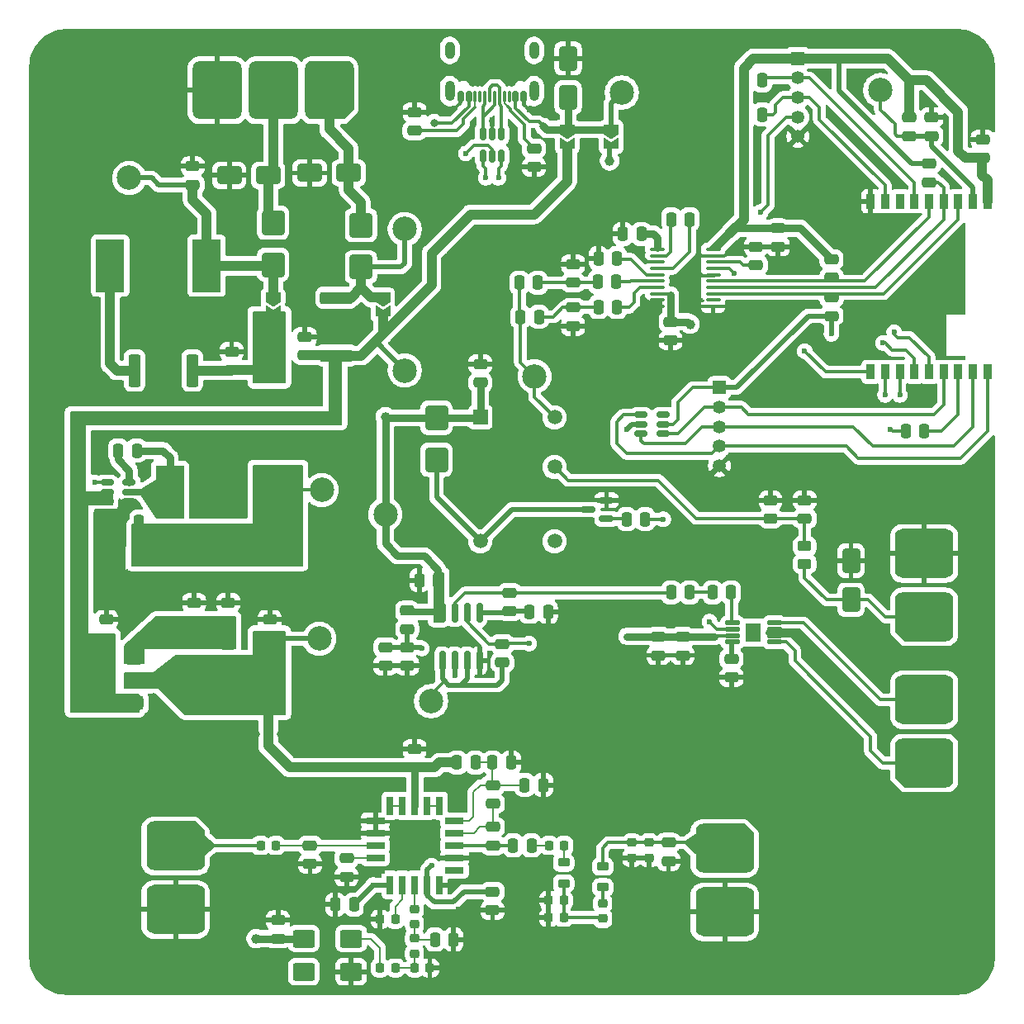
<source format=gtl>
%TF.GenerationSoftware,KiCad,Pcbnew,9.0.7*%
%TF.CreationDate,2026-02-10T21:18:12+01:00*%
%TF.ProjectId,Tesla_sextant_BT,5465736c-615f-4736-9578-74616e745f42,2.1*%
%TF.SameCoordinates,Original*%
%TF.FileFunction,Copper,L1,Top*%
%TF.FilePolarity,Positive*%
%FSLAX46Y46*%
G04 Gerber Fmt 4.6, Leading zero omitted, Abs format (unit mm)*
G04 Created by KiCad (PCBNEW 9.0.7) date 2026-02-10 21:18:12*
%MOMM*%
%LPD*%
G01*
G04 APERTURE LIST*
G04 Aperture macros list*
%AMRoundRect*
0 Rectangle with rounded corners*
0 $1 Rounding radius*
0 $2 $3 $4 $5 $6 $7 $8 $9 X,Y pos of 4 corners*
0 Add a 4 corners polygon primitive as box body*
4,1,4,$2,$3,$4,$5,$6,$7,$8,$9,$2,$3,0*
0 Add four circle primitives for the rounded corners*
1,1,$1+$1,$2,$3*
1,1,$1+$1,$4,$5*
1,1,$1+$1,$6,$7*
1,1,$1+$1,$8,$9*
0 Add four rect primitives between the rounded corners*
20,1,$1+$1,$2,$3,$4,$5,0*
20,1,$1+$1,$4,$5,$6,$7,0*
20,1,$1+$1,$6,$7,$8,$9,0*
20,1,$1+$1,$8,$9,$2,$3,0*%
%AMFreePoly0*
4,1,6,1.000000,0.000000,0.500000,-0.750000,-0.500000,-0.750000,-0.500000,0.750000,0.500000,0.750000,1.000000,0.000000,1.000000,0.000000,$1*%
%AMFreePoly1*
4,1,6,0.500000,-0.750000,-0.650000,-0.750000,-0.150000,0.000000,-0.650000,0.750000,0.500000,0.750000,0.500000,-0.750000,0.500000,-0.750000,$1*%
%AMFreePoly2*
4,1,27,-2.500000,2.000000,-1.500000,3.000000,1.750000,3.000000,1.901663,2.984505,2.066964,2.929731,2.215177,2.838312,2.338312,2.715177,2.429731,2.566964,2.484505,2.401663,2.500000,2.250000,2.500000,-2.250000,2.484505,-2.401663,2.429731,-2.566964,2.338312,-2.715177,2.215177,-2.838312,2.066964,-2.929731,1.901663,-2.984505,1.750000,-3.000000,-1.750000,-3.000000,-1.901663,-2.984505,
-2.066964,-2.929731,-2.215177,-2.838312,-2.338312,-2.715177,-2.429731,-2.566964,-2.484505,-2.401663,-2.500000,-2.250000,-2.500000,2.000000,-2.500000,2.000000,$1*%
G04 Aperture macros list end*
%TA.AperFunction,Conductor*%
%ADD10C,0.300000*%
%TD*%
%TA.AperFunction,Conductor*%
%ADD11C,0.500000*%
%TD*%
%TA.AperFunction,Conductor*%
%ADD12C,0.200000*%
%TD*%
%TA.AperFunction,SMDPad,CuDef*%
%ADD13FreePoly0,270.000000*%
%TD*%
%TA.AperFunction,SMDPad,CuDef*%
%ADD14FreePoly1,270.000000*%
%TD*%
%TA.AperFunction,SMDPad,CuDef*%
%ADD15RoundRect,0.250000X0.475000X-0.250000X0.475000X0.250000X-0.475000X0.250000X-0.475000X-0.250000X0*%
%TD*%
%TA.AperFunction,SMDPad,CuDef*%
%ADD16RoundRect,0.250000X-0.475000X0.250000X-0.475000X-0.250000X0.475000X-0.250000X0.475000X0.250000X0*%
%TD*%
%TA.AperFunction,SMDPad,CuDef*%
%ADD17R,0.900000X1.500000*%
%TD*%
%TA.AperFunction,HeatsinkPad*%
%ADD18C,0.600000*%
%TD*%
%TA.AperFunction,HeatsinkPad*%
%ADD19R,2.900000X2.900000*%
%TD*%
%TA.AperFunction,SMDPad,CuDef*%
%ADD20RoundRect,0.225000X0.250000X-0.225000X0.250000X0.225000X-0.250000X0.225000X-0.250000X-0.225000X0*%
%TD*%
%TA.AperFunction,SMDPad,CuDef*%
%ADD21RoundRect,0.250000X-0.250000X-0.475000X0.250000X-0.475000X0.250000X0.475000X-0.250000X0.475000X0*%
%TD*%
%TA.AperFunction,ComponentPad*%
%ADD22C,4.700000*%
%TD*%
%TA.AperFunction,ConnectorPad*%
%ADD23C,7.500000*%
%TD*%
%TA.AperFunction,SMDPad,CuDef*%
%ADD24RoundRect,0.150000X0.150000X-0.825000X0.150000X0.825000X-0.150000X0.825000X-0.150000X-0.825000X0*%
%TD*%
%TA.AperFunction,SMDPad,CuDef*%
%ADD25RoundRect,0.250000X0.250000X0.475000X-0.250000X0.475000X-0.250000X-0.475000X0.250000X-0.475000X0*%
%TD*%
%TA.AperFunction,SMDPad,CuDef*%
%ADD26RoundRect,0.150000X0.587500X0.150000X-0.587500X0.150000X-0.587500X-0.150000X0.587500X-0.150000X0*%
%TD*%
%TA.AperFunction,SMDPad,CuDef*%
%ADD27C,2.500000*%
%TD*%
%TA.AperFunction,SMDPad,CuDef*%
%ADD28RoundRect,0.150000X0.150000X0.425000X-0.150000X0.425000X-0.150000X-0.425000X0.150000X-0.425000X0*%
%TD*%
%TA.AperFunction,SMDPad,CuDef*%
%ADD29RoundRect,0.075000X0.075000X0.500000X-0.075000X0.500000X-0.075000X-0.500000X0.075000X-0.500000X0*%
%TD*%
%TA.AperFunction,HeatsinkPad*%
%ADD30O,1.000000X2.100000*%
%TD*%
%TA.AperFunction,HeatsinkPad*%
%ADD31O,1.000000X1.800000*%
%TD*%
%TA.AperFunction,SMDPad,CuDef*%
%ADD32FreePoly2,90.000000*%
%TD*%
%TA.AperFunction,SMDPad,CuDef*%
%ADD33RoundRect,0.750000X2.250000X-1.750000X2.250000X1.750000X-2.250000X1.750000X-2.250000X-1.750000X0*%
%TD*%
%TA.AperFunction,SMDPad,CuDef*%
%ADD34RoundRect,0.218750X-0.218750X-0.256250X0.218750X-0.256250X0.218750X0.256250X-0.218750X0.256250X0*%
%TD*%
%TA.AperFunction,SMDPad,CuDef*%
%ADD35RoundRect,0.125000X-0.600000X-0.125000X0.600000X-0.125000X0.600000X0.125000X-0.600000X0.125000X0*%
%TD*%
%TA.AperFunction,HeatsinkPad*%
%ADD36R,1.570000X1.890000*%
%TD*%
%TA.AperFunction,ComponentPad*%
%ADD37R,1.350000X1.350000*%
%TD*%
%TA.AperFunction,ComponentPad*%
%ADD38C,1.350000*%
%TD*%
%TA.AperFunction,SMDPad,CuDef*%
%ADD39RoundRect,0.225000X0.225000X0.250000X-0.225000X0.250000X-0.225000X-0.250000X0.225000X-0.250000X0*%
%TD*%
%TA.AperFunction,SMDPad,CuDef*%
%ADD40RoundRect,0.218750X-0.381250X0.218750X-0.381250X-0.218750X0.381250X-0.218750X0.381250X0.218750X0*%
%TD*%
%TA.AperFunction,SMDPad,CuDef*%
%ADD41FreePoly2,270.000000*%
%TD*%
%TA.AperFunction,SMDPad,CuDef*%
%ADD42RoundRect,0.750000X-2.250000X1.750000X-2.250000X-1.750000X2.250000X-1.750000X2.250000X1.750000X0*%
%TD*%
%TA.AperFunction,SMDPad,CuDef*%
%ADD43RoundRect,0.225000X-0.250000X0.225000X-0.250000X-0.225000X0.250000X-0.225000X0.250000X0.225000X0*%
%TD*%
%TA.AperFunction,SMDPad,CuDef*%
%ADD44RoundRect,0.250000X0.362500X1.425000X-0.362500X1.425000X-0.362500X-1.425000X0.362500X-1.425000X0*%
%TD*%
%TA.AperFunction,SMDPad,CuDef*%
%ADD45R,2.900000X5.400000*%
%TD*%
%TA.AperFunction,SMDPad,CuDef*%
%ADD46RoundRect,0.250000X0.650000X-1.000000X0.650000X1.000000X-0.650000X1.000000X-0.650000X-1.000000X0*%
%TD*%
%TA.AperFunction,SMDPad,CuDef*%
%ADD47RoundRect,0.218750X0.381250X-0.218750X0.381250X0.218750X-0.381250X0.218750X-0.381250X-0.218750X0*%
%TD*%
%TA.AperFunction,SMDPad,CuDef*%
%ADD48RoundRect,0.150000X-0.150000X0.512500X-0.150000X-0.512500X0.150000X-0.512500X0.150000X0.512500X0*%
%TD*%
%TA.AperFunction,SMDPad,CuDef*%
%ADD49RoundRect,0.250000X0.900000X-1.000000X0.900000X1.000000X-0.900000X1.000000X-0.900000X-1.000000X0*%
%TD*%
%TA.AperFunction,SMDPad,CuDef*%
%ADD50RoundRect,0.225000X-0.225000X-0.250000X0.225000X-0.250000X0.225000X0.250000X-0.225000X0.250000X0*%
%TD*%
%TA.AperFunction,SMDPad,CuDef*%
%ADD51RoundRect,0.250000X1.000000X0.650000X-1.000000X0.650000X-1.000000X-0.650000X1.000000X-0.650000X0*%
%TD*%
%TA.AperFunction,SMDPad,CuDef*%
%ADD52RoundRect,0.218750X0.218750X0.256250X-0.218750X0.256250X-0.218750X-0.256250X0.218750X-0.256250X0*%
%TD*%
%TA.AperFunction,SMDPad,CuDef*%
%ADD53RoundRect,0.250000X1.425000X-0.362500X1.425000X0.362500X-1.425000X0.362500X-1.425000X-0.362500X0*%
%TD*%
%TA.AperFunction,SMDPad,CuDef*%
%ADD54RoundRect,0.250000X-0.875000X-0.650000X0.875000X-0.650000X0.875000X0.650000X-0.875000X0.650000X0*%
%TD*%
%TA.AperFunction,SMDPad,CuDef*%
%ADD55RoundRect,0.250000X0.450000X-0.262500X0.450000X0.262500X-0.450000X0.262500X-0.450000X-0.262500X0*%
%TD*%
%TA.AperFunction,SMDPad,CuDef*%
%ADD56R,0.700000X1.925000*%
%TD*%
%TA.AperFunction,SMDPad,CuDef*%
%ADD57R,1.925000X0.700000*%
%TD*%
%TA.AperFunction,SMDPad,CuDef*%
%ADD58FreePoly2,180.000000*%
%TD*%
%TA.AperFunction,SMDPad,CuDef*%
%ADD59RoundRect,0.750000X1.750000X2.250000X-1.750000X2.250000X-1.750000X-2.250000X1.750000X-2.250000X0*%
%TD*%
%TA.AperFunction,SMDPad,CuDef*%
%ADD60RoundRect,0.250000X-0.900000X1.000000X-0.900000X-1.000000X0.900000X-1.000000X0.900000X1.000000X0*%
%TD*%
%TA.AperFunction,SMDPad,CuDef*%
%ADD61RoundRect,0.150000X-0.512500X-0.150000X0.512500X-0.150000X0.512500X0.150000X-0.512500X0.150000X0*%
%TD*%
%TA.AperFunction,SMDPad,CuDef*%
%ADD62RoundRect,0.218750X-0.256250X0.218750X-0.256250X-0.218750X0.256250X-0.218750X0.256250X0.218750X0*%
%TD*%
%TA.AperFunction,SMDPad,CuDef*%
%ADD63RoundRect,0.100000X-0.637500X-0.100000X0.637500X-0.100000X0.637500X0.100000X-0.637500X0.100000X0*%
%TD*%
%TA.AperFunction,ComponentPad*%
%ADD64R,1.501140X1.501140*%
%TD*%
%TA.AperFunction,ComponentPad*%
%ADD65C,1.501140*%
%TD*%
%TA.AperFunction,SMDPad,CuDef*%
%ADD66RoundRect,0.375000X-0.625000X-0.375000X0.625000X-0.375000X0.625000X0.375000X-0.625000X0.375000X0*%
%TD*%
%TA.AperFunction,SMDPad,CuDef*%
%ADD67RoundRect,0.500000X-0.500000X-1.400000X0.500000X-1.400000X0.500000X1.400000X-0.500000X1.400000X0*%
%TD*%
%TA.AperFunction,ViaPad*%
%ADD68C,0.600000*%
%TD*%
%TA.AperFunction,ViaPad*%
%ADD69C,1.000000*%
%TD*%
%TA.AperFunction,ViaPad*%
%ADD70C,0.800000*%
%TD*%
%TA.AperFunction,Conductor*%
%ADD71C,1.000000*%
%TD*%
%TA.AperFunction,Conductor*%
%ADD72C,0.750000*%
%TD*%
G04 APERTURE END LIST*
D10*
%TO.N,/DAC_AMP/AUD_AMP_IN*%
X171000000Y-113500000D02*
X171000000Y-116250000D01*
D11*
%TO.N,Net-(U4-BYPASS)*%
X171000000Y-118500000D02*
X171000000Y-120000000D01*
D10*
%TO.N,Net-(U2-VNEG)*%
X160700000Y-79100000D02*
X159400000Y-79100000D01*
X162700000Y-80700000D02*
X162300000Y-80700000D01*
%TO.N,+3.3V*%
D12*
X122000000Y-100250000D02*
X127000000Y-100250000D01*
X127000000Y-106250000D01*
X122000000Y-106250000D01*
X122000000Y-100250000D01*
%TA.AperFunction,Conductor*%
G36*
X122000000Y-100250000D02*
G01*
X127000000Y-100250000D01*
X127000000Y-106250000D01*
X122000000Y-106250000D01*
X122000000Y-100250000D01*
G37*
%TD.AperFunction*%
%TO.N,VBUS*%
X131000000Y-96030000D02*
X104750000Y-96000000D01*
X104750000Y-103000000D01*
X107500000Y-103000000D01*
X107500000Y-104250000D01*
X105000000Y-104250000D01*
X105000000Y-117500000D01*
X107750000Y-117500000D01*
X107750000Y-123750000D01*
X110250000Y-123750000D01*
X110250000Y-125500000D01*
X103250000Y-125500000D01*
X103250000Y-104250000D01*
X103250000Y-94750000D01*
X129750000Y-94750000D01*
X129750000Y-89500000D01*
X131000000Y-89500000D01*
X131000000Y-96030000D01*
%TA.AperFunction,Conductor*%
G36*
X131000000Y-96030000D02*
G01*
X104750000Y-96000000D01*
X104750000Y-103000000D01*
X107500000Y-103000000D01*
X107500000Y-104250000D01*
X105000000Y-104250000D01*
X105000000Y-117500000D01*
X107750000Y-117500000D01*
X107750000Y-123750000D01*
X110250000Y-123750000D01*
X110250000Y-125500000D01*
X103250000Y-125500000D01*
X103250000Y-104250000D01*
X103250000Y-94750000D01*
X129750000Y-94750000D01*
X129750000Y-89500000D01*
X131000000Y-89500000D01*
X131000000Y-96030000D01*
G37*
%TD.AperFunction*%
%TO.N,+10V*%
X125250000Y-125750000D02*
X115000000Y-125750000D01*
X112250000Y-123000000D01*
X108750000Y-123000000D01*
X108750000Y-121500000D01*
X111750000Y-121500000D01*
X114000000Y-119750000D01*
X122000000Y-119750000D01*
X122000000Y-117250000D01*
X125250000Y-117250000D01*
X125250000Y-125750000D01*
%TA.AperFunction,Conductor*%
G36*
X125250000Y-125750000D02*
G01*
X115000000Y-125750000D01*
X112250000Y-123000000D01*
X108750000Y-123000000D01*
X108750000Y-121500000D01*
X111750000Y-121500000D01*
X114000000Y-119750000D01*
X122000000Y-119750000D01*
X122000000Y-117250000D01*
X125250000Y-117250000D01*
X125250000Y-125750000D01*
G37*
%TD.AperFunction*%
%TO.N,+5V*%
X140500000Y-111250000D02*
X141500000Y-111250000D01*
X141500000Y-116250000D01*
X140500000Y-116250000D01*
X140500000Y-111250000D01*
%TA.AperFunction,Conductor*%
G36*
X140500000Y-111250000D02*
G01*
X141500000Y-111250000D01*
X141500000Y-116250000D01*
X140500000Y-116250000D01*
X140500000Y-111250000D01*
G37*
%TD.AperFunction*%
D10*
%TO.N,GND*%
X169250000Y-80750000D02*
X167750000Y-80750000D01*
D12*
%TO.N,/POWER+USB/10V_ADJ*%
X120135000Y-119000000D02*
X119000000Y-119000000D01*
X110750000Y-119000000D01*
X110750000Y-120500000D01*
X108750000Y-120500000D01*
X108750000Y-118750000D01*
X112000000Y-115750000D01*
X120135000Y-115750000D01*
X120135000Y-119000000D01*
%TA.AperFunction,Conductor*%
G36*
X120135000Y-119000000D02*
G01*
X119000000Y-119000000D01*
X110750000Y-119000000D01*
X110750000Y-120500000D01*
X108750000Y-120500000D01*
X108750000Y-118750000D01*
X112000000Y-115750000D01*
X120135000Y-115750000D01*
X120135000Y-119000000D01*
G37*
%TD.AperFunction*%
%TO.N,GND*%
X110000000Y-104250000D02*
X108750000Y-105500000D01*
X108750000Y-106500000D01*
X108750000Y-111000000D01*
X105750000Y-111000000D01*
X105750000Y-106250000D01*
X105750000Y-104750000D01*
X106250000Y-104750000D01*
X108000000Y-104750000D01*
X108500000Y-104000000D01*
X108500000Y-103750000D01*
X110000000Y-103750000D01*
X110000000Y-104250000D01*
%TA.AperFunction,Conductor*%
G36*
X110000000Y-104250000D02*
G01*
X108750000Y-105500000D01*
X108750000Y-106500000D01*
X108750000Y-111000000D01*
X105750000Y-111000000D01*
X105750000Y-106250000D01*
X105750000Y-104750000D01*
X106250000Y-104750000D01*
X108000000Y-104750000D01*
X108500000Y-104000000D01*
X108500000Y-103750000D01*
X110000000Y-103750000D01*
X110000000Y-104250000D01*
G37*
%TD.AperFunction*%
D10*
X170250000Y-78750000D02*
X171000000Y-78250000D01*
%TO.N,/DAC_AMP/AUD_OUTR*%
X161700000Y-82000000D02*
X163000000Y-82000000D01*
%TO.N,/DAC_AMP/AUD_OUTL*%
X160700000Y-81300000D02*
X162900000Y-81300000D01*
%TO.N,+3.3V*%
X163500000Y-82650000D02*
X164750000Y-82650000D01*
%TO.N,Net-(U2-VNEG)*%
X161600000Y-80000000D02*
X160700000Y-79100000D01*
%TO.N,GND*%
X167500000Y-78750000D02*
X170250000Y-78750000D01*
%TO.N,+5V*%
D12*
X137125000Y-115000000D02*
X141375000Y-115000000D01*
X141375000Y-115500000D01*
X137125000Y-115500000D01*
X137125000Y-115000000D01*
%TA.AperFunction,Conductor*%
G36*
X137125000Y-115000000D02*
G01*
X141375000Y-115000000D01*
X141375000Y-115500000D01*
X137125000Y-115500000D01*
X137125000Y-115000000D01*
G37*
%TD.AperFunction*%
%TO.N,GND*%
X174750000Y-117000000D02*
X178000000Y-117000000D01*
X178000000Y-117750000D01*
X174750000Y-117750000D01*
X174750000Y-117000000D01*
%TA.AperFunction,Conductor*%
G36*
X174750000Y-117000000D02*
G01*
X178000000Y-117000000D01*
X178000000Y-117750000D01*
X174750000Y-117750000D01*
X174750000Y-117000000D01*
G37*
%TD.AperFunction*%
%TO.N,/POWER+USB/BUCK_SW*%
X113250000Y-105500000D02*
X112000000Y-105500000D01*
X110500000Y-103250000D01*
X109750000Y-103250000D01*
X109750000Y-102750000D01*
X110500000Y-102750000D01*
X112000000Y-101750000D01*
X113250000Y-101750000D01*
X113250000Y-105500000D01*
%TA.AperFunction,Conductor*%
G36*
X113250000Y-105500000D02*
G01*
X112000000Y-105500000D01*
X110500000Y-103250000D01*
X109750000Y-103250000D01*
X109750000Y-102750000D01*
X110500000Y-102750000D01*
X112000000Y-101750000D01*
X113250000Y-101750000D01*
X113250000Y-105500000D01*
G37*
%TD.AperFunction*%
%TO.N,+3.3V*%
X109573752Y-106250000D02*
X127000000Y-106250000D01*
X127000000Y-110500000D01*
X109573752Y-110500000D01*
X109573752Y-106250000D01*
%TA.AperFunction,Conductor*%
G36*
X109573752Y-106250000D02*
G01*
X127000000Y-106250000D01*
X127000000Y-110500000D01*
X109573752Y-110500000D01*
X109573752Y-106250000D01*
G37*
%TD.AperFunction*%
X171307833Y-76450530D02*
X169807833Y-77950530D01*
X168800000Y-77950530D01*
X170607833Y-76150530D01*
X171307833Y-76450530D01*
%TA.AperFunction,Conductor*%
G36*
X171307833Y-76450530D02*
G01*
X169807833Y-77950530D01*
X168800000Y-77950530D01*
X170607833Y-76150530D01*
X171307833Y-76450530D01*
G37*
%TD.AperFunction*%
D10*
%TO.N,Net-(U2-VNEG)*%
X162300000Y-80700000D02*
X161600000Y-80000000D01*
%TO.N,+5V*%
D12*
X122000000Y-84500000D02*
X125250000Y-84500000D01*
X125250000Y-91750000D01*
X122000000Y-91750000D01*
X122000000Y-84500000D01*
%TA.AperFunction,Conductor*%
G36*
X122000000Y-84500000D02*
G01*
X125250000Y-84500000D01*
X125250000Y-91750000D01*
X122000000Y-91750000D01*
X122000000Y-84500000D01*
G37*
%TD.AperFunction*%
%TD*%
D13*
%TO.P,JP1,1,A*%
%TO.N,/POWER+USB/POW_DIODE_15V*%
X135250000Y-83025000D03*
D14*
%TO.P,JP1,2,B*%
%TO.N,VBUS*%
X135250000Y-84475000D03*
%TD*%
D15*
%TO.P,C41,1*%
%TO.N,/DAC_AMP/AUD_RADIO*%
X178500000Y-105700000D03*
%TO.P,C41,2*%
%TO.N,GND*%
X178500000Y-103800000D03*
%TD*%
D16*
%TO.P,R3,1*%
%TO.N,+3.3V*%
X181250000Y-79100000D03*
%TO.P,R3,2*%
%TO.N,/I2S.LRCK*%
X181250000Y-81000000D03*
%TD*%
D17*
%TO.P,U1,1,3V3*%
%TO.N,+3.3V*%
X197250000Y-73140000D03*
%TO.P,U1,2,EN*%
%TO.N,/EN*%
X195750000Y-73140000D03*
%TO.P,U1,3,IO4*%
%TO.N,/I2S.BCK*%
X194250000Y-73140000D03*
%TO.P,U1,4,IO5*%
%TO.N,/I2S.DIN*%
X192750000Y-73140000D03*
%TO.P,U1,5,IO6*%
%TO.N,/I2S.LRCK*%
X191250000Y-73140000D03*
%TO.P,U1,6,IO7*%
%TO.N,/I2C.SDA*%
X189750000Y-73140000D03*
%TO.P,U1,7,IO8*%
%TO.N,unconnected-(U1-IO8-Pad7)*%
X188250000Y-73140000D03*
%TO.P,U1,8,IO9*%
%TO.N,/I2C.SCL*%
X186750000Y-73140000D03*
%TO.P,U1,9,GND*%
%TO.N,GND*%
X185250000Y-73140000D03*
%TO.P,U1,10,IO10*%
%TO.N,/I2C.INT*%
X185250000Y-90640000D03*
%TO.P,U1,11,IO20/RXD*%
%TO.N,/AUDIO_SEL*%
X186750000Y-90640000D03*
%TO.P,U1,12,IO21/TXD*%
%TO.N,/AMP_SD*%
X188250000Y-90640000D03*
%TO.P,U1,13,IO18*%
%TO.N,/USB_ESP_D+*%
X189750000Y-90640000D03*
%TO.P,U1,14,IO19*%
%TO.N,/USB_ESP_D-*%
X191250000Y-90640000D03*
%TO.P,U1,15,IO3*%
%TO.N,/RADIO.LOW*%
X192750000Y-90640000D03*
%TO.P,U1,16,IO2*%
%TO.N,/IO2*%
X194250000Y-90640000D03*
%TO.P,U1,17,IO1*%
%TO.N,/RADIO.HI*%
X195750000Y-90640000D03*
%TO.P,U1,18,IO0*%
%TO.N,/RADIO.VOL*%
X197250000Y-90640000D03*
D18*
%TO.P,U1,19,GND*%
%TO.N,GND*%
X191600000Y-81750000D03*
X190500000Y-81750000D03*
X192150000Y-82300000D03*
X191050000Y-82300000D03*
X189950000Y-82300000D03*
X191600000Y-82850000D03*
D19*
X191050000Y-82850000D03*
D18*
X190500000Y-82850000D03*
X192150000Y-83400000D03*
X191050000Y-83400000D03*
X189950000Y-83400000D03*
X191600000Y-83950000D03*
X190500000Y-83950000D03*
%TD*%
D20*
%TO.P,C34,1*%
%TO.N,GND*%
X160790000Y-140447500D03*
%TO.P,C34,2*%
%TO.N,/freq_converter/IF_OUT*%
X160790000Y-138897500D03*
%TD*%
D21*
%TO.P,R11,1*%
%TO.N,/DAC_AMP/AUD_DAC_MIX*%
X149350000Y-85000000D03*
%TO.P,R11,2*%
%TO.N,/DAC_AMP/AUD_LPF_R*%
X151250000Y-85000000D03*
%TD*%
D22*
%TO.P,H3,1,1*%
%TO.N,GND*%
X105500000Y-62000000D03*
D23*
X105500000Y-62000000D03*
%TD*%
D16*
%TO.P,C5,1*%
%TO.N,+3.3V*%
X164750000Y-85500000D03*
%TO.P,C5,2*%
%TO.N,GND*%
X164750000Y-87400000D03*
%TD*%
D24*
%TO.P,U3,1*%
%TO.N,/DAC_AMP/OP_AMP_BIAS*%
X141345000Y-120275000D03*
%TO.P,U3,2,-*%
%TO.N,/DAC_AMP/DIV_2.5V*%
X142615000Y-120275000D03*
%TO.P,U3,3,+*%
%TO.N,/DAC_AMP/OP_AMP_BIAS*%
X143885000Y-120275000D03*
%TO.P,U3,4,V_{SS}*%
%TO.N,GND*%
X145155000Y-120275000D03*
%TO.P,U3,5,+*%
%TO.N,/DAC_AMP/BUFF_FB*%
X145155000Y-115325000D03*
%TO.P,U3,6,-*%
%TO.N,/DAC_AMP/AUD_BUFF*%
X143885000Y-115325000D03*
%TO.P,U3,7*%
%TO.N,/DAC_AMP/AUD_AMP*%
X142615000Y-115325000D03*
%TO.P,U3,8,V_{CC}*%
%TO.N,+5V*%
X141345000Y-115325000D03*
%TD*%
D25*
%TO.P,C38,1*%
%TO.N,GND*%
X151700000Y-133000000D03*
%TO.P,C38,2*%
%TO.N,/freq_converter/MIX_AMP_BIAS*%
X149800000Y-133000000D03*
%TD*%
D26*
%TO.P,Q1,1,B*%
%TO.N,Net-(Q1-B)*%
X158187500Y-105700000D03*
%TO.P,Q1,2,E*%
%TO.N,GND*%
X158187500Y-103800000D03*
%TO.P,Q1,3,C*%
%TO.N,/DAC_AMP/REL_PULLD*%
X156312500Y-104750000D03*
%TD*%
D15*
%TO.P,C29,1*%
%TO.N,GND*%
X146500000Y-145847500D03*
%TO.P,C29,2*%
%TO.N,+10V*%
X146500000Y-143947500D03*
%TD*%
D27*
%TO.P,TP2,1,1*%
%TO.N,/DAC_AMP/AUD_DAC_MIX*%
X150800000Y-91100000D03*
%TD*%
D28*
%TO.P,J6,A1,GND*%
%TO.N,GND*%
X149650000Y-62430000D03*
%TO.P,J6,A4,VBUS*%
%TO.N,VUSB*%
X148850000Y-62430000D03*
D29*
%TO.P,J6,A5,CC1*%
%TO.N,/POWER+USB/CC1*%
X147700000Y-62430000D03*
%TO.P,J6,A6,D+*%
%TO.N,/POWER+USB/USB_C_D+*%
X146700000Y-62430000D03*
%TO.P,J6,A7,D-*%
%TO.N,/POWER+USB/USB_C_D-*%
X146200000Y-62430000D03*
%TO.P,J6,A8,SBU1*%
%TO.N,unconnected-(J6-SBU1-PadA8)*%
X145200000Y-62430000D03*
D28*
%TO.P,J6,A9,VBUS*%
%TO.N,VUSB*%
X144050000Y-62430000D03*
%TO.P,J6,A12,GND*%
%TO.N,GND*%
X143250000Y-62430000D03*
%TO.P,J6,B1,GND*%
X143250000Y-62430000D03*
%TO.P,J6,B4,VBUS*%
%TO.N,VUSB*%
X144050000Y-62430000D03*
D29*
%TO.P,J6,B5,CC2*%
%TO.N,/POWER+USB/CC2*%
X144700000Y-62430000D03*
%TO.P,J6,B6,D+*%
%TO.N,/POWER+USB/USB_C_D+*%
X145700000Y-62430000D03*
%TO.P,J6,B7,D-*%
%TO.N,/POWER+USB/USB_C_D-*%
X147200000Y-62430000D03*
%TO.P,J6,B8,SBU2*%
%TO.N,unconnected-(J6-SBU2-PadB8)*%
X148200000Y-62430000D03*
D28*
%TO.P,J6,B9,VBUS*%
%TO.N,VUSB*%
X148850000Y-62430000D03*
%TO.P,J6,B12,GND*%
%TO.N,GND*%
X149650000Y-62430000D03*
D30*
%TO.P,J6,S1,SHIELD*%
%TO.N,unconnected-(J6-SHIELD-PadS1)_1*%
X150770000Y-61855000D03*
D31*
%TO.N,unconnected-(J6-SHIELD-PadS1)_2*%
X150770000Y-57675000D03*
D30*
%TO.N,unconnected-(J6-SHIELD-PadS1)*%
X142130000Y-61855000D03*
D31*
%TO.N,unconnected-(J6-SHIELD-PadS1)_3*%
X142130000Y-57675000D03*
%TD*%
D32*
%TO.P,J4,1,Pin_1*%
%TO.N,/RADIO_AUDIO_IN*%
X190750000Y-115750000D03*
D33*
%TO.P,J4,2,Pin_2*%
%TO.N,GND*%
X190750000Y-109250000D03*
%TD*%
D13*
%TO.P,JP4,1,A*%
%TO.N,VUSB*%
X158650000Y-65815000D03*
D14*
%TO.P,JP4,2,B*%
%TO.N,+5V*%
X158650000Y-67265000D03*
%TD*%
D34*
%TO.P,L6,1,1*%
%TO.N,GND*%
X152215000Y-144822500D03*
%TO.P,L6,2,2*%
%TO.N,/freq_converter/IF_FLT*%
X153790000Y-144822500D03*
%TD*%
D16*
%TO.P,R23,1*%
%TO.N,/POWER+USB/CC1*%
X150750000Y-67750000D03*
%TO.P,R23,2*%
%TO.N,GND*%
X150750000Y-69650000D03*
%TD*%
D35*
%TO.P,U4,1,IN*%
%TO.N,/DAC_AMP/AUD_AMP_IN*%
X171085000Y-116380000D03*
%TO.P,U4,2,~{SD}*%
%TO.N,/AMP_SD*%
X171085000Y-117030000D03*
%TO.P,U4,3,V_{DD}*%
%TO.N,+5V*%
X171085000Y-117680000D03*
%TO.P,U4,4,BYPASS*%
%TO.N,Net-(U4-BYPASS)*%
X171085000Y-118330000D03*
%TO.P,U4,5,VO+*%
%TO.N,/DAC_AMP/AUDIO_OUT+*%
X175385000Y-118330000D03*
%TO.P,U4,6,SE/~{BTL}*%
%TO.N,GND*%
X175385000Y-117680000D03*
%TO.P,U4,7,GND*%
X175385000Y-117030000D03*
%TO.P,U4,8,VO-*%
%TO.N,/DAC_AMP/AUDIO_OUT-*%
X175385000Y-116380000D03*
D18*
%TO.P,U4,9*%
%TO.N,N/C*%
X172750000Y-116710000D03*
X172750000Y-118000000D03*
D36*
X173235000Y-117355000D03*
D18*
X173720000Y-116710000D03*
X173720000Y-118000000D03*
%TD*%
D37*
%TO.P,J3,1,Pin_1*%
%TO.N,+3.3V*%
X177800000Y-58500000D03*
D38*
%TO.P,J3,2,Pin_2*%
%TO.N,/I2C.SDA*%
X177800000Y-60500000D03*
%TO.P,J3,3,Pin_3*%
%TO.N,/I2C.SCL*%
X177800000Y-62500000D03*
%TO.P,J3,4,Pin_4*%
%TO.N,/I2C.INT*%
X177800000Y-64500000D03*
%TO.P,J3,5,Pin_5*%
%TO.N,GND*%
X177800000Y-66500000D03*
%TD*%
D21*
%TO.P,C21,1*%
%TO.N,/POWER+USB/BUCK_FF*%
X108112500Y-98700000D03*
%TO.P,C21,2*%
%TO.N,/POWER+USB/BUCK_SW*%
X110012500Y-98700000D03*
%TD*%
D16*
%TO.P,R19,1*%
%TO.N,+5V*%
X137750000Y-115100000D03*
%TO.P,R19,2*%
%TO.N,/DAC_AMP/DIV_2.5V*%
X137750000Y-117000000D03*
%TD*%
%TO.P,C30,1*%
%TO.N,GND*%
X138500000Y-129300000D03*
%TO.P,C30,2*%
%TO.N,+10V*%
X138500000Y-131200000D03*
%TD*%
D21*
%TO.P,C22,1*%
%TO.N,VBUS*%
X104550000Y-106000000D03*
%TO.P,C22,2*%
%TO.N,GND*%
X106450000Y-106000000D03*
%TD*%
D39*
%TO.P,C42,1*%
%TO.N,/freq_converter/LO_IN-*%
X136525000Y-146750000D03*
%TO.P,C42,2*%
%TO.N,GND*%
X134975000Y-146750000D03*
%TD*%
D27*
%TO.P,TP9,1,1*%
%TO.N,VUSB*%
X159750000Y-62000000D03*
%TD*%
D40*
%TO.P,L4,1,1*%
%TO.N,/freq_converter/IF_OUT*%
X157790000Y-141360000D03*
%TO.P,L4,2,2*%
%TO.N,/freq_converter/IF_C3*%
X157790000Y-143485000D03*
%TD*%
D25*
%TO.P,C14,1*%
%TO.N,+5V*%
X140900000Y-112000000D03*
%TO.P,C14,2*%
%TO.N,GND*%
X139000000Y-112000000D03*
%TD*%
D41*
%TO.P,J9,1,Pin_1*%
%TO.N,/freq_converter/RF_CONN*%
X114000000Y-139250000D03*
D42*
%TO.P,J9,2,Pin_2*%
%TO.N,GND*%
X114000000Y-145750000D03*
%TD*%
D43*
%TO.P,C43,1*%
%TO.N,/freq_converter/LO_LPF*%
X138500000Y-148725000D03*
%TO.P,C43,2*%
%TO.N,/freq_converter/LO_HPF*%
X138500000Y-150275000D03*
%TD*%
D21*
%TO.P,C15,1*%
%TO.N,/DAC_AMP/AUD_AMP*%
X164800000Y-113250000D03*
%TO.P,C15,2*%
%TO.N,/DAC_AMP/AUD_CAP*%
X166700000Y-113250000D03*
%TD*%
D16*
%TO.P,C17,1*%
%TO.N,/DAC_AMP/DIV_2.5V*%
X135500000Y-118850000D03*
%TO.P,C17,2*%
%TO.N,GND*%
X135500000Y-120750000D03*
%TD*%
D27*
%TO.P,TP6,1,1*%
%TO.N,VBUS*%
X137500000Y-90500000D03*
%TD*%
D25*
%TO.P,R31,1*%
%TO.N,/freq_converter/MIX_AMP_BIAS*%
X144750000Y-130697500D03*
%TO.P,R31,2*%
%TO.N,+10V*%
X142850000Y-130697500D03*
%TD*%
%TO.P,R8,1*%
%TO.N,/DAC_AMP/AUD_OUTL*%
X159200000Y-81400000D03*
%TO.P,R8,2*%
%TO.N,/DAC_AMP/AUD_LPF_L*%
X157300000Y-81400000D03*
%TD*%
D21*
%TO.P,C28,1*%
%TO.N,GND*%
X130390000Y-145250000D03*
%TO.P,C28,2*%
%TO.N,+10V*%
X132290000Y-145250000D03*
%TD*%
D44*
%TO.P,R24,1*%
%TO.N,+5V*%
X115712500Y-90500000D03*
%TO.P,R24,2*%
%TO.N,Net-(L1-Pad2)*%
X109787500Y-90500000D03*
%TD*%
D45*
%TO.P,L2,1,1*%
%TO.N,/POWER+USB/BUCK_SW*%
X113412500Y-102950000D03*
%TO.P,L2,2,2*%
%TO.N,+3.3V*%
X123312500Y-102950000D03*
%TD*%
D21*
%TO.P,C8,1*%
%TO.N,/DAC_AMP/CAPP*%
X164800000Y-75000000D03*
%TO.P,C8,2*%
%TO.N,/DAC_AMP/CAPM*%
X166700000Y-75000000D03*
%TD*%
D25*
%TO.P,R9,1*%
%TO.N,/DAC_AMP/AUD_LPF_L*%
X151150000Y-81500000D03*
%TO.P,R9,2*%
%TO.N,/DAC_AMP/AUD_DAC_MIX*%
X149250000Y-81500000D03*
%TD*%
D46*
%TO.P,D7,1,A1*%
%TO.N,VUSB*%
X154250000Y-62500000D03*
%TO.P,D7,2,A2*%
%TO.N,GND*%
X154250000Y-58500000D03*
%TD*%
D15*
%TO.P,R29,1*%
%TO.N,GND*%
X164540000Y-140797500D03*
%TO.P,R29,2*%
%TO.N,/freq_converter/IF_OUT*%
X164540000Y-138897500D03*
%TD*%
D45*
%TO.P,L1,1,1*%
%TO.N,/POWER+USB/POW_DIODE_5V*%
X117200000Y-79750000D03*
%TO.P,L1,2,2*%
%TO.N,Net-(L1-Pad2)*%
X107300000Y-79750000D03*
%TD*%
D47*
%TO.P,L3,1,1*%
%TO.N,/freq_converter/IF_FLT*%
X153790000Y-143072500D03*
%TO.P,L3,2,2*%
%TO.N,/freq_converter/IF_C1*%
X153790000Y-140947500D03*
%TD*%
D43*
%TO.P,C40,1*%
%TO.N,/freq_converter/LO_IN+*%
X138500000Y-145700000D03*
%TO.P,C40,2*%
%TO.N,/freq_converter/LO_LPF*%
X138500000Y-147250000D03*
%TD*%
D27*
%TO.P,TP10,1,1*%
%TO.N,GND*%
X143100000Y-84700000D03*
%TD*%
D21*
%TO.P,R6,1*%
%TO.N,+3.3V*%
X172250000Y-64250000D03*
%TO.P,R6,2*%
%TO.N,/I2C.SCL*%
X174150000Y-64250000D03*
%TD*%
D27*
%TO.P,TP5,1,1*%
%TO.N,+5V*%
X135500000Y-105250000D03*
%TD*%
D16*
%TO.P,C7,1*%
%TO.N,/DAC_AMP/AUD_LPF_R*%
X154750000Y-84050000D03*
%TO.P,C7,2*%
%TO.N,GND*%
X154750000Y-85950000D03*
%TD*%
D15*
%TO.P,C2,1*%
%TO.N,+3.3V*%
X196750000Y-68700000D03*
%TO.P,C2,2*%
%TO.N,GND*%
X196750000Y-66800000D03*
%TD*%
D48*
%TO.P,U5,1,I/O1*%
%TO.N,/POWER+USB/USB_C_D-*%
X147400000Y-66225000D03*
%TO.P,U5,2,GND*%
%TO.N,GND*%
X146450000Y-66225000D03*
%TO.P,U5,3,I/O2*%
%TO.N,/POWER+USB/USB_C_D+*%
X145500000Y-66225000D03*
%TO.P,U5,4,I/O2*%
%TO.N,/USB_ESP_D+*%
X145500000Y-68500000D03*
%TO.P,U5,5,VBUS*%
%TO.N,+5V*%
X146450000Y-68500000D03*
%TO.P,U5,6,I/O1*%
%TO.N,/USB_ESP_D-*%
X147400000Y-68500000D03*
%TD*%
D25*
%TO.P,R10,1*%
%TO.N,/DAC_AMP/AUD_OUTR*%
X159250000Y-84000000D03*
%TO.P,R10,2*%
%TO.N,/DAC_AMP/AUD_LPF_R*%
X157350000Y-84000000D03*
%TD*%
%TO.P,C11,1*%
%TO.N,Net-(U2-VNEG)*%
X159250000Y-79000000D03*
%TO.P,C11,2*%
%TO.N,GND*%
X157350000Y-79000000D03*
%TD*%
D16*
%TO.P,C12,1*%
%TO.N,+5V*%
X166000000Y-117800000D03*
%TO.P,C12,2*%
%TO.N,GND*%
X166000000Y-119700000D03*
%TD*%
%TO.P,R30,1*%
%TO.N,/freq_converter/MIX_AMP_BIAS*%
X146540000Y-132997500D03*
%TO.P,R30,2*%
%TO.N,/freq_converter/MIX_AMP_FB*%
X146540000Y-134897500D03*
%TD*%
D27*
%TO.P,TP4,1,1*%
%TO.N,/POWER+USB/POW_DIODE_5V*%
X109250000Y-70750000D03*
%TD*%
%TO.P,TP8,1,1*%
%TO.N,+3.3V*%
X129000000Y-102750000D03*
%TD*%
D21*
%TO.P,R7,1*%
%TO.N,+3.3V*%
X172250000Y-60750000D03*
%TO.P,R7,2*%
%TO.N,/I2C.SDA*%
X174150000Y-60750000D03*
%TD*%
D22*
%TO.P,H4,1,1*%
%TO.N,GND*%
X166500000Y-62000000D03*
D23*
X166500000Y-62000000D03*
%TD*%
D16*
%TO.P,C13,1*%
%TO.N,+5V*%
X163500000Y-117800000D03*
%TO.P,C13,2*%
%TO.N,GND*%
X163500000Y-119700000D03*
%TD*%
D49*
%TO.P,D4,1,K*%
%TO.N,/POWER+USB/POW_DIODE_15V*%
X133000000Y-79900000D03*
%TO.P,D4,2,A*%
%TO.N,/POWER+USB/POW_+15V*%
X133000000Y-75600000D03*
%TD*%
D16*
%TO.P,C1,1*%
%TO.N,GND*%
X191500000Y-64550000D03*
%TO.P,C1,2*%
%TO.N,/EN*%
X191500000Y-66450000D03*
%TD*%
D15*
%TO.P,C10,1*%
%TO.N,/DAC_AMP/DAC_LDOO*%
X173500000Y-79700000D03*
%TO.P,C10,2*%
%TO.N,GND*%
X173500000Y-77800000D03*
%TD*%
D50*
%TO.P,C31,1*%
%TO.N,/freq_converter/IF_R1*%
X152290000Y-139197500D03*
%TO.P,C31,2*%
%TO.N,/freq_converter/IF_C1*%
X153840000Y-139197500D03*
%TD*%
D15*
%TO.P,C20,1*%
%TO.N,+5V*%
X119750000Y-90450000D03*
%TO.P,C20,2*%
%TO.N,GND*%
X119750000Y-88550000D03*
%TD*%
%TO.P,R25,1*%
%TO.N,+10V*%
X119400000Y-120500000D03*
%TO.P,R25,2*%
%TO.N,/POWER+USB/10V_ADJ*%
X119400000Y-118600000D03*
%TD*%
D21*
%TO.P,R2,1*%
%TO.N,+3.3V*%
X188850000Y-96750000D03*
%TO.P,R2,2*%
%TO.N,/IO2*%
X190750000Y-96750000D03*
%TD*%
D51*
%TO.P,D5,1,A1*%
%TO.N,/POWER+USB/POW_+15V*%
X131750000Y-70250000D03*
%TO.P,D5,2,A2*%
%TO.N,GND*%
X127750000Y-70250000D03*
%TD*%
D52*
%TO.P,L5,1,1*%
%TO.N,/freq_converter/RF_IN+*%
X124290000Y-139197500D03*
%TO.P,L5,2,2*%
%TO.N,/freq_converter/RF_CONN*%
X122715000Y-139197500D03*
%TD*%
D49*
%TO.P,D6,1,K*%
%TO.N,/POWER+USB/POW_DIODE_5V*%
X124000000Y-79650000D03*
%TO.P,D6,2,A*%
%TO.N,/POWER+USB/POW_5V*%
X124000000Y-75350000D03*
%TD*%
D46*
%TO.P,D2,1,A1*%
%TO.N,/RADIO_AUDIO_IN*%
X183250000Y-114000000D03*
%TO.P,D2,2,A2*%
%TO.N,GND*%
X183250000Y-110000000D03*
%TD*%
D27*
%TO.P,TP1,1,1*%
%TO.N,/EN*%
X186250000Y-61750000D03*
%TD*%
D15*
%TO.P,C19,1*%
%TO.N,/POWER+USB/POW_DIODE_5V*%
X115750000Y-71450000D03*
%TO.P,C19,2*%
%TO.N,GND*%
X115750000Y-69550000D03*
%TD*%
D53*
%TO.P,R21,1*%
%TO.N,VBUS*%
X130500000Y-88962500D03*
%TO.P,R21,2*%
%TO.N,/POWER+USB/POW_DIODE_15V*%
X130500000Y-83037500D03*
%TD*%
D54*
%TO.P,Y1,1,EN*%
%TO.N,+3.3V*%
X127150000Y-152150000D03*
%TO.P,Y1,2,GND*%
%TO.N,GND*%
X132000000Y-152150000D03*
%TO.P,Y1,3,OUT*%
%TO.N,/freq_converter/LO_OSC*%
X132000000Y-148750000D03*
%TO.P,Y1,4,Vdd*%
%TO.N,+3.3V*%
X127150000Y-148750000D03*
%TD*%
D15*
%TO.P,C25,1*%
%TO.N,VBUS*%
X106900000Y-117950000D03*
%TO.P,C25,2*%
%TO.N,GND*%
X106900000Y-116050000D03*
%TD*%
D27*
%TO.P,TP11,1,1*%
%TO.N,/POWER+USB/POW_DIODE_15V*%
X137500000Y-76000000D03*
%TD*%
%TO.P,TP7,1,1*%
%TO.N,+10V*%
X128750000Y-118000000D03*
%TD*%
D16*
%TO.P,R1,1*%
%TO.N,+3.3V*%
X189250000Y-64550000D03*
%TO.P,R1,2*%
%TO.N,/EN*%
X189250000Y-66450000D03*
%TD*%
D25*
%TO.P,C24,1*%
%TO.N,+3.3V*%
X110262500Y-106000000D03*
%TO.P,C24,2*%
%TO.N,GND*%
X108362500Y-106000000D03*
%TD*%
D16*
%TO.P,C4,1*%
%TO.N,+3.3V*%
X175750000Y-75900000D03*
%TO.P,C4,2*%
%TO.N,GND*%
X175750000Y-77800000D03*
%TD*%
D25*
%TO.P,R15,1*%
%TO.N,/AUDIO_SEL*%
X162150000Y-105750000D03*
%TO.P,R15,2*%
%TO.N,Net-(Q1-B)*%
X160250000Y-105750000D03*
%TD*%
D55*
%TO.P,R13,1*%
%TO.N,/DAC_AMP/AUD_RADIO*%
X175000000Y-105662500D03*
%TO.P,R13,2*%
%TO.N,GND*%
X175000000Y-103837500D03*
%TD*%
D39*
%TO.P,C39,1*%
%TO.N,GND*%
X140065000Y-151750000D03*
%TO.P,C39,2*%
%TO.N,/freq_converter/LO_HPF*%
X138515000Y-151750000D03*
%TD*%
D15*
%TO.P,R14,1*%
%TO.N,/DAC_AMP/OP_AMP_BIAS*%
X147500000Y-120450000D03*
%TO.P,R14,2*%
%TO.N,/DAC_AMP/AUD_BUFF*%
X147500000Y-118550000D03*
%TD*%
D16*
%TO.P,R4,1*%
%TO.N,+3.3V*%
X191250000Y-69300000D03*
%TO.P,R4,2*%
%TO.N,/I2S.DIN*%
X191250000Y-71200000D03*
%TD*%
D21*
%TO.P,R16,1*%
%TO.N,/DAC_AMP/AUD_CAP*%
X169050000Y-113250000D03*
%TO.P,R16,2*%
%TO.N,/DAC_AMP/AUD_AMP_IN*%
X170950000Y-113250000D03*
%TD*%
D56*
%TO.P,U8,1,V_{P}*%
%TO.N,+10V*%
X138540000Y-135145000D03*
%TO.P,U8,2,IFN*%
%TO.N,/freq_converter/AN*%
X137270000Y-135145000D03*
%TO.P,U8,3,AN*%
X136000000Y-135145000D03*
D57*
%TO.P,U8,4,GND*%
%TO.N,GND*%
X134487500Y-136657500D03*
%TO.P,U8,5,V_{N}*%
X134487500Y-137927500D03*
%TO.P,U8,6,RFP*%
%TO.N,/freq_converter/RF_IN+*%
X134487500Y-139197500D03*
%TO.P,U8,7,RFN*%
%TO.N,/freq_converter/RF_IN-*%
X134487500Y-140467500D03*
%TO.P,U8,8,V_{N}*%
%TO.N,GND*%
X134487500Y-141737500D03*
D56*
%TO.P,U8,9,V_{P}*%
%TO.N,+10V*%
X136000000Y-143250000D03*
%TO.P,U8,10,LON*%
%TO.N,/freq_converter/LO_IN-*%
X137270000Y-143250000D03*
%TO.P,U8,11,LOP*%
%TO.N,/freq_converter/LO_IN+*%
X138540000Y-143250000D03*
%TO.P,U8,12,V_{P}*%
%TO.N,+10V*%
X139810000Y-143250000D03*
%TO.P,U8,13,GND*%
%TO.N,GND*%
X141080000Y-143250000D03*
D57*
%TO.P,U8,14,BIAS*%
%TO.N,unconnected-(U8-BIAS-Pad14)*%
X142592500Y-141737500D03*
%TO.P,U8,15,V_{N}*%
%TO.N,GND*%
X142592500Y-140467500D03*
%TO.P,U8,16,OUT*%
%TO.N,/freq_converter/IF_MIX_OUT*%
X142592500Y-139197500D03*
%TO.P,U8,17,VFB*%
%TO.N,/freq_converter/MIX_AMP_FB*%
X142592500Y-137927500D03*
%TO.P,U8,18,COM*%
%TO.N,/freq_converter/MIX_AMP_BIAS*%
X142592500Y-136657500D03*
D56*
%TO.P,U8,19,AP*%
%TO.N,/freq_converter/AP*%
X141080000Y-135145000D03*
%TO.P,U8,20,IFP*%
X139810000Y-135145000D03*
%TD*%
D13*
%TO.P,JP3,1,A*%
%TO.N,/POWER+USB/POW_DIODE_5V*%
X124000000Y-83025000D03*
D14*
%TO.P,JP3,2,B*%
%TO.N,+5V*%
X124000000Y-84475000D03*
%TD*%
D34*
%TO.P,L8,1*%
%TO.N,/freq_converter/LO_OSC*%
X134965000Y-151750000D03*
%TO.P,L8,2*%
%TO.N,/freq_converter/LO_HPF*%
X136540000Y-151750000D03*
%TD*%
D25*
%TO.P,R18,1*%
%TO.N,GND*%
X152200000Y-115250000D03*
%TO.P,R18,2*%
%TO.N,/DAC_AMP/BUFF_FB*%
X150300000Y-115250000D03*
%TD*%
D50*
%TO.P,C33,1*%
%TO.N,GND*%
X152240000Y-146572500D03*
%TO.P,C33,2*%
%TO.N,/freq_converter/IF_FLT*%
X153790000Y-146572500D03*
%TD*%
D41*
%TO.P,J8,1,Pin_1*%
%TO.N,/freq_converter/IF_OUT*%
X170300000Y-139500000D03*
D42*
%TO.P,J8,2,Pin_2*%
%TO.N,GND*%
X170300000Y-146000000D03*
%TD*%
D15*
%TO.P,R22,1*%
%TO.N,/POWER+USB/CC2*%
X138500000Y-65900000D03*
%TO.P,R22,2*%
%TO.N,GND*%
X138500000Y-64000000D03*
%TD*%
%TO.P,R28,1*%
%TO.N,/freq_converter/IF_MIX_OUT*%
X146540000Y-139197500D03*
%TO.P,R28,2*%
%TO.N,/freq_converter/MIX_AMP_FB*%
X146540000Y-137297500D03*
%TD*%
D16*
%TO.P,C16,1*%
%TO.N,Net-(U4-BYPASS)*%
X171000000Y-120050000D03*
%TO.P,C16,2*%
%TO.N,GND*%
X171000000Y-121950000D03*
%TD*%
%TO.P,C37,1*%
%TO.N,GND*%
X124500000Y-146850000D03*
%TO.P,C37,2*%
%TO.N,+3.3V*%
X124500000Y-148750000D03*
%TD*%
D15*
%TO.P,C36,1*%
%TO.N,GND*%
X131540000Y-142397500D03*
%TO.P,C36,2*%
%TO.N,/freq_converter/RF_IN-*%
X131540000Y-140497500D03*
%TD*%
D22*
%TO.P,H1,1,1*%
%TO.N,GND*%
X105500000Y-148000000D03*
D23*
X105500000Y-148000000D03*
%TD*%
D58*
%TO.P,J7,1,Pin_1*%
%TO.N,/POWER+USB/POW_+15V*%
X129750000Y-61750000D03*
D59*
%TO.P,J7,2,Pin_2*%
%TO.N,/POWER+USB/POW_5V*%
X124000000Y-61750000D03*
%TO.P,J7,3,Pin_3*%
%TO.N,GND*%
X118250000Y-61750000D03*
%TD*%
D32*
%TO.P,J2,1,Pin_1*%
%TO.N,/DAC_AMP/AUDIO_OUT+*%
X190750000Y-130750000D03*
D33*
%TO.P,J2,2,Pin_2*%
%TO.N,/DAC_AMP/AUDIO_OUT-*%
X190750000Y-124250000D03*
%TD*%
D22*
%TO.P,H2,1,1*%
%TO.N,GND*%
X191500000Y-148000000D03*
D23*
X191500000Y-148000000D03*
%TD*%
D13*
%TO.P,JP2,1,A*%
%TO.N,VUSB*%
X154150000Y-65790000D03*
D14*
%TO.P,JP2,2,B*%
%TO.N,VBUS*%
X154150000Y-67240000D03*
%TD*%
D27*
%TO.P,TP3,1,1*%
%TO.N,/DAC_AMP/OP_AMP_BIAS*%
X140200000Y-124400000D03*
%TD*%
D60*
%TO.P,D3,1,K*%
%TO.N,+5V*%
X140750000Y-95350000D03*
%TO.P,D3,2,A*%
%TO.N,/DAC_AMP/REL_PULLD*%
X140750000Y-99650000D03*
%TD*%
D15*
%TO.P,R5,1*%
%TO.N,+3.3V*%
X181250000Y-84900000D03*
%TO.P,R5,2*%
%TO.N,/I2S.BCK*%
X181250000Y-83000000D03*
%TD*%
D61*
%TO.P,D1,1,I/O1*%
%TO.N,/RADIO.VOL*%
X161725000Y-95050000D03*
%TO.P,D1,2,GND*%
%TO.N,GND*%
X161725000Y-96000000D03*
%TO.P,D1,3,I/O2*%
%TO.N,/RADIO.HI*%
X161725000Y-96950000D03*
%TO.P,D1,4,I/O3*%
%TO.N,/RADIO.LOW*%
X164000000Y-96950000D03*
%TO.P,D1,5,VBUS*%
%TO.N,+3.3V*%
X164000000Y-96000000D03*
%TO.P,D1,6,I/O4*%
%TO.N,unconnected-(D1-I{slash}O4-Pad6)*%
X164000000Y-95050000D03*
%TD*%
%TO.P,U6,1,FB*%
%TO.N,+3.3V*%
X106975000Y-102000000D03*
%TO.P,U6,2,EN*%
%TO.N,VBUS*%
X106975000Y-102950000D03*
%TO.P,U6,3,IN*%
X106975000Y-103900000D03*
%TO.P,U6,4,GND*%
%TO.N,GND*%
X109250000Y-103900000D03*
%TO.P,U6,5,SW*%
%TO.N,/POWER+USB/BUCK_SW*%
X109250000Y-102950000D03*
%TO.P,U6,6,BST*%
%TO.N,/POWER+USB/BUCK_FF*%
X109250000Y-102000000D03*
%TD*%
D62*
%TO.P,L7,1,1*%
%TO.N,/freq_converter/IF_OUT*%
X162540000Y-138897500D03*
%TO.P,L7,2,2*%
%TO.N,GND*%
X162540000Y-140472500D03*
%TD*%
D15*
%TO.P,C26,1*%
%TO.N,+10V*%
X123650000Y-117950000D03*
%TO.P,C26,2*%
%TO.N,GND*%
X123650000Y-116050000D03*
%TD*%
%TO.P,C18,1*%
%TO.N,VBUS*%
X127250000Y-88950000D03*
%TO.P,C18,2*%
%TO.N,GND*%
X127250000Y-87050000D03*
%TD*%
D21*
%TO.P,R27,1*%
%TO.N,/freq_converter/IF_MIX_OUT*%
X148590000Y-139197500D03*
%TO.P,R27,2*%
%TO.N,/freq_converter/IF_R1*%
X150490000Y-139197500D03*
%TD*%
%TO.P,R33,1*%
%TO.N,/freq_converter/LO_LPF*%
X140590000Y-148850000D03*
%TO.P,R33,2*%
%TO.N,GND*%
X142490000Y-148850000D03*
%TD*%
D15*
%TO.P,R26,1*%
%TO.N,/POWER+USB/10V_ADJ*%
X115900000Y-116200000D03*
%TO.P,R26,2*%
%TO.N,GND*%
X115900000Y-114300000D03*
%TD*%
D25*
%TO.P,C23,1*%
%TO.N,+3.3V*%
X110250000Y-109750000D03*
%TO.P,C23,2*%
%TO.N,GND*%
X108350000Y-109750000D03*
%TD*%
D37*
%TO.P,J1,1,Pin_1*%
%TO.N,+3.3V*%
X169750000Y-92250000D03*
D38*
%TO.P,J1,2,Pin_2*%
%TO.N,/RADIO.LOW*%
X169750000Y-94250000D03*
%TO.P,J1,3,Pin_3*%
%TO.N,/RADIO.HI*%
X169750000Y-96250000D03*
%TO.P,J1,4,Pin_4*%
%TO.N,/RADIO.VOL*%
X169750000Y-98250000D03*
%TO.P,J1,5,Pin_5*%
%TO.N,GND*%
X169750000Y-100250000D03*
%TD*%
D15*
%TO.P,R17,1*%
%TO.N,/DAC_AMP/BUFF_FB*%
X148250000Y-115200000D03*
%TO.P,R17,2*%
%TO.N,/DAC_AMP/AUD_AMP*%
X148250000Y-113300000D03*
%TD*%
%TO.P,C6,1*%
%TO.N,/DAC_AMP/AUD_LPF_L*%
X154750000Y-81500000D03*
%TO.P,C6,2*%
%TO.N,GND*%
X154750000Y-79600000D03*
%TD*%
%TO.P,C35,1*%
%TO.N,GND*%
X127790000Y-141097500D03*
%TO.P,C35,2*%
%TO.N,/freq_converter/RF_IN+*%
X127790000Y-139197500D03*
%TD*%
%TO.P,C9,1*%
%TO.N,+5V*%
X145250000Y-91750000D03*
%TO.P,C9,2*%
%TO.N,GND*%
X145250000Y-89850000D03*
%TD*%
D63*
%TO.P,U2,1,CPVDD*%
%TO.N,+3.3V*%
X163387500Y-78075000D03*
%TO.P,U2,2,CAPP*%
%TO.N,/DAC_AMP/CAPP*%
X163387500Y-78725000D03*
%TO.P,U2,3,CPGND*%
%TO.N,GND*%
X163387500Y-79375000D03*
%TO.P,U2,4,CAPM*%
%TO.N,/DAC_AMP/CAPM*%
X163387500Y-80025000D03*
%TO.P,U2,5,VNEG*%
%TO.N,Net-(U2-VNEG)*%
X163387500Y-80675000D03*
%TO.P,U2,6,OUTL*%
%TO.N,/DAC_AMP/AUD_OUTL*%
X163387500Y-81325000D03*
%TO.P,U2,7,OUTR*%
%TO.N,/DAC_AMP/AUD_OUTR*%
X163387500Y-81975000D03*
%TO.P,U2,8,AVDD*%
%TO.N,+3.3V*%
X163387500Y-82625000D03*
%TO.P,U2,9,AGND*%
%TO.N,GND*%
X163387500Y-83275000D03*
%TO.P,U2,10,DEMP*%
X163387500Y-83925000D03*
%TO.P,U2,11,FLT*%
X169112500Y-83925000D03*
%TO.P,U2,12,SCK*%
X169112500Y-83275000D03*
%TO.P,U2,13,BCK*%
%TO.N,/I2S.BCK*%
X169112500Y-82625000D03*
%TO.P,U2,14,DIN*%
%TO.N,/I2S.DIN*%
X169112500Y-81975000D03*
%TO.P,U2,15,LRCK*%
%TO.N,/I2S.LRCK*%
X169112500Y-81325000D03*
%TO.P,U2,16,FMT*%
%TO.N,GND*%
X169112500Y-80675000D03*
%TO.P,U2,17,XSMT*%
%TO.N,+3.3V*%
X169112500Y-80025000D03*
%TO.P,U2,18,LDOO*%
%TO.N,/DAC_AMP/DAC_LDOO*%
X169112500Y-79375000D03*
%TO.P,U2,19,DGND*%
%TO.N,GND*%
X169112500Y-78725000D03*
%TO.P,U2,20,DVDD*%
%TO.N,+3.3V*%
X169112500Y-78075000D03*
%TD*%
D25*
%TO.P,C3,1*%
%TO.N,+3.3V*%
X161750000Y-76500000D03*
%TO.P,C3,2*%
%TO.N,GND*%
X159850000Y-76500000D03*
%TD*%
%TO.P,R32,1*%
%TO.N,GND*%
X148400000Y-130697500D03*
%TO.P,R32,2*%
%TO.N,/freq_converter/MIX_AMP_BIAS*%
X146500000Y-130697500D03*
%TD*%
D64*
%TO.P,K1,1*%
%TO.N,+5V*%
X145250000Y-95300000D03*
D65*
%TO.P,K1,6*%
%TO.N,/DAC_AMP/REL_PULLD*%
X145250000Y-108000000D03*
%TO.P,K1,7*%
%TO.N,/DAC_AMP/AUD_BUFF*%
X152870000Y-108000000D03*
%TO.P,K1,10*%
%TO.N,/DAC_AMP/AUD_RADIO*%
X152870000Y-100380000D03*
%TO.P,K1,12*%
%TO.N,/DAC_AMP/AUD_DAC_MIX*%
X152870000Y-95300000D03*
%TD*%
D66*
%TO.P,U7,1,ADJ*%
%TO.N,/POWER+USB/10V_ADJ*%
X109750000Y-119950000D03*
%TO.P,U7,2,OUT*%
%TO.N,+10V*%
X109750000Y-122250000D03*
%TO.P,U7,3,IN*%
%TO.N,VBUS*%
X109750000Y-124550000D03*
D67*
%TO.P,U7,4,OUT*%
%TO.N,+10V*%
X116050000Y-122250000D03*
%TD*%
D16*
%TO.P,R20,1*%
%TO.N,/DAC_AMP/DIV_2.5V*%
X137750000Y-118850000D03*
%TO.P,R20,2*%
%TO.N,GND*%
X137750000Y-120750000D03*
%TD*%
D55*
%TO.P,R12,1*%
%TO.N,/RADIO_AUDIO_IN*%
X178500000Y-110325000D03*
%TO.P,R12,2*%
%TO.N,/DAC_AMP/AUD_RADIO*%
X178500000Y-108500000D03*
%TD*%
D15*
%TO.P,C27,1*%
%TO.N,/POWER+USB/10V_ADJ*%
X119400000Y-116200000D03*
%TO.P,C27,2*%
%TO.N,GND*%
X119400000Y-114300000D03*
%TD*%
D43*
%TO.P,C32,1*%
%TO.N,/freq_converter/IF_C3*%
X157790000Y-145147500D03*
%TO.P,C32,2*%
%TO.N,/freq_converter/IF_FLT*%
X157790000Y-146697500D03*
%TD*%
D51*
%TO.P,D8,1,A1*%
%TO.N,/POWER+USB/POW_5V*%
X123500000Y-70500000D03*
%TO.P,D8,2,A2*%
%TO.N,GND*%
X119500000Y-70500000D03*
%TD*%
D68*
%TO.N,GND*%
X146500000Y-64750000D03*
X191250000Y-63000000D03*
X191500000Y-93000000D03*
D69*
X126250000Y-116000000D03*
D70*
X155790000Y-148697500D03*
X188450000Y-104300000D03*
X112750000Y-127750000D03*
D68*
X174750000Y-62500000D03*
D69*
X106250000Y-97750000D03*
D68*
X140500000Y-139250000D03*
D70*
X129750000Y-137000000D03*
X161000000Y-127750000D03*
X163250000Y-127750000D03*
D68*
X193000000Y-66250000D03*
D70*
X110250000Y-127750000D03*
D68*
X118000000Y-147500000D03*
D70*
X162290000Y-136947500D03*
D69*
X107000000Y-114250000D03*
D70*
X165750000Y-127750000D03*
D68*
X140750000Y-62250000D03*
X161750000Y-78750000D03*
D69*
X166750000Y-67000000D03*
D68*
X129750000Y-147000000D03*
X166750000Y-83750000D03*
X137500000Y-141500000D03*
X141250000Y-74250000D03*
D70*
X160040000Y-136947500D03*
D68*
X157000000Y-69750000D03*
X176500000Y-74000000D03*
X173750000Y-66000000D03*
X156500000Y-59250000D03*
X131250000Y-147000000D03*
X193000000Y-67250000D03*
X143000000Y-145750000D03*
X166750000Y-82500000D03*
D70*
X155790000Y-143447500D03*
D69*
X119750000Y-67750000D03*
D68*
X150000000Y-130750000D03*
D70*
X190950000Y-104300000D03*
D68*
X139750000Y-145750000D03*
D70*
X129540000Y-140447500D03*
D68*
X187000000Y-75750000D03*
X142500000Y-143250000D03*
D70*
X105500000Y-127750000D03*
X139000000Y-127750000D03*
X146250000Y-127750000D03*
D68*
X167500000Y-79000000D03*
X117750000Y-114250000D03*
X159750000Y-74750000D03*
X136750000Y-138000000D03*
X142500000Y-63750000D03*
D69*
X121500000Y-115750000D03*
D68*
X166750000Y-80000000D03*
D70*
X151040000Y-136947500D03*
D68*
X136500000Y-70000000D03*
D70*
X120790000Y-137000000D03*
D68*
X193000000Y-65250000D03*
D69*
X113250000Y-113750000D03*
D68*
X193000000Y-70500000D03*
X156500000Y-57250000D03*
D70*
X182000000Y-136750000D03*
D68*
X165000000Y-81250000D03*
D69*
X125750000Y-72750000D03*
D70*
X118500000Y-137000000D03*
X141500000Y-127750000D03*
X176000000Y-130750000D03*
D68*
X169000000Y-87000000D03*
D69*
X120500000Y-104250000D03*
D68*
X151250000Y-63750000D03*
X175250000Y-90500000D03*
D69*
X128750000Y-67750000D03*
D70*
X155750000Y-145000000D03*
D69*
X107500000Y-107750000D03*
X100750000Y-115000000D03*
D70*
X148790000Y-141447500D03*
X131750000Y-127750000D03*
D68*
X177600000Y-117400000D03*
X185400000Y-125800000D03*
X139750000Y-147250000D03*
D69*
X175800000Y-79600000D03*
D68*
X196750000Y-65250000D03*
D70*
X174500000Y-129250000D03*
X155790000Y-139197500D03*
D68*
X159750000Y-86000000D03*
X136750000Y-139250000D03*
X145000000Y-77750000D03*
X183500000Y-60500000D03*
X118000000Y-146000000D03*
D70*
X193000000Y-120000000D03*
X111500000Y-126000000D03*
X183250000Y-145500000D03*
D69*
X106250000Y-100250000D03*
D70*
X183250000Y-143000000D03*
D68*
X180750000Y-60000000D03*
D70*
X143750000Y-127750000D03*
X144540000Y-140697500D03*
D68*
X150250000Y-63750000D03*
D70*
X129500000Y-127750000D03*
D69*
X119500000Y-112500000D03*
D70*
X188250000Y-120000000D03*
X179000000Y-133750000D03*
X129540000Y-142697500D03*
D68*
X194000000Y-71500000D03*
D70*
X127000000Y-127750000D03*
X113250000Y-126000000D03*
X122250000Y-127750000D03*
D69*
X114250000Y-61750000D03*
X106500000Y-109750000D03*
D68*
X118000000Y-144250000D03*
D70*
X183250000Y-148000000D03*
D69*
X110750000Y-100500000D03*
D70*
X125540000Y-141447500D03*
X153790000Y-148697500D03*
X103000000Y-127750000D03*
D68*
X178600000Y-118600000D03*
D70*
X177500000Y-132250000D03*
X112500000Y-125000000D03*
D68*
X126500000Y-147000000D03*
X136750000Y-136750000D03*
X115500000Y-111750000D03*
X182750000Y-66000000D03*
D70*
X183250000Y-138250000D03*
D68*
X168000000Y-90250000D03*
X181250000Y-70750000D03*
X136750000Y-133250000D03*
D69*
X128750000Y-72750000D03*
D70*
X136750000Y-127750000D03*
D68*
X154750000Y-78000000D03*
D70*
X120790000Y-141447500D03*
X107750000Y-127750000D03*
X148790000Y-136947500D03*
D69*
X119750000Y-73000000D03*
D70*
X156000000Y-127750000D03*
D69*
X116250000Y-102500000D03*
D68*
X140500000Y-138000000D03*
D69*
X100750000Y-98500000D03*
D68*
X141500000Y-63750000D03*
X135250000Y-145500000D03*
D69*
X120500000Y-100750000D03*
D68*
X173500000Y-72250000D03*
D69*
X120500000Y-102500000D03*
D68*
X161750000Y-84250000D03*
D70*
X151250000Y-127750000D03*
X117250000Y-127750000D03*
D68*
X141500000Y-146000000D03*
D70*
X157790000Y-136947500D03*
X123250000Y-137000000D03*
X115000000Y-127750000D03*
X118500000Y-141447500D03*
D68*
X132500000Y-147000000D03*
D70*
X155790000Y-141447500D03*
X100500000Y-127750000D03*
X124750000Y-127750000D03*
D68*
X152250000Y-59250000D03*
X138500000Y-141500000D03*
D70*
X132000000Y-136947500D03*
D68*
X147250000Y-83500000D03*
D70*
X134250000Y-127750000D03*
D69*
X116250000Y-100750000D03*
D70*
X155790000Y-136947500D03*
D68*
X160250000Y-96500000D03*
X140500000Y-136750000D03*
D70*
X158040000Y-148697500D03*
X127790000Y-137000000D03*
X153500000Y-127750000D03*
D68*
X140500000Y-133250000D03*
D70*
X180500000Y-135250000D03*
X183250000Y-152750000D03*
D68*
X152000000Y-63250000D03*
D70*
X193200000Y-104300000D03*
X152040000Y-143197500D03*
X168250000Y-127750000D03*
X153540000Y-136947500D03*
D68*
X156750000Y-86000000D03*
D69*
X109000000Y-116500000D03*
D68*
X181400000Y-121600000D03*
X133750000Y-145750000D03*
X183500000Y-87500000D03*
D70*
X173000000Y-127750000D03*
D68*
X151750000Y-87750000D03*
D70*
X151040000Y-141447500D03*
D68*
X128250000Y-147000000D03*
X162750000Y-87250000D03*
X152500000Y-83250000D03*
D70*
X123250000Y-141447500D03*
D69*
X125750000Y-67750000D03*
D70*
X125540000Y-137000000D03*
D68*
X140750000Y-63250000D03*
D70*
X111750000Y-124000000D03*
X146500000Y-141250000D03*
D68*
X166750000Y-81250000D03*
D69*
X116250000Y-104250000D03*
D70*
X170750000Y-127750000D03*
X119750000Y-127750000D03*
X158500000Y-127750000D03*
X183250000Y-150250000D03*
X164290000Y-136947500D03*
D68*
X151750000Y-131000000D03*
D70*
X148750000Y-127750000D03*
X151040000Y-145447500D03*
D68*
X195500000Y-65500000D03*
D70*
X183250000Y-140500000D03*
D69*
X100500000Y-78750000D03*
D68*
%TO.N,+3.3V*%
X163000000Y-76500000D03*
X171250000Y-80500000D03*
X187250000Y-96500000D03*
D69*
X126000000Y-104250000D03*
D68*
X181250000Y-86750000D03*
X105750000Y-102000000D03*
D69*
X170750000Y-76500000D03*
X166750000Y-85750000D03*
X126000000Y-100750000D03*
X126000000Y-102500000D03*
D68*
X111250000Y-107250000D03*
D69*
X119500000Y-109750000D03*
X122250000Y-148750000D03*
%TO.N,+5V*%
X124500000Y-90250000D03*
X122750000Y-90250000D03*
X124500000Y-86000000D03*
D68*
X140250000Y-110250000D03*
X143750000Y-68250000D03*
D69*
X122750000Y-86000000D03*
X158500000Y-69000000D03*
D68*
X160250000Y-117750000D03*
D69*
X135500000Y-95250000D03*
%TO.N,+10V*%
X121000000Y-125000000D03*
X118500000Y-125000000D03*
X123500000Y-125000000D03*
D68*
X138540000Y-132250000D03*
X134250000Y-143250000D03*
X140250000Y-141250000D03*
D70*
%TO.N,VUSB*%
X140500000Y-65100000D03*
X151750000Y-65500000D03*
D68*
%TO.N,/I2C.INT*%
X178500000Y-88500000D03*
X174000000Y-74250000D03*
%TO.N,/DAC_AMP/AUD_BUFF*%
X150250000Y-118500000D03*
%TO.N,/AUDIO_SEL*%
X186750000Y-93000000D03*
X164000000Y-105750000D03*
%TO.N,/USB_ESP_D-*%
X187681846Y-86550474D03*
X147100000Y-70750000D03*
%TO.N,/AMP_SD*%
X188250000Y-93000000D03*
X168750000Y-116250000D03*
%TO.N,/USB_ESP_D+*%
X145800000Y-70750000D03*
X186550474Y-87681846D03*
%TO.N,/DAC_AMP/DIV_2.5V*%
X139250000Y-119000000D03*
X142615000Y-121750000D03*
%TD*%
D10*
%TO.N,GND*%
X143250000Y-63000000D02*
X142500000Y-63750000D01*
X146450000Y-64800000D02*
X146500000Y-64750000D01*
D11*
X160250000Y-96500000D02*
X160750000Y-96000000D01*
D10*
X143250000Y-62430000D02*
X143250000Y-63000000D01*
X149650000Y-63150000D02*
X150250000Y-63750000D01*
X161750000Y-78750000D02*
X162375000Y-79375000D01*
X150250000Y-63750000D02*
X151250000Y-63750000D01*
X146450000Y-66225000D02*
X146450000Y-64800000D01*
X162375000Y-79375000D02*
X163387500Y-79375000D01*
D11*
X160750000Y-96000000D02*
X161725000Y-96000000D01*
X141080000Y-143250000D02*
X142500000Y-143250000D01*
D10*
X149650000Y-62430000D02*
X149650000Y-63150000D01*
D11*
%TO.N,/EN*%
X189250000Y-66450000D02*
X191500000Y-66450000D01*
D10*
X186250000Y-61750000D02*
X186250000Y-63750000D01*
X187750000Y-66250000D02*
X187950000Y-66450000D01*
X187750000Y-65250000D02*
X187750000Y-66250000D01*
X186250000Y-63750000D02*
X187750000Y-65250000D01*
D11*
X195750000Y-73140000D02*
X195750000Y-71750000D01*
X191500000Y-67500000D02*
X191500000Y-66450000D01*
X195750000Y-71750000D02*
X191500000Y-67500000D01*
D10*
X187950000Y-66450000D02*
X189250000Y-66450000D01*
%TO.N,+3.3V*%
X167000000Y-92250000D02*
X169750000Y-92250000D01*
D71*
X182000000Y-58500000D02*
X187000000Y-58500000D01*
D72*
X163387500Y-76887500D02*
X163387500Y-77899000D01*
D71*
X172250000Y-61250000D02*
X172250000Y-59500000D01*
D72*
X164750000Y-85500000D02*
X164750000Y-82750000D01*
X164750000Y-85500000D02*
X166500000Y-85500000D01*
D71*
X172250000Y-59500000D02*
X173250000Y-58500000D01*
D10*
X170775000Y-80025000D02*
X171250000Y-80500000D01*
D11*
X181250000Y-84900000D02*
X181250000Y-86750000D01*
X182000000Y-61812074D02*
X182000000Y-58500000D01*
D71*
X196750000Y-68700000D02*
X196700000Y-68750000D01*
D72*
X161750000Y-76500000D02*
X163000000Y-76500000D01*
D71*
X172250000Y-65000000D02*
X172250000Y-61250000D01*
X189250000Y-60750000D02*
X189250000Y-64550000D01*
X194950000Y-68700000D02*
X196750000Y-68700000D01*
D72*
X171350000Y-75900000D02*
X175750000Y-75900000D01*
D10*
X169112500Y-80025000D02*
X170775000Y-80025000D01*
D11*
X178850000Y-84900000D02*
X171500000Y-92250000D01*
D71*
X196700000Y-70450000D02*
X197250000Y-71000000D01*
X196700000Y-68750000D02*
X196700000Y-70450000D01*
D11*
X181250000Y-84900000D02*
X178850000Y-84900000D01*
D71*
X194250000Y-64000000D02*
X194250000Y-68000000D01*
X173250000Y-58500000D02*
X177800000Y-58500000D01*
X172250000Y-75000000D02*
X172250000Y-65000000D01*
D10*
X129000000Y-102750000D02*
X126250000Y-102750000D01*
X106975000Y-102000000D02*
X105750000Y-102000000D01*
D72*
X163000000Y-76500000D02*
X163387500Y-76887500D01*
D71*
X191000000Y-60750000D02*
X194250000Y-64000000D01*
D10*
X126250000Y-102750000D02*
X126000000Y-102500000D01*
D71*
X194250000Y-68000000D02*
X194950000Y-68700000D01*
D72*
X124500000Y-148750000D02*
X127150000Y-148750000D01*
D11*
X171500000Y-92250000D02*
X169750000Y-92250000D01*
D71*
X189250000Y-60750000D02*
X191000000Y-60750000D01*
D72*
X170750000Y-76500000D02*
X171350000Y-75900000D01*
D10*
X165500000Y-95500000D02*
X165500000Y-93750000D01*
D72*
X175750000Y-75900000D02*
X178050000Y-75900000D01*
D10*
X187500000Y-96750000D02*
X187250000Y-96500000D01*
D11*
X191250000Y-69300000D02*
X189487926Y-69300000D01*
D10*
X165500000Y-93750000D02*
X167000000Y-92250000D01*
D71*
X197250000Y-71000000D02*
X197250000Y-73140000D01*
D72*
X122250000Y-148750000D02*
X124500000Y-148750000D01*
D10*
X188850000Y-96750000D02*
X187500000Y-96750000D01*
D72*
X178050000Y-75900000D02*
X181250000Y-79100000D01*
X166500000Y-85500000D02*
X166750000Y-85750000D01*
D71*
X170750000Y-76500000D02*
X172250000Y-75000000D01*
D10*
X164000000Y-96000000D02*
X165000000Y-96000000D01*
D71*
X187000000Y-58500000D02*
X189250000Y-60750000D01*
X177800000Y-58500000D02*
X182000000Y-58500000D01*
D10*
X165000000Y-96000000D02*
X165500000Y-95500000D01*
D11*
X189487926Y-69300000D02*
X182000000Y-61812074D01*
D10*
%TO.N,/DAC_AMP/CAPM*%
X164975000Y-80025000D02*
X163387500Y-80025000D01*
X166700000Y-78300000D02*
X164975000Y-80025000D01*
X166700000Y-75000000D02*
X166700000Y-78300000D01*
%TO.N,/DAC_AMP/CAPP*%
X164750000Y-75050000D02*
X164800000Y-75000000D01*
X164750000Y-78330646D02*
X164750000Y-75050000D01*
X164355646Y-78725000D02*
X164750000Y-78330646D01*
X163387500Y-78725000D02*
X164355646Y-78725000D01*
%TO.N,+5V*%
X146450000Y-67837501D02*
X146048999Y-67436500D01*
D72*
X140900000Y-110900000D02*
X140900000Y-112000000D01*
D71*
X115712500Y-90500000D02*
X119700000Y-90500000D01*
X119750000Y-90450000D02*
X122050000Y-90450000D01*
D10*
X144563500Y-67436500D02*
X143750000Y-68250000D01*
X146450000Y-68500000D02*
X146450000Y-67837501D01*
X169250000Y-117750000D02*
X169320000Y-117680000D01*
D72*
X135500000Y-95250000D02*
X135500000Y-101500000D01*
X140750000Y-95350000D02*
X145200000Y-95350000D01*
X166000000Y-117800000D02*
X169200000Y-117800000D01*
X145200000Y-95350000D02*
X145250000Y-95300000D01*
D11*
X158500000Y-69000000D02*
X158500000Y-67415000D01*
D72*
X136750000Y-109500000D02*
X139500000Y-109500000D01*
X140750000Y-95350000D02*
X135600000Y-95350000D01*
D11*
X158500000Y-67415000D02*
X158594097Y-67320903D01*
D10*
X146048999Y-67436500D02*
X144563500Y-67436500D01*
D72*
X139500000Y-109500000D02*
X140900000Y-110900000D01*
X163500000Y-117800000D02*
X166000000Y-117800000D01*
D10*
X169320000Y-117680000D02*
X171085000Y-117680000D01*
D72*
X160250000Y-117750000D02*
X163450000Y-117750000D01*
X135500000Y-107750000D02*
X135500000Y-108250000D01*
D11*
X158594097Y-67320903D02*
X158650000Y-67320903D01*
D72*
X135500000Y-108250000D02*
X136750000Y-109500000D01*
X163450000Y-117750000D02*
X163500000Y-117800000D01*
D71*
X119700000Y-90500000D02*
X119750000Y-90450000D01*
D72*
X145250000Y-91750000D02*
X145250000Y-95300000D01*
X135500000Y-101500000D02*
X135500000Y-107750000D01*
X135600000Y-95350000D02*
X135500000Y-95250000D01*
D10*
%TO.N,/DAC_AMP/DAC_LDOO*%
X171875000Y-79375000D02*
X172200000Y-79700000D01*
X172200000Y-79700000D02*
X173500000Y-79700000D01*
X169112500Y-79375000D02*
X171875000Y-79375000D01*
%TO.N,/DAC_AMP/AUD_AMP*%
X164750000Y-113300000D02*
X164800000Y-113250000D01*
X142615000Y-115325000D02*
X142615000Y-114350001D01*
X148250000Y-113300000D02*
X164750000Y-113300000D01*
X142615000Y-114350001D02*
X143665001Y-113300000D01*
X143665001Y-113300000D02*
X148250000Y-113300000D01*
%TO.N,/DAC_AMP/AUD_CAP*%
X166700000Y-113250000D02*
X169050000Y-113250000D01*
D71*
%TO.N,VBUS*%
X150750000Y-74500000D02*
X154150000Y-71100000D01*
X130487500Y-88950000D02*
X130500000Y-88962500D01*
X133037500Y-88962500D02*
X134500000Y-87500000D01*
X134875000Y-87125000D02*
X135250000Y-86750000D01*
X134500000Y-87500000D02*
X134875000Y-87125000D01*
X127250000Y-88950000D02*
X130487500Y-88950000D01*
X130500000Y-88962500D02*
X133037500Y-88962500D01*
X134875000Y-87125000D02*
X140250000Y-81750000D01*
X140250000Y-81750000D02*
X140250000Y-78500000D01*
X140250000Y-78500000D02*
X144250000Y-74500000D01*
X135250000Y-86750000D02*
X135250000Y-84830903D01*
D11*
X137500000Y-90500000D02*
X134500000Y-87500000D01*
D71*
X144250000Y-74500000D02*
X150750000Y-74500000D01*
X154150000Y-71100000D02*
X154150000Y-67545903D01*
%TO.N,/POWER+USB/POW_DIODE_5V*%
X124000000Y-79650000D02*
X124000000Y-83025000D01*
X115750000Y-71450000D02*
X115750000Y-73000000D01*
X115750000Y-73000000D02*
X117200000Y-74450000D01*
D11*
X112250000Y-71450000D02*
X115750000Y-71450000D01*
X112250000Y-71450000D02*
X111550000Y-70750000D01*
X111550000Y-70750000D02*
X109250000Y-70750000D01*
D71*
X117200000Y-74450000D02*
X117200000Y-79750000D01*
X117200000Y-79750000D02*
X123900000Y-79750000D01*
X123900000Y-79750000D02*
X124000000Y-79650000D01*
D72*
%TO.N,/POWER+USB/BUCK_SW*%
X113412500Y-99412500D02*
X112700000Y-98700000D01*
X113412500Y-102950000D02*
X113412500Y-99412500D01*
X112700000Y-98700000D02*
X110012500Y-98700000D01*
%TO.N,/POWER+USB/BUCK_FF*%
X109250000Y-100750000D02*
X109250000Y-101974000D01*
X108112500Y-98700000D02*
X108112500Y-99612500D01*
X108112500Y-99612500D02*
X109250000Y-100750000D01*
%TO.N,+10V*%
X138540000Y-132250000D02*
X138540000Y-131240000D01*
X138540000Y-131240000D02*
X138500000Y-131200000D01*
D71*
X140550000Y-131200000D02*
X141052500Y-130697500D01*
D11*
X132290000Y-145250000D02*
X134290000Y-143250000D01*
D71*
X123500000Y-129000000D02*
X125700000Y-131200000D01*
D11*
X143552500Y-143947500D02*
X146500000Y-143947500D01*
D71*
X123500000Y-125000000D02*
X123500000Y-129000000D01*
X125700000Y-131200000D02*
X138500000Y-131200000D01*
D11*
X142500000Y-145000000D02*
X143552500Y-143947500D01*
X139810000Y-144294500D02*
X140515500Y-145000000D01*
D71*
X138500000Y-131200000D02*
X140550000Y-131200000D01*
D11*
X123700000Y-118000000D02*
X123650000Y-117950000D01*
X139810000Y-143250000D02*
X139810000Y-144294500D01*
D71*
X141052500Y-130697500D02*
X142850000Y-130697500D01*
D11*
X128750000Y-118000000D02*
X123700000Y-118000000D01*
D72*
X138540000Y-135145000D02*
X138540000Y-132250000D01*
D11*
X139810000Y-141690000D02*
X140250000Y-141250000D01*
X134290000Y-143250000D02*
X136000000Y-143250000D01*
X140515500Y-145000000D02*
X142500000Y-145000000D01*
X139810000Y-143250000D02*
X139810000Y-141690000D01*
D10*
%TO.N,/freq_converter/IF_FLT*%
X157665000Y-146572500D02*
X157790000Y-146697500D01*
X153790000Y-143072500D02*
X153790000Y-144822500D01*
X153790000Y-144822500D02*
X153790000Y-146572500D01*
X153790000Y-146572500D02*
X157665000Y-146572500D01*
%TO.N,/freq_converter/IF_OUT*%
X164540000Y-138897500D02*
X169697500Y-138897500D01*
X157790000Y-141360000D02*
X157790000Y-139460000D01*
X158352500Y-138897500D02*
X160790000Y-138897500D01*
X160790000Y-138897500D02*
X162540000Y-138897500D01*
X162540000Y-138897500D02*
X164540000Y-138897500D01*
X157790000Y-139460000D02*
X158352500Y-138897500D01*
X169697500Y-138897500D02*
X170300000Y-139500000D01*
D12*
%TO.N,/freq_converter/RF_IN+*%
X127790000Y-139197500D02*
X134487500Y-139197500D01*
X124290000Y-139197500D02*
X127790000Y-139197500D01*
%TO.N,/freq_converter/RF_IN-*%
X131540000Y-140497500D02*
X134457500Y-140497500D01*
X134457500Y-140497500D02*
X134487500Y-140467500D01*
%TO.N,/freq_converter/MIX_AMP_BIAS*%
X146540000Y-132997500D02*
X146997500Y-132997500D01*
X145252500Y-132997500D02*
X146540000Y-132997500D01*
X142592500Y-136657500D02*
X144092500Y-136657500D01*
X144500000Y-133750000D02*
X145252500Y-132997500D01*
X144500000Y-136250000D02*
X144500000Y-133750000D01*
X146500000Y-132957500D02*
X146540000Y-132997500D01*
X146997500Y-132997500D02*
X147000000Y-133000000D01*
X146500000Y-130697500D02*
X146500000Y-132957500D01*
X147000000Y-133000000D02*
X149800000Y-133000000D01*
X144750000Y-130697500D02*
X146500000Y-130697500D01*
X144092500Y-136657500D02*
X144500000Y-136250000D01*
%TO.N,/freq_converter/LO_HPF*%
X138515000Y-150290000D02*
X138500000Y-150275000D01*
X136540000Y-151750000D02*
X138515000Y-151750000D01*
X138515000Y-151750000D02*
X138515000Y-150290000D01*
%TO.N,/freq_converter/LO_IN+*%
X138500000Y-145700000D02*
X138500000Y-143290000D01*
X138500000Y-143290000D02*
X138540000Y-143250000D01*
%TO.N,/freq_converter/LO_IN-*%
X137270000Y-144730000D02*
X136525000Y-145475000D01*
X136525000Y-145475000D02*
X136525000Y-146750000D01*
X137270000Y-143250000D02*
X137270000Y-144730000D01*
D10*
%TO.N,/RADIO.VOL*%
X182750000Y-98250000D02*
X169750000Y-98250000D01*
X184000000Y-99500000D02*
X182750000Y-98250000D01*
X194500000Y-99500000D02*
X184000000Y-99500000D01*
X160250000Y-99000000D02*
X169000000Y-99000000D01*
X161725000Y-95050000D02*
X159950000Y-95050000D01*
X169000000Y-99000000D02*
X169750000Y-98250000D01*
X197250000Y-90640000D02*
X197250000Y-96750000D01*
X159950000Y-95050000D02*
X159250000Y-95750000D01*
X159250000Y-98000000D02*
X160250000Y-99000000D01*
X159250000Y-95750000D02*
X159250000Y-98000000D01*
X197250000Y-96750000D02*
X194500000Y-99500000D01*
%TO.N,/RADIO.LOW*%
X168250000Y-94250000D02*
X169750000Y-94250000D01*
X172000000Y-94250000D02*
X169750000Y-94250000D01*
X164000000Y-96950000D02*
X165550000Y-96950000D01*
X192750000Y-90640000D02*
X192750000Y-94000000D01*
X192750000Y-94000000D02*
X191750000Y-95000000D01*
X191750000Y-95000000D02*
X172750000Y-95000000D01*
X165550000Y-96950000D02*
X168250000Y-94250000D01*
X172750000Y-95000000D02*
X172000000Y-94250000D01*
%TO.N,/RADIO.HI*%
X162000000Y-98000000D02*
X166250000Y-98000000D01*
X166250000Y-98000000D02*
X168000000Y-96250000D01*
X161725000Y-97725000D02*
X162000000Y-98000000D01*
X185500000Y-98250000D02*
X183500000Y-96250000D01*
X195750000Y-90640000D02*
X195750000Y-96250000D01*
X195750000Y-96250000D02*
X193750000Y-98250000D01*
X161725000Y-96950000D02*
X161725000Y-97725000D01*
X183500000Y-96250000D02*
X169750000Y-96250000D01*
X168000000Y-96250000D02*
X169750000Y-96250000D01*
X193750000Y-98250000D02*
X185500000Y-98250000D01*
%TO.N,/RADIO_AUDIO_IN*%
X183250000Y-114000000D02*
X180750000Y-114000000D01*
X190750000Y-115750000D02*
X186750000Y-115750000D01*
X180750000Y-114000000D02*
X178500000Y-111750000D01*
X178500000Y-111750000D02*
X178500000Y-110325000D01*
X185000000Y-114000000D02*
X183250000Y-114000000D01*
X186750000Y-115750000D02*
X185000000Y-114000000D01*
D11*
%TO.N,/DAC_AMP/REL_PULLD*%
X140750000Y-103500000D02*
X140750000Y-99650000D01*
X156312500Y-104750000D02*
X148500000Y-104750000D01*
X148500000Y-104750000D02*
X145250000Y-108000000D01*
X145250000Y-108000000D02*
X140750000Y-103500000D01*
D71*
%TO.N,/POWER+USB/POW_DIODE_15V*%
X134019000Y-83019000D02*
X135250000Y-83019000D01*
D11*
X137100000Y-79900000D02*
X137500000Y-79500000D01*
D71*
X133000000Y-82000000D02*
X134019000Y-83019000D01*
D11*
X133000000Y-79900000D02*
X137100000Y-79900000D01*
D71*
X133000000Y-79900000D02*
X133000000Y-82000000D01*
D11*
X137500000Y-79500000D02*
X137500000Y-76000000D01*
D71*
X133000000Y-82000000D02*
X131962500Y-83037500D01*
X131962500Y-83037500D02*
X130500000Y-83037500D01*
D11*
X133600000Y-80500000D02*
X133000000Y-79900000D01*
D71*
%TO.N,/POWER+USB/POW_+15V*%
X131750000Y-72000000D02*
X133000000Y-73250000D01*
X129750000Y-61750000D02*
X129750000Y-65750000D01*
X129750000Y-65750000D02*
X131750000Y-67750000D01*
X131750000Y-67750000D02*
X131750000Y-70250000D01*
X131750000Y-70250000D02*
X131750000Y-72000000D01*
X133000000Y-73250000D02*
X133000000Y-75600000D01*
D11*
%TO.N,VUSB*%
X158650000Y-65815000D02*
X158650000Y-63100000D01*
D10*
X142353496Y-65100000D02*
X144050000Y-63403496D01*
D72*
X152040000Y-65790000D02*
X151750000Y-65500000D01*
X158650000Y-65815000D02*
X154175000Y-65815000D01*
D10*
X151750000Y-65500000D02*
X151250000Y-65000000D01*
X150250000Y-65000000D02*
X148850000Y-63600000D01*
X148850000Y-63600000D02*
X148850000Y-62430000D01*
D72*
X154175000Y-65815000D02*
X154150000Y-65790000D01*
D10*
X140500000Y-65100000D02*
X142353496Y-65100000D01*
X151250000Y-65000000D02*
X150250000Y-65000000D01*
D72*
X154150000Y-65790000D02*
X152040000Y-65790000D01*
X154250000Y-62500000D02*
X154250000Y-65690000D01*
X154250000Y-65690000D02*
X154150000Y-65790000D01*
D10*
X144050000Y-63403496D02*
X144050000Y-62430000D01*
D11*
X158650000Y-63100000D02*
X159750000Y-62000000D01*
D10*
%TO.N,/DAC_AMP/AUDIO_OUT+*%
X185250000Y-128000000D02*
X185250000Y-129500000D01*
X186500000Y-130750000D02*
X190750000Y-130750000D01*
X177500000Y-119250000D02*
X177500000Y-120250000D01*
X177500000Y-120250000D02*
X185250000Y-128000000D01*
X185250000Y-129500000D02*
X186500000Y-130750000D01*
X176580000Y-118330000D02*
X177500000Y-119250000D01*
X175385000Y-118330000D02*
X176580000Y-118330000D01*
%TO.N,/DAC_AMP/AUDIO_OUT-*%
X178380000Y-116380000D02*
X186250000Y-124250000D01*
X175385000Y-116380000D02*
X178380000Y-116380000D01*
X190750000Y-124250000D02*
X186250000Y-124250000D01*
%TO.N,/I2C.SDA*%
X189750000Y-71750000D02*
X189750000Y-71500000D01*
X189750000Y-71750000D02*
X189750000Y-71250000D01*
X174250000Y-60500000D02*
X177800000Y-60500000D01*
X189750000Y-73140000D02*
X189750000Y-71750000D01*
X179000000Y-60500000D02*
X177800000Y-60500000D01*
X189750000Y-71250000D02*
X179000000Y-60500000D01*
%TO.N,/I2C.SCL*%
X180000000Y-63500000D02*
X179000000Y-62500000D01*
X186750000Y-71500000D02*
X180000000Y-64750000D01*
X175500000Y-64000000D02*
X175500000Y-63250000D01*
X176250000Y-62500000D02*
X177800000Y-62500000D01*
X175250000Y-64250000D02*
X175500000Y-64000000D01*
X174150000Y-64250000D02*
X175250000Y-64250000D01*
X179000000Y-62500000D02*
X177800000Y-62500000D01*
X186750000Y-73140000D02*
X186750000Y-71500000D01*
X180000000Y-64750000D02*
X180000000Y-63500000D01*
X175500000Y-63250000D02*
X176250000Y-62500000D01*
%TO.N,/I2C.INT*%
X185250000Y-90640000D02*
X180640000Y-90640000D01*
X176625000Y-64500000D02*
X177800000Y-64500000D01*
X174000000Y-74250000D02*
X174750000Y-73500000D01*
X174750000Y-66375000D02*
X176625000Y-64500000D01*
X174750000Y-73500000D02*
X174750000Y-66375000D01*
X180640000Y-90640000D02*
X178500000Y-88500000D01*
%TO.N,/POWER+USB/USB_C_D+*%
X146700000Y-63300000D02*
X145500000Y-64500000D01*
X145700000Y-63200000D02*
X145500000Y-63400000D01*
X145500000Y-64500000D02*
X145500000Y-66225000D01*
X145500000Y-63400000D02*
X145500000Y-64500000D01*
X146700000Y-62430000D02*
X146700000Y-63300000D01*
X145700000Y-62430000D02*
X145700000Y-63200000D01*
%TO.N,/POWER+USB/USB_C_D-*%
X147200000Y-62430000D02*
X147200000Y-63200000D01*
X147200000Y-63200000D02*
X147400000Y-63400000D01*
X146200000Y-61550000D02*
X146500000Y-61250000D01*
X147400000Y-63400000D02*
X147400000Y-66225000D01*
X147200000Y-61450000D02*
X147200000Y-62430000D01*
X146200000Y-62430000D02*
X146200000Y-61550000D01*
X147000000Y-61250000D02*
X147200000Y-61450000D01*
X146500000Y-61250000D02*
X147000000Y-61250000D01*
%TO.N,/POWER+USB/CC2*%
X143500000Y-64732728D02*
X143500000Y-65250000D01*
X142850000Y-65900000D02*
X138500000Y-65900000D01*
D12*
X144700000Y-63532728D02*
X144700000Y-62430000D01*
D10*
X144700000Y-63532728D02*
X143500000Y-64732728D01*
X143500000Y-65250000D02*
X142850000Y-65900000D01*
%TO.N,/POWER+USB/CC1*%
X148299000Y-63828232D02*
X149750000Y-65279232D01*
X148299000Y-63661190D02*
X148299000Y-63828232D01*
X149750000Y-66750000D02*
X150750000Y-67750000D01*
X149750000Y-65279232D02*
X149750000Y-66750000D01*
X148068905Y-63431095D02*
X148299000Y-63661190D01*
D12*
X147700000Y-63062190D02*
X147700000Y-62430000D01*
X148068905Y-63431095D02*
X147700000Y-63062190D01*
D10*
%TO.N,/DAC_AMP/AUD_DAC_MIX*%
X150800000Y-93230000D02*
X152870000Y-95300000D01*
X150800000Y-91100000D02*
X150800000Y-93230000D01*
X149250000Y-81500000D02*
X149250000Y-84900000D01*
X149350000Y-89650000D02*
X150800000Y-91100000D01*
X149350000Y-85000000D02*
X149350000Y-89650000D01*
X149250000Y-84900000D02*
X149350000Y-85000000D01*
%TO.N,/DAC_AMP/AUD_BUFF*%
X147500000Y-118550000D02*
X146135001Y-118550000D01*
X150250000Y-118500000D02*
X147550000Y-118500000D01*
X147550000Y-118500000D02*
X147500000Y-118550000D01*
X143885000Y-116299999D02*
X143885000Y-115325000D01*
X146135001Y-118550000D02*
X143885000Y-116299999D01*
%TO.N,/DAC_AMP/AUD_RADIO*%
X178500000Y-105700000D02*
X178050000Y-105700000D01*
X167412500Y-105662500D02*
X163500000Y-101750000D01*
X178012500Y-105662500D02*
X175000000Y-105662500D01*
X178500000Y-108500000D02*
X178500000Y-105700000D01*
X178050000Y-105700000D02*
X178012500Y-105662500D01*
X175000000Y-105662500D02*
X167412500Y-105662500D01*
X163500000Y-101750000D02*
X154240000Y-101750000D01*
X154240000Y-101750000D02*
X152870000Y-100380000D01*
D71*
%TO.N,Net-(L1-Pad2)*%
X107300000Y-89800000D02*
X108000000Y-90500000D01*
X107300000Y-79750000D02*
X107300000Y-89800000D01*
X108000000Y-90500000D02*
X109787500Y-90500000D01*
D12*
%TO.N,/freq_converter/LO_OSC*%
X132000000Y-148750000D02*
X134000000Y-148750000D01*
X134965000Y-149715000D02*
X134965000Y-151750000D01*
X134000000Y-148750000D02*
X134965000Y-149715000D01*
D10*
%TO.N,Net-(Q1-B)*%
X160200000Y-105700000D02*
X160250000Y-105750000D01*
X158187500Y-105700000D02*
X160200000Y-105700000D01*
%TO.N,/IO2*%
X192500000Y-96750000D02*
X190750000Y-96750000D01*
X194250000Y-90640000D02*
X194250000Y-95000000D01*
X194250000Y-95000000D02*
X192500000Y-96750000D01*
%TO.N,/I2S.LRCK*%
X191250000Y-74750000D02*
X191250000Y-73140000D01*
X184675000Y-81325000D02*
X191250000Y-74750000D01*
X169112500Y-81325000D02*
X184675000Y-81325000D01*
%TO.N,/I2S.DIN*%
X192750000Y-73140000D02*
X192750000Y-75000000D01*
X185775000Y-81975000D02*
X169112500Y-81975000D01*
X192750000Y-75000000D02*
X185775000Y-81975000D01*
X192200000Y-71200000D02*
X191250000Y-71200000D01*
X192750000Y-73140000D02*
X192750000Y-71750000D01*
X192750000Y-71750000D02*
X192200000Y-71200000D01*
%TO.N,/I2S.BCK*%
X169112500Y-82625000D02*
X186625000Y-82625000D01*
X194250000Y-75000000D02*
X194250000Y-73140000D01*
X186625000Y-82625000D02*
X194250000Y-75000000D01*
%TO.N,/DAC_AMP/AUD_OUTL*%
X160600000Y-81400000D02*
X160700000Y-81300000D01*
X159200000Y-81400000D02*
X160600000Y-81400000D01*
%TO.N,/DAC_AMP/AUD_OUTR*%
X161000000Y-82600000D02*
X161600000Y-82000000D01*
X161600000Y-82000000D02*
X161700000Y-82000000D01*
X161000000Y-83500000D02*
X161000000Y-82600000D01*
X160500000Y-84000000D02*
X160700000Y-83800000D01*
X159250000Y-84000000D02*
X160500000Y-84000000D01*
X160700000Y-83800000D02*
X161000000Y-83500000D01*
%TO.N,/DAC_AMP/OP_AMP_BIAS*%
X140200000Y-124400000D02*
X140200000Y-123700000D01*
D11*
X141345000Y-120275000D02*
X141345000Y-122095000D01*
X141345000Y-122095000D02*
X141625000Y-122375000D01*
D10*
X141525000Y-122375000D02*
X141625000Y-122375000D01*
D11*
X147500000Y-122250000D02*
X147000000Y-122750000D01*
X147500000Y-120450000D02*
X147500000Y-122250000D01*
X141625000Y-122375000D02*
X142000000Y-122750000D01*
X147000000Y-122750000D02*
X143250000Y-122750000D01*
X143885000Y-122115000D02*
X143885000Y-120275000D01*
D10*
X140200000Y-123700000D02*
X141525000Y-122375000D01*
D11*
X143250000Y-122750000D02*
X143885000Y-122115000D01*
X142000000Y-122750000D02*
X143250000Y-122750000D01*
D10*
%TO.N,/AUDIO_SEL*%
X164000000Y-105750000D02*
X164050000Y-105750000D01*
X162150000Y-105750000D02*
X164000000Y-105750000D01*
X186750000Y-93000000D02*
X186750000Y-90640000D01*
D11*
%TO.N,/DAC_AMP/BUFF_FB*%
X150250000Y-115200000D02*
X150300000Y-115250000D01*
X145155000Y-115325000D02*
X148125000Y-115325000D01*
X148250000Y-115200000D02*
X150250000Y-115200000D01*
X148125000Y-115325000D02*
X148250000Y-115200000D01*
D10*
%TO.N,/freq_converter/IF_MIX_OUT*%
X142592500Y-139197500D02*
X146540000Y-139197500D01*
X146540000Y-139197500D02*
X148590000Y-139197500D01*
D12*
%TO.N,/freq_converter/MIX_AMP_FB*%
X145202500Y-137297500D02*
X144572500Y-137927500D01*
X146540000Y-137297500D02*
X145202500Y-137297500D01*
X146540000Y-134897500D02*
X146540000Y-137297500D01*
X144572500Y-137927500D02*
X142592500Y-137927500D01*
D10*
%TO.N,/USB_ESP_D-*%
X147400000Y-68500000D02*
X147400000Y-69493751D01*
X187681846Y-86762607D02*
X188019239Y-87100000D01*
X191250000Y-89100000D02*
X191250000Y-90640000D01*
X147400000Y-69493751D02*
X147100000Y-69793751D01*
X189250000Y-87100000D02*
X191250000Y-89100000D01*
X188019239Y-87100000D02*
X189250000Y-87100000D01*
X187681846Y-86550474D02*
X187681846Y-86762607D01*
X147100000Y-70750000D02*
X147100000Y-69793751D01*
%TO.N,/AMP_SD*%
X168750000Y-116250000D02*
X168776000Y-116250000D01*
X171085000Y-117030000D02*
X169530000Y-117030000D01*
X169530000Y-117030000D02*
X168750000Y-116250000D01*
X188250000Y-93000000D02*
X188250000Y-90640000D01*
%TO.N,/USB_ESP_D+*%
X187480761Y-88400000D02*
X188900000Y-88400000D01*
X186550474Y-87681846D02*
X186762607Y-87681846D01*
X189750000Y-89250000D02*
X189750000Y-90640000D01*
X145500000Y-68500000D02*
X145500000Y-69493751D01*
X145500000Y-69493751D02*
X145800000Y-69793751D01*
X186762607Y-87681846D02*
X187480761Y-88400000D01*
X145800000Y-70750000D02*
X145800000Y-69793751D01*
X188900000Y-88400000D02*
X189750000Y-89250000D01*
D12*
%TO.N,/freq_converter/AN*%
X136000000Y-135145000D02*
X137270000Y-135145000D01*
%TO.N,/freq_converter/AP*%
X139810000Y-135145000D02*
X141080000Y-135145000D01*
D10*
%TO.N,/freq_converter/RF_CONN*%
X116040000Y-139197500D02*
X122715000Y-139197500D01*
X117290000Y-139197500D02*
X116040000Y-137947500D01*
D11*
%TO.N,/DAC_AMP/DIV_2.5V*%
X137750000Y-117000000D02*
X137750000Y-118850000D01*
X139100000Y-118850000D02*
X139250000Y-119000000D01*
X142615000Y-121750000D02*
X142615000Y-120275000D01*
X137750000Y-118850000D02*
X139100000Y-118850000D01*
X135500000Y-118850000D02*
X137750000Y-118850000D01*
D12*
%TO.N,/freq_converter/IF_R1*%
X150490000Y-139197500D02*
X152290000Y-139197500D01*
%TO.N,/freq_converter/IF_C1*%
X153840000Y-139197500D02*
X153840000Y-140897500D01*
X153840000Y-140897500D02*
X153790000Y-140947500D01*
D10*
%TO.N,/freq_converter/IF_C3*%
X157790000Y-145147500D02*
X157790000Y-143485000D01*
%TO.N,/DAC_AMP/AUD_LPF_L*%
X157300000Y-81500000D02*
X154750000Y-81500000D01*
X154750000Y-81500000D02*
X151150000Y-81500000D01*
%TO.N,/DAC_AMP/AUD_LPF_R*%
X153700000Y-84050000D02*
X152750000Y-85000000D01*
X157350000Y-84000000D02*
X154800000Y-84000000D01*
X152750000Y-85000000D02*
X151250000Y-85000000D01*
X154800000Y-84000000D02*
X154750000Y-84050000D01*
X154750000Y-84050000D02*
X153700000Y-84050000D01*
D12*
%TO.N,/freq_converter/LO_LPF*%
X138850000Y-148850000D02*
X140590000Y-148850000D01*
X138500000Y-148725000D02*
X138500000Y-147250000D01*
X138500000Y-148725000D02*
X138725000Y-148725000D01*
X138725000Y-148725000D02*
X138850000Y-148850000D01*
X140440000Y-149000000D02*
X140590000Y-148850000D01*
D71*
%TO.N,/POWER+USB/POW_5V*%
X123500000Y-70500000D02*
X123500000Y-74850000D01*
X124000000Y-61750000D02*
X124000000Y-70000000D01*
X124000000Y-70000000D02*
X123500000Y-70500000D01*
X123500000Y-74850000D02*
X124000000Y-75350000D01*
%TD*%
%TA.AperFunction,Conductor*%
%TO.N,/freq_converter/RF_CONN*%
G36*
X116998776Y-138205996D02*
G01*
X117004379Y-138211774D01*
X117392795Y-139084087D01*
X117393030Y-139093039D01*
X117390380Y-139097119D01*
X117183935Y-139303563D01*
X117183932Y-139303567D01*
X117002607Y-140189446D01*
X116997591Y-140196864D01*
X116988799Y-140198562D01*
X116987604Y-140198251D01*
X114032757Y-139259919D01*
X114025909Y-139254149D01*
X114025147Y-139245227D01*
X114030917Y-139238379D01*
X114032431Y-139237726D01*
X116989837Y-138205487D01*
X116998776Y-138205996D01*
G37*
%TD.AperFunction*%
%TD*%
%TA.AperFunction,Conductor*%
%TO.N,/freq_converter/IF_OUT*%
G36*
X167306243Y-138039856D02*
G01*
X170269154Y-139484473D01*
X170275088Y-139491179D01*
X170274543Y-139500118D01*
X170267837Y-139506052D01*
X170266170Y-139506492D01*
X167306102Y-140058224D01*
X167297341Y-140056371D01*
X167295636Y-140054946D01*
X166303378Y-139050918D01*
X166300000Y-139042694D01*
X166300000Y-138753538D01*
X166303427Y-138745265D01*
X166304914Y-138744007D01*
X167294338Y-138040835D01*
X167303066Y-138038837D01*
X167306243Y-138039856D01*
G37*
%TD.AperFunction*%
%TD*%
%TA.AperFunction,Conductor*%
%TO.N,/freq_converter/RF_CONN*%
G36*
X117002680Y-138213233D02*
G01*
X117005079Y-138214786D01*
X117995809Y-139043992D01*
X117999954Y-139051930D01*
X118000000Y-139052964D01*
X118000000Y-139342143D01*
X117996573Y-139350416D01*
X117995945Y-139351000D01*
X117004965Y-140206421D01*
X116996463Y-140209233D01*
X116993753Y-140208707D01*
X115855837Y-139844427D01*
X114032441Y-139260705D01*
X114025607Y-139254920D01*
X114024866Y-139245996D01*
X114030652Y-139239161D01*
X114032175Y-139238508D01*
X116993743Y-138212702D01*
X117002680Y-138213233D01*
G37*
%TD.AperFunction*%
%TD*%
%TA.AperFunction,Conductor*%
%TO.N,GND*%
G36*
X143817553Y-131581321D02*
G01*
X143819920Y-131581026D01*
X143849436Y-131595173D01*
X143879451Y-131608213D01*
X143881445Y-131610515D01*
X143882927Y-131611225D01*
X143905537Y-131638317D01*
X143907288Y-131641156D01*
X144031344Y-131765212D01*
X144180666Y-131857314D01*
X144347203Y-131912499D01*
X144449991Y-131923000D01*
X145050008Y-131922999D01*
X145050016Y-131922998D01*
X145050019Y-131922998D01*
X145106302Y-131917248D01*
X145152797Y-131912499D01*
X145319334Y-131857314D01*
X145468656Y-131765212D01*
X145537319Y-131696549D01*
X145539734Y-131695229D01*
X145541156Y-131692873D01*
X145570219Y-131678583D01*
X145598642Y-131663064D01*
X145601387Y-131663260D01*
X145603857Y-131662046D01*
X145636031Y-131665737D01*
X145668334Y-131668048D01*
X145671373Y-131669793D01*
X145673271Y-131670011D01*
X145682063Y-131675931D01*
X145703495Y-131688238D01*
X145708295Y-131692163D01*
X145781344Y-131765212D01*
X145847613Y-131806086D01*
X145853995Y-131811305D01*
X145869246Y-131833609D01*
X145887321Y-131853704D01*
X145889478Y-131863199D01*
X145893432Y-131868981D01*
X145893811Y-131882263D01*
X145899500Y-131907297D01*
X145899500Y-131922169D01*
X145895353Y-131936289D01*
X145895426Y-131938822D01*
X145893835Y-131941458D01*
X145879815Y-131989208D01*
X145827011Y-132034963D01*
X145814508Y-132039873D01*
X145764808Y-132056343D01*
X145745666Y-132062686D01*
X145745663Y-132062687D01*
X145596342Y-132154789D01*
X145472288Y-132278843D01*
X145472285Y-132278847D01*
X145435740Y-132338096D01*
X145383792Y-132384821D01*
X145330202Y-132396999D01*
X145173443Y-132396999D01*
X145097079Y-132417461D01*
X145020714Y-132437923D01*
X145020709Y-132437926D01*
X144883790Y-132516975D01*
X144883782Y-132516981D01*
X144019479Y-133381284D01*
X143996455Y-133421163D01*
X143986724Y-133438020D01*
X143940423Y-133518215D01*
X143899499Y-133670943D01*
X143899499Y-133670945D01*
X143899499Y-133839046D01*
X143899500Y-133839059D01*
X143899500Y-135723217D01*
X143879815Y-135790256D01*
X143827011Y-135836011D01*
X143757853Y-135845955D01*
X143732167Y-135839399D01*
X143662482Y-135813408D01*
X143662483Y-135813408D01*
X143602883Y-135807001D01*
X143602881Y-135807000D01*
X143602873Y-135807000D01*
X143602865Y-135807000D01*
X142054499Y-135807000D01*
X141987460Y-135787315D01*
X141941705Y-135734511D01*
X141930499Y-135683000D01*
X141930499Y-134134629D01*
X141930498Y-134134623D01*
X141930497Y-134134616D01*
X141924091Y-134075017D01*
X141921366Y-134067712D01*
X141873797Y-133940171D01*
X141873793Y-133940164D01*
X141787547Y-133824955D01*
X141787544Y-133824952D01*
X141672335Y-133738706D01*
X141672328Y-133738702D01*
X141537482Y-133688408D01*
X141537483Y-133688408D01*
X141477883Y-133682001D01*
X141477881Y-133682000D01*
X141477873Y-133682000D01*
X141477864Y-133682000D01*
X140682129Y-133682000D01*
X140682123Y-133682001D01*
X140622515Y-133688409D01*
X140488332Y-133738455D01*
X140418640Y-133743439D01*
X140401668Y-133738455D01*
X140267485Y-133688409D01*
X140267483Y-133688408D01*
X140207883Y-133682001D01*
X140207881Y-133682000D01*
X140207873Y-133682000D01*
X140207865Y-133682000D01*
X139539500Y-133682000D01*
X139472461Y-133662315D01*
X139426706Y-133609511D01*
X139415500Y-133558000D01*
X139415500Y-132324500D01*
X139435185Y-132257461D01*
X139487989Y-132211706D01*
X139539500Y-132200500D01*
X140648543Y-132200500D01*
X140695804Y-132191098D01*
X140796052Y-132171158D01*
X140841836Y-132162051D01*
X140907591Y-132134814D01*
X141023914Y-132086632D01*
X141187782Y-131977139D01*
X141327139Y-131837782D01*
X141327139Y-131837780D01*
X141337347Y-131827573D01*
X141337350Y-131827569D01*
X141430603Y-131734318D01*
X141491926Y-131700834D01*
X141518283Y-131698000D01*
X142012770Y-131698000D01*
X142079809Y-131717685D01*
X142100450Y-131734318D01*
X142131344Y-131765212D01*
X142280666Y-131857314D01*
X142447203Y-131912499D01*
X142549991Y-131923000D01*
X143150008Y-131922999D01*
X143150016Y-131922998D01*
X143150019Y-131922998D01*
X143206302Y-131917248D01*
X143252797Y-131912499D01*
X143419334Y-131857314D01*
X143568656Y-131765212D01*
X143692712Y-131641156D01*
X143694461Y-131638319D01*
X143696169Y-131636783D01*
X143696244Y-131636688D01*
X143696946Y-131634454D01*
X143722061Y-131613494D01*
X143746406Y-131591596D01*
X143748759Y-131591212D01*
X143750589Y-131589686D01*
X143783065Y-131585629D01*
X143815368Y-131580372D01*
X143817553Y-131581321D01*
G37*
%TD.AperFunction*%
%TA.AperFunction,Conductor*%
G36*
X111723883Y-99595185D02*
G01*
X111769638Y-99647989D01*
X111779582Y-99717147D01*
X111750557Y-99780703D01*
X111726606Y-99800003D01*
X111727269Y-99800888D01*
X111604955Y-99892452D01*
X111604952Y-99892455D01*
X111518706Y-100007664D01*
X111518702Y-100007671D01*
X111468408Y-100142517D01*
X111463100Y-100191897D01*
X111462001Y-100202123D01*
X111462000Y-100202135D01*
X111462000Y-101314583D01*
X111442315Y-101381622D01*
X111406783Y-101417757D01*
X110605783Y-101951757D01*
X110539084Y-101972565D01*
X110471723Y-101954010D01*
X110425087Y-101901982D01*
X110413000Y-101848583D01*
X110413000Y-101784313D01*
X110412999Y-101784298D01*
X110412297Y-101775382D01*
X110410098Y-101747431D01*
X110395839Y-101698353D01*
X110367342Y-101600265D01*
X110364244Y-101589602D01*
X110280581Y-101448135D01*
X110280579Y-101448133D01*
X110280576Y-101448129D01*
X110161819Y-101329372D01*
X110128334Y-101268049D01*
X110125500Y-101241691D01*
X110125500Y-100663768D01*
X110125499Y-100663766D01*
X110113522Y-100603553D01*
X110091855Y-100494626D01*
X110054480Y-100404394D01*
X110025861Y-100335301D01*
X110025854Y-100335288D01*
X109930045Y-100191901D01*
X109930042Y-100191897D01*
X109875325Y-100137180D01*
X109841840Y-100075857D01*
X109846824Y-100006165D01*
X109888696Y-99950232D01*
X109954160Y-99925815D01*
X109962989Y-99925499D01*
X110312508Y-99925499D01*
X110312516Y-99925498D01*
X110312519Y-99925498D01*
X110368802Y-99919748D01*
X110415297Y-99914999D01*
X110581834Y-99859814D01*
X110731156Y-99767712D01*
X110855212Y-99643656D01*
X110860920Y-99634402D01*
X110912868Y-99587678D01*
X110966458Y-99575500D01*
X111656844Y-99575500D01*
X111723883Y-99595185D01*
G37*
%TD.AperFunction*%
%TA.AperFunction,Conductor*%
G36*
X146668834Y-64353626D02*
G01*
X146724767Y-64395498D01*
X146749184Y-64460962D01*
X146749500Y-64469808D01*
X146749500Y-64965210D01*
X146729815Y-65032249D01*
X146709654Y-65056282D01*
X146700000Y-65065202D01*
X146700000Y-65330684D01*
X146682733Y-65393804D01*
X146648254Y-65452105D01*
X146648254Y-65452106D01*
X146602402Y-65609926D01*
X146602401Y-65609932D01*
X146599500Y-65646798D01*
X146599500Y-66101000D01*
X146596949Y-66109685D01*
X146598238Y-66118647D01*
X146587259Y-66142687D01*
X146579815Y-66168039D01*
X146572974Y-66173966D01*
X146569213Y-66182203D01*
X146546978Y-66196492D01*
X146527011Y-66213794D01*
X146516496Y-66216081D01*
X146510435Y-66219977D01*
X146475500Y-66225000D01*
X146424500Y-66225000D01*
X146357461Y-66205315D01*
X146311706Y-66152511D01*
X146300500Y-66101000D01*
X146300500Y-65646813D01*
X146300499Y-65646798D01*
X146297598Y-65609932D01*
X146297597Y-65609926D01*
X146258542Y-65475500D01*
X146251744Y-65452102D01*
X146217267Y-65393804D01*
X146200000Y-65330684D01*
X146200000Y-65065202D01*
X146190346Y-65056282D01*
X146173387Y-65027942D01*
X146155523Y-65000145D01*
X146155134Y-64997440D01*
X146154468Y-64996327D01*
X146150500Y-64965210D01*
X146150500Y-64820808D01*
X146170185Y-64753769D01*
X146186819Y-64733127D01*
X146537819Y-64382127D01*
X146599142Y-64348642D01*
X146668834Y-64353626D01*
G37*
%TD.AperFunction*%
%TA.AperFunction,Conductor*%
G36*
X149861930Y-62849597D02*
G01*
X149882977Y-62878183D01*
X149885350Y-62882621D01*
X149900000Y-62941090D01*
X149900000Y-63430692D01*
X149880315Y-63497731D01*
X149827511Y-63543486D01*
X149758353Y-63553430D01*
X149694797Y-63524405D01*
X149688319Y-63518373D01*
X149552175Y-63382229D01*
X149518690Y-63320906D01*
X149523674Y-63251214D01*
X149533120Y-63231435D01*
X149601744Y-63115398D01*
X149647598Y-62957569D01*
X149650010Y-62926923D01*
X149674891Y-62861637D01*
X149731121Y-62820165D01*
X149800846Y-62815676D01*
X149861930Y-62849597D01*
G37*
%TD.AperFunction*%
%TA.AperFunction,Conductor*%
G36*
X143199791Y-62836724D02*
G01*
X143242161Y-62892280D01*
X143249990Y-62926923D01*
X143250505Y-62933472D01*
X143250505Y-62933475D01*
X143252402Y-62957569D01*
X143298256Y-63115398D01*
X143302480Y-63122541D01*
X143306763Y-63138119D01*
X143306302Y-63164700D01*
X143309559Y-63191086D01*
X143305706Y-63199093D01*
X143305553Y-63207978D01*
X143285447Y-63241205D01*
X143279269Y-63254048D01*
X143276733Y-63255606D01*
X143274880Y-63258668D01*
X143211680Y-63321869D01*
X143150359Y-63355353D01*
X143080667Y-63350369D01*
X143024733Y-63308498D01*
X143000316Y-63243034D01*
X143000000Y-63234187D01*
X143000000Y-62941090D01*
X143005377Y-62919621D01*
X143005646Y-62904099D01*
X143011439Y-62895418D01*
X143014640Y-62882640D01*
X143016629Y-62878918D01*
X143016632Y-62878914D01*
X143016635Y-62878907D01*
X143017012Y-62878202D01*
X143035476Y-62859403D01*
X143044433Y-62845984D01*
X143051821Y-62842763D01*
X143065973Y-62828356D01*
X143105397Y-62819409D01*
X143108482Y-62818065D01*
X143110141Y-62818333D01*
X143134110Y-62812894D01*
X143199791Y-62836724D01*
G37*
%TD.AperFunction*%
%TA.AperFunction,Conductor*%
G36*
X153638081Y-82170185D02*
G01*
X153676580Y-82209402D01*
X153682288Y-82218656D01*
X153806344Y-82342712D01*
X153955666Y-82434814D01*
X154122203Y-82489999D01*
X154224991Y-82500500D01*
X155275008Y-82500499D01*
X155275016Y-82500498D01*
X155275019Y-82500498D01*
X155332550Y-82494621D01*
X155377797Y-82489999D01*
X155544334Y-82434814D01*
X155693656Y-82342712D01*
X155817712Y-82218656D01*
X155823420Y-82209402D01*
X155875368Y-82162678D01*
X155928958Y-82150500D01*
X156268942Y-82150500D01*
X156335981Y-82170185D01*
X156374479Y-82209401D01*
X156457288Y-82343656D01*
X156581344Y-82467712D01*
X156730666Y-82559814D01*
X156823508Y-82590578D01*
X156880952Y-82630351D01*
X156907775Y-82694866D01*
X156895460Y-82763642D01*
X156847917Y-82814842D01*
X156823511Y-82825988D01*
X156801972Y-82833126D01*
X156780666Y-82840186D01*
X156780663Y-82840187D01*
X156631342Y-82932289D01*
X156507289Y-83056342D01*
X156415187Y-83205663D01*
X156415186Y-83205666D01*
X156400330Y-83250500D01*
X156395689Y-83264505D01*
X156355916Y-83321949D01*
X156291400Y-83348772D01*
X156277983Y-83349500D01*
X155887231Y-83349500D01*
X155820192Y-83329815D01*
X155799550Y-83313182D01*
X155750873Y-83264505D01*
X155693656Y-83207288D01*
X155566954Y-83129138D01*
X155544336Y-83115187D01*
X155544331Y-83115185D01*
X155516326Y-83105905D01*
X155377797Y-83060001D01*
X155377795Y-83060000D01*
X155275010Y-83049500D01*
X154224998Y-83049500D01*
X154224980Y-83049501D01*
X154122203Y-83060000D01*
X154122200Y-83060001D01*
X153955668Y-83115185D01*
X153955663Y-83115187D01*
X153806342Y-83207289D01*
X153682285Y-83331346D01*
X153669212Y-83352542D01*
X153644794Y-83374503D01*
X153621152Y-83397318D01*
X153618316Y-83398318D01*
X153617264Y-83399265D01*
X153587868Y-83409060D01*
X153533908Y-83419794D01*
X153515102Y-83423535D01*
X153515097Y-83423536D01*
X153510258Y-83424498D01*
X153510257Y-83424498D01*
X153391874Y-83473534D01*
X153285326Y-83544726D01*
X153285325Y-83544727D01*
X152516873Y-84313181D01*
X152489945Y-84327884D01*
X152464127Y-84344477D01*
X152457926Y-84345368D01*
X152455550Y-84346666D01*
X152429192Y-84349500D01*
X152322017Y-84349500D01*
X152254978Y-84329815D01*
X152209223Y-84277011D01*
X152204311Y-84264505D01*
X152184814Y-84205666D01*
X152092712Y-84056344D01*
X151968656Y-83932288D01*
X151865493Y-83868657D01*
X151819336Y-83840187D01*
X151819331Y-83840185D01*
X151800500Y-83833945D01*
X151652797Y-83785001D01*
X151652795Y-83785000D01*
X151550010Y-83774500D01*
X150949998Y-83774500D01*
X150949980Y-83774501D01*
X150847203Y-83785000D01*
X150847200Y-83785001D01*
X150680668Y-83840185D01*
X150680663Y-83840187D01*
X150531342Y-83932289D01*
X150407285Y-84056346D01*
X150405537Y-84059182D01*
X150403829Y-84060717D01*
X150402807Y-84062011D01*
X150402585Y-84061836D01*
X150353589Y-84105905D01*
X150284626Y-84117126D01*
X150220544Y-84089282D01*
X150194463Y-84059182D01*
X150192714Y-84056346D01*
X150068657Y-83932289D01*
X150068656Y-83932288D01*
X149959402Y-83864900D01*
X149912679Y-83812953D01*
X149900500Y-83759362D01*
X149900500Y-82678957D01*
X149920185Y-82611918D01*
X149937440Y-82590659D01*
X149947443Y-82580795D01*
X149968656Y-82567712D01*
X150092712Y-82443656D01*
X150102303Y-82428105D01*
X150112940Y-82417618D01*
X150131089Y-82407873D01*
X150146406Y-82394096D01*
X150161248Y-82391680D01*
X150174497Y-82384567D01*
X150195033Y-82386181D01*
X150215368Y-82382872D01*
X150229161Y-82388864D01*
X150244152Y-82390043D01*
X150260554Y-82402503D01*
X150279451Y-82410713D01*
X150295032Y-82428694D01*
X150299789Y-82432308D01*
X150300971Y-82435548D01*
X150305537Y-82440817D01*
X150307288Y-82443656D01*
X150431344Y-82567712D01*
X150580666Y-82659814D01*
X150747203Y-82714999D01*
X150849991Y-82725500D01*
X151450008Y-82725499D01*
X151450016Y-82725498D01*
X151450019Y-82725498D01*
X151506302Y-82719748D01*
X151552797Y-82714999D01*
X151719334Y-82659814D01*
X151868656Y-82567712D01*
X151992712Y-82443656D01*
X152084814Y-82294334D01*
X152104311Y-82235493D01*
X152144084Y-82178051D01*
X152208600Y-82151228D01*
X152222017Y-82150500D01*
X153571042Y-82150500D01*
X153638081Y-82170185D01*
G37*
%TD.AperFunction*%
%TA.AperFunction,Conductor*%
G36*
X160817258Y-77383345D02*
G01*
X160819622Y-77383050D01*
X160849133Y-77397193D01*
X160879156Y-77410236D01*
X160881149Y-77412536D01*
X160882630Y-77413246D01*
X160905243Y-77440340D01*
X160907288Y-77443656D01*
X161031344Y-77567712D01*
X161180666Y-77659814D01*
X161347203Y-77714999D01*
X161449991Y-77725500D01*
X162035770Y-77725499D01*
X162102809Y-77745183D01*
X162148564Y-77797987D01*
X162158709Y-77865683D01*
X162149500Y-77935636D01*
X162149500Y-78214363D01*
X162164953Y-78331753D01*
X162164957Y-78331765D01*
X162173566Y-78352550D01*
X162181033Y-78422019D01*
X162173566Y-78447450D01*
X162164957Y-78468234D01*
X162164955Y-78468239D01*
X162149500Y-78585638D01*
X162149500Y-78864363D01*
X162164953Y-78981753D01*
X162164956Y-78981762D01*
X162173837Y-79003203D01*
X162181304Y-79072673D01*
X162173838Y-79098103D01*
X162165443Y-79118370D01*
X162157987Y-79175000D01*
X162200500Y-79175000D01*
X162229880Y-79183627D01*
X162259818Y-79190108D01*
X162263930Y-79193625D01*
X162267539Y-79194685D01*
X162288094Y-79211231D01*
X162293888Y-79217014D01*
X162321718Y-79253282D01*
X162358540Y-79281536D01*
X162364246Y-79287231D01*
X162377304Y-79311088D01*
X162393341Y-79333052D01*
X162393831Y-79341284D01*
X162397792Y-79348521D01*
X162395878Y-79375651D01*
X162397496Y-79402798D01*
X162393457Y-79409989D01*
X162392877Y-79418217D01*
X162376599Y-79440006D01*
X162363283Y-79463719D01*
X162352146Y-79473369D01*
X162321718Y-79496718D01*
X162321717Y-79496719D01*
X162321716Y-79496720D01*
X162298875Y-79526487D01*
X162295797Y-79528734D01*
X162294213Y-79532203D01*
X162267801Y-79549176D01*
X162242447Y-79567690D01*
X162237708Y-79568515D01*
X162235435Y-79569977D01*
X162200500Y-79575000D01*
X162146309Y-79575000D01*
X162079270Y-79555315D01*
X162058628Y-79538681D01*
X162010350Y-79490403D01*
X162010327Y-79490382D01*
X161114674Y-78594727D01*
X161114673Y-78594726D01*
X161114669Y-78594723D01*
X161008127Y-78523535D01*
X161000534Y-78520390D01*
X160889744Y-78474499D01*
X160889738Y-78474497D01*
X160764071Y-78449500D01*
X160764069Y-78449500D01*
X160355154Y-78449500D01*
X160288115Y-78429815D01*
X160242360Y-78377011D01*
X160237448Y-78364504D01*
X160220531Y-78313453D01*
X160184814Y-78205666D01*
X160092712Y-78056344D01*
X159973048Y-77936680D01*
X159939563Y-77875357D01*
X159944547Y-77805665D01*
X159986419Y-77749732D01*
X160051883Y-77725315D01*
X160060729Y-77724999D01*
X160149971Y-77724999D01*
X160149987Y-77724998D01*
X160252697Y-77714505D01*
X160419119Y-77659358D01*
X160419124Y-77659356D01*
X160568345Y-77567315D01*
X160692318Y-77443342D01*
X160694165Y-77440348D01*
X160695935Y-77438755D01*
X160696649Y-77436481D01*
X160721787Y-77415499D01*
X160746110Y-77393621D01*
X160748460Y-77393238D01*
X160750291Y-77391711D01*
X160782777Y-77387652D01*
X160815073Y-77382396D01*
X160817258Y-77383345D01*
G37*
%TD.AperFunction*%
%TA.AperFunction,Conductor*%
G36*
X194203032Y-55500649D02*
G01*
X194267797Y-55503830D01*
X194566338Y-55518497D01*
X194578440Y-55519689D01*
X194935230Y-55572613D01*
X194947140Y-55574982D01*
X195297046Y-55662629D01*
X195308663Y-55666154D01*
X195648275Y-55787669D01*
X195659497Y-55792317D01*
X195985582Y-55946543D01*
X195996290Y-55952267D01*
X196305659Y-56137696D01*
X196315777Y-56144456D01*
X196605488Y-56359321D01*
X196614894Y-56367041D01*
X196882146Y-56609264D01*
X196890735Y-56617853D01*
X197094324Y-56842479D01*
X197132958Y-56885105D01*
X197140678Y-56894511D01*
X197355543Y-57184222D01*
X197362303Y-57194340D01*
X197545208Y-57499499D01*
X197547725Y-57503697D01*
X197553460Y-57514425D01*
X197564586Y-57537949D01*
X197707679Y-57840495D01*
X197712334Y-57851734D01*
X197827479Y-58173543D01*
X197833840Y-58191319D01*
X197837373Y-58202964D01*
X197925014Y-58552846D01*
X197927388Y-58564782D01*
X197980309Y-58921555D01*
X197981502Y-58933664D01*
X197999351Y-59296967D01*
X197999500Y-59303052D01*
X197999500Y-65964477D01*
X197979815Y-66031516D01*
X197927011Y-66077271D01*
X197857853Y-66087215D01*
X197794297Y-66058190D01*
X197787819Y-66052158D01*
X197693345Y-65957684D01*
X197544124Y-65865643D01*
X197544119Y-65865641D01*
X197377697Y-65810494D01*
X197377690Y-65810493D01*
X197274986Y-65800000D01*
X197000000Y-65800000D01*
X197000000Y-66676000D01*
X196980315Y-66743039D01*
X196927511Y-66788794D01*
X196876000Y-66800000D01*
X196750000Y-66800000D01*
X196750000Y-66926000D01*
X196730315Y-66993039D01*
X196677511Y-67038794D01*
X196626000Y-67050000D01*
X195525001Y-67050000D01*
X195525001Y-67099986D01*
X195535494Y-67202697D01*
X195590641Y-67369119D01*
X195590643Y-67369124D01*
X195677785Y-67510403D01*
X195679869Y-67518022D01*
X195685040Y-67523989D01*
X195688957Y-67551236D01*
X195696225Y-67577796D01*
X195693860Y-67585330D01*
X195694984Y-67593147D01*
X195683545Y-67618192D01*
X195675302Y-67644459D01*
X195669240Y-67649518D01*
X195665959Y-67656703D01*
X195642795Y-67671589D01*
X195621660Y-67689229D01*
X195612329Y-67691168D01*
X195607181Y-67694477D01*
X195572246Y-67699500D01*
X195415783Y-67699500D01*
X195348744Y-67679815D01*
X195328102Y-67663181D01*
X195286819Y-67621898D01*
X195253334Y-67560575D01*
X195250500Y-67534217D01*
X195250500Y-66500013D01*
X195525000Y-66500013D01*
X195525000Y-66550000D01*
X196500000Y-66550000D01*
X196500000Y-65800000D01*
X196225029Y-65800000D01*
X196225012Y-65800001D01*
X196122302Y-65810494D01*
X195955880Y-65865641D01*
X195955875Y-65865643D01*
X195806654Y-65957684D01*
X195682684Y-66081654D01*
X195590643Y-66230875D01*
X195590641Y-66230880D01*
X195535494Y-66397302D01*
X195535493Y-66397309D01*
X195525000Y-66500013D01*
X195250500Y-66500013D01*
X195250500Y-63901456D01*
X195250499Y-63901454D01*
X195212053Y-63708170D01*
X195212049Y-63708160D01*
X195211863Y-63707712D01*
X195189117Y-63652797D01*
X195136635Y-63526092D01*
X195136628Y-63526079D01*
X195027139Y-63362218D01*
X195027136Y-63362214D01*
X194884686Y-63219764D01*
X194884655Y-63219735D01*
X191781479Y-60116559D01*
X191781459Y-60116537D01*
X191637785Y-59972863D01*
X191637781Y-59972860D01*
X191473920Y-59863371D01*
X191473907Y-59863364D01*
X191330388Y-59803917D01*
X191330381Y-59803915D01*
X191322136Y-59800500D01*
X191291836Y-59787949D01*
X191183462Y-59766392D01*
X191161026Y-59761929D01*
X191098543Y-59749500D01*
X191098541Y-59749500D01*
X189715783Y-59749500D01*
X189648744Y-59729815D01*
X189628102Y-59713181D01*
X187784209Y-57869289D01*
X187784206Y-57869285D01*
X187784206Y-57869286D01*
X187777139Y-57862219D01*
X187777139Y-57862218D01*
X187637782Y-57722861D01*
X187637781Y-57722860D01*
X187637780Y-57722859D01*
X187473920Y-57613371D01*
X187473911Y-57613366D01*
X187353023Y-57563293D01*
X187345165Y-57560038D01*
X187291836Y-57537949D01*
X187145938Y-57508928D01*
X187142329Y-57508210D01*
X187142321Y-57508208D01*
X187098542Y-57499500D01*
X187098541Y-57499500D01*
X182098541Y-57499500D01*
X178915954Y-57499500D01*
X178848915Y-57479815D01*
X178839842Y-57472504D01*
X178839645Y-57472768D01*
X178717335Y-57381206D01*
X178717328Y-57381202D01*
X178582482Y-57330908D01*
X178582483Y-57330908D01*
X178522883Y-57324501D01*
X178522881Y-57324500D01*
X178522873Y-57324500D01*
X178522864Y-57324500D01*
X177077129Y-57324500D01*
X177077123Y-57324501D01*
X177017516Y-57330908D01*
X176882671Y-57381202D01*
X176882664Y-57381206D01*
X176760355Y-57472768D01*
X176758560Y-57470370D01*
X176710404Y-57496666D01*
X176684046Y-57499500D01*
X173354675Y-57499500D01*
X173354655Y-57499499D01*
X173348541Y-57499499D01*
X173151460Y-57499499D01*
X173151457Y-57499499D01*
X172958172Y-57537946D01*
X172958164Y-57537948D01*
X172776088Y-57613366D01*
X172776079Y-57613371D01*
X172612219Y-57722859D01*
X172612215Y-57722862D01*
X171798905Y-58536174D01*
X171612220Y-58722859D01*
X171612218Y-58722861D01*
X171554208Y-58780871D01*
X171472859Y-58862219D01*
X171363371Y-59026080D01*
X171363366Y-59026089D01*
X171340520Y-59081245D01*
X171340517Y-59081253D01*
X171338834Y-59085317D01*
X171287949Y-59208164D01*
X171274229Y-59277139D01*
X171272712Y-59284761D01*
X171272711Y-59284767D01*
X171249500Y-59401456D01*
X171249500Y-74534217D01*
X171229815Y-74601256D01*
X171213181Y-74621898D01*
X170112220Y-75722859D01*
X170112218Y-75722861D01*
X170042538Y-75792540D01*
X169972859Y-75862219D01*
X169863367Y-76026086D01*
X169860499Y-76031453D01*
X169859254Y-76030787D01*
X169837875Y-76062696D01*
X168556648Y-77338371D01*
X168495252Y-77371723D01*
X168469160Y-77374500D01*
X168435637Y-77374500D01*
X168318246Y-77389953D01*
X168318237Y-77389956D01*
X168172160Y-77450463D01*
X168046718Y-77546718D01*
X167950463Y-77672160D01*
X167889956Y-77818237D01*
X167889955Y-77818239D01*
X167874500Y-77935638D01*
X167874500Y-78214363D01*
X167889953Y-78331753D01*
X167889956Y-78331762D01*
X167898837Y-78353203D01*
X167906304Y-78422673D01*
X167898838Y-78448103D01*
X167890443Y-78468370D01*
X167882987Y-78525000D01*
X167925500Y-78525000D01*
X167954880Y-78533627D01*
X167984818Y-78540108D01*
X167988930Y-78543625D01*
X167992539Y-78544685D01*
X168013094Y-78561231D01*
X168018888Y-78567014D01*
X168046718Y-78603282D01*
X168083540Y-78631536D01*
X168089246Y-78637231D01*
X168102304Y-78661088D01*
X168118341Y-78683052D01*
X168118831Y-78691284D01*
X168122792Y-78698521D01*
X168120878Y-78725651D01*
X168122496Y-78752798D01*
X168118457Y-78759989D01*
X168117877Y-78768217D01*
X168101599Y-78790006D01*
X168088283Y-78813719D01*
X168077146Y-78823369D01*
X168046718Y-78846718D01*
X168046717Y-78846719D01*
X168046716Y-78846720D01*
X168023875Y-78876487D01*
X167967447Y-78917690D01*
X167925500Y-78925000D01*
X167882990Y-78925000D01*
X167882988Y-78925001D01*
X167890441Y-78981622D01*
X167890445Y-78981634D01*
X167898837Y-79001895D01*
X167906304Y-79071364D01*
X167898838Y-79096794D01*
X167889956Y-79118238D01*
X167889955Y-79118239D01*
X167874500Y-79235638D01*
X167874500Y-79514363D01*
X167889953Y-79631753D01*
X167889957Y-79631765D01*
X167898566Y-79652550D01*
X167906033Y-79722019D01*
X167898566Y-79747450D01*
X167889957Y-79768234D01*
X167889955Y-79768239D01*
X167874500Y-79885638D01*
X167874500Y-80164363D01*
X167889953Y-80281753D01*
X167889956Y-80281762D01*
X167898837Y-80303203D01*
X167906304Y-80372673D01*
X167898838Y-80398103D01*
X167890443Y-80418370D01*
X167882987Y-80475000D01*
X167925500Y-80475000D01*
X167954880Y-80483627D01*
X167984818Y-80490108D01*
X167988930Y-80493625D01*
X167992539Y-80494685D01*
X168013094Y-80511231D01*
X168018888Y-80517014D01*
X168046718Y-80553282D01*
X168083540Y-80581536D01*
X168089246Y-80587231D01*
X168102304Y-80611088D01*
X168118341Y-80633052D01*
X168118831Y-80641284D01*
X168122792Y-80648521D01*
X168120878Y-80675651D01*
X168122496Y-80702798D01*
X168118457Y-80709989D01*
X168117877Y-80718217D01*
X168101599Y-80740006D01*
X168088283Y-80763719D01*
X168077146Y-80773369D01*
X168046718Y-80796718D01*
X168046717Y-80796719D01*
X168046716Y-80796720D01*
X168023875Y-80826487D01*
X167967447Y-80867690D01*
X167925500Y-80875000D01*
X167882990Y-80875000D01*
X167882988Y-80875001D01*
X167890441Y-80931622D01*
X167890445Y-80931634D01*
X167898837Y-80951895D01*
X167906304Y-81021364D01*
X167898838Y-81046794D01*
X167889956Y-81068238D01*
X167889955Y-81068239D01*
X167874500Y-81185638D01*
X167874500Y-81464363D01*
X167889953Y-81581753D01*
X167889957Y-81581765D01*
X167898566Y-81602550D01*
X167906033Y-81672019D01*
X167898566Y-81697450D01*
X167889957Y-81718234D01*
X167889955Y-81718239D01*
X167874500Y-81835638D01*
X167874500Y-82114363D01*
X167889953Y-82231753D01*
X167889957Y-82231765D01*
X167898566Y-82252550D01*
X167906033Y-82322019D01*
X167898566Y-82347450D01*
X167889957Y-82368234D01*
X167889955Y-82368239D01*
X167874500Y-82485638D01*
X167874500Y-82764363D01*
X167889953Y-82881753D01*
X167889956Y-82881762D01*
X167898837Y-82903203D01*
X167906304Y-82972673D01*
X167898838Y-82998103D01*
X167890443Y-83018370D01*
X167882987Y-83075000D01*
X167925500Y-83075000D01*
X167992539Y-83094685D01*
X168006761Y-83105338D01*
X168016239Y-83113561D01*
X168046718Y-83153282D01*
X168172159Y-83249536D01*
X168173701Y-83250175D01*
X168181958Y-83257338D01*
X168198892Y-83283724D01*
X168217386Y-83309052D01*
X168217615Y-83312896D01*
X168219696Y-83316139D01*
X168219676Y-83347496D01*
X168221541Y-83378798D01*
X168219654Y-83382157D01*
X168219652Y-83386009D01*
X168202689Y-83412367D01*
X168187329Y-83439719D01*
X168183924Y-83441525D01*
X168181841Y-83444763D01*
X168153313Y-83457770D01*
X168125611Y-83472471D01*
X168119770Y-83473063D01*
X168118268Y-83473749D01*
X168116102Y-83473436D01*
X168100697Y-83475000D01*
X167882990Y-83475000D01*
X167882988Y-83475001D01*
X167890442Y-83531627D01*
X167890443Y-83531629D01*
X167899108Y-83552549D01*
X167906576Y-83622018D01*
X167899109Y-83647449D01*
X167890443Y-83668370D01*
X167882987Y-83725000D01*
X170342010Y-83725000D01*
X170342011Y-83724998D01*
X170334558Y-83668377D01*
X170334555Y-83668368D01*
X170325892Y-83647453D01*
X170318153Y-83579537D01*
X170351700Y-83379037D01*
X170362628Y-83356493D01*
X170369685Y-83332461D01*
X170377605Y-83325598D01*
X170382178Y-83316165D01*
X170403559Y-83303108D01*
X170422489Y-83286706D01*
X170434809Y-83284025D01*
X170441808Y-83279752D01*
X170453246Y-83280014D01*
X170474000Y-83275500D01*
X179910019Y-83275500D01*
X179977058Y-83295185D01*
X180022813Y-83347989D01*
X180033377Y-83386899D01*
X180035000Y-83402796D01*
X180035001Y-83402799D01*
X180058927Y-83475001D01*
X180090186Y-83569334D01*
X180171023Y-83700393D01*
X180182289Y-83718657D01*
X180306346Y-83842714D01*
X180309182Y-83844463D01*
X180310717Y-83846170D01*
X180312011Y-83847193D01*
X180311836Y-83847414D01*
X180355905Y-83896411D01*
X180367126Y-83965374D01*
X180339282Y-84029456D01*
X180328456Y-84040869D01*
X180319536Y-84049150D01*
X180306344Y-84057288D01*
X180248821Y-84114810D01*
X180247143Y-84116369D01*
X180217851Y-84130981D01*
X180189128Y-84146666D01*
X180185665Y-84147038D01*
X180184622Y-84147559D01*
X180182734Y-84147353D01*
X180162770Y-84149500D01*
X178776076Y-84149500D01*
X178747242Y-84155234D01*
X178747243Y-84155235D01*
X178631092Y-84178339D01*
X178631086Y-84178341D01*
X178570163Y-84203576D01*
X178570149Y-84203583D01*
X178565121Y-84205666D01*
X178494505Y-84234916D01*
X178444668Y-84268216D01*
X178439094Y-84271939D01*
X178439083Y-84271946D01*
X178371582Y-84317049D01*
X178371579Y-84317052D01*
X171225451Y-91463181D01*
X171198523Y-91477884D01*
X171172705Y-91494477D01*
X171166504Y-91495368D01*
X171164128Y-91496666D01*
X171137770Y-91499500D01*
X171017115Y-91499500D01*
X170950076Y-91479815D01*
X170904321Y-91427011D01*
X170900933Y-91418833D01*
X170868797Y-91332671D01*
X170868793Y-91332664D01*
X170782547Y-91217455D01*
X170782544Y-91217452D01*
X170667335Y-91131206D01*
X170667328Y-91131202D01*
X170532482Y-91080908D01*
X170532483Y-91080908D01*
X170472883Y-91074501D01*
X170472881Y-91074500D01*
X170472873Y-91074500D01*
X170472864Y-91074500D01*
X169027129Y-91074500D01*
X169027123Y-91074501D01*
X168967516Y-91080908D01*
X168832671Y-91131202D01*
X168832664Y-91131206D01*
X168717455Y-91217452D01*
X168717452Y-91217455D01*
X168631206Y-91332664D01*
X168631202Y-91332671D01*
X168580908Y-91467516D01*
X168578625Y-91488757D01*
X168551886Y-91553308D01*
X168494493Y-91593155D01*
X168455336Y-91599500D01*
X166935929Y-91599500D01*
X166810261Y-91624497D01*
X166810255Y-91624499D01*
X166691870Y-91673535D01*
X166585331Y-91744722D01*
X166585324Y-91744728D01*
X164994727Y-93335325D01*
X164994721Y-93335332D01*
X164941711Y-93414668D01*
X164941712Y-93414669D01*
X164923534Y-93441874D01*
X164874499Y-93560255D01*
X164874497Y-93560261D01*
X164849500Y-93685928D01*
X164849500Y-94155358D01*
X164829815Y-94222397D01*
X164777011Y-94268152D01*
X164707853Y-94278096D01*
X164690905Y-94274434D01*
X164615073Y-94252402D01*
X164615067Y-94252401D01*
X164578201Y-94249500D01*
X164578194Y-94249500D01*
X163421806Y-94249500D01*
X163421798Y-94249500D01*
X163384932Y-94252401D01*
X163384926Y-94252402D01*
X163227106Y-94298254D01*
X163227103Y-94298255D01*
X163085637Y-94381917D01*
X163085629Y-94381923D01*
X162969423Y-94498129D01*
X162969414Y-94498140D01*
X162969229Y-94498455D01*
X162969019Y-94498650D01*
X162964639Y-94504298D01*
X162963727Y-94503591D01*
X162918157Y-94546136D01*
X162849415Y-94558637D01*
X162784827Y-94531988D01*
X162760643Y-94504078D01*
X162760361Y-94504298D01*
X162756323Y-94499092D01*
X162755771Y-94498455D01*
X162755585Y-94498140D01*
X162755576Y-94498129D01*
X162639370Y-94381923D01*
X162639362Y-94381917D01*
X162512842Y-94307094D01*
X162497898Y-94298256D01*
X162497897Y-94298255D01*
X162497896Y-94298255D01*
X162497893Y-94298254D01*
X162340073Y-94252402D01*
X162340067Y-94252401D01*
X162303201Y-94249500D01*
X162303194Y-94249500D01*
X161146806Y-94249500D01*
X161146798Y-94249500D01*
X161109932Y-94252401D01*
X161109926Y-94252402D01*
X160952106Y-94298254D01*
X160952103Y-94298255D01*
X160810105Y-94382232D01*
X160746984Y-94399500D01*
X159885929Y-94399500D01*
X159765102Y-94423535D01*
X159765097Y-94423536D01*
X159760258Y-94424498D01*
X159760257Y-94424498D01*
X159641870Y-94473535D01*
X159535331Y-94544722D01*
X159535324Y-94544728D01*
X158744724Y-95335328D01*
X158703814Y-95396554D01*
X158703815Y-95396555D01*
X158673534Y-95441874D01*
X158624499Y-95560255D01*
X158624497Y-95560261D01*
X158599500Y-95685928D01*
X158599500Y-95685931D01*
X158599500Y-98064069D01*
X158618843Y-98161309D01*
X158624499Y-98189744D01*
X158673535Y-98308127D01*
X158701179Y-98349500D01*
X158744726Y-98414673D01*
X159835325Y-99505272D01*
X159835331Y-99505277D01*
X159941874Y-99576466D01*
X160011221Y-99605189D01*
X160060256Y-99625501D01*
X160060259Y-99625501D01*
X160060260Y-99625502D01*
X160185928Y-99650500D01*
X168538650Y-99650500D01*
X168605689Y-99670185D01*
X168651444Y-99722989D01*
X168661388Y-99792147D01*
X168656581Y-99812818D01*
X168603933Y-99974852D01*
X168575000Y-100157526D01*
X168575000Y-100342473D01*
X168603933Y-100525147D01*
X168661083Y-100701040D01*
X168661084Y-100701043D01*
X168745050Y-100865834D01*
X168760015Y-100886430D01*
X169350000Y-100296445D01*
X169350000Y-100302661D01*
X169377259Y-100404394D01*
X169429920Y-100495606D01*
X169504394Y-100570080D01*
X169595606Y-100622741D01*
X169697339Y-100650000D01*
X169703553Y-100650000D01*
X169113568Y-101239983D01*
X169113568Y-101239984D01*
X169134165Y-101254949D01*
X169298956Y-101338915D01*
X169298959Y-101338916D01*
X169474852Y-101396066D01*
X169657527Y-101425000D01*
X169842473Y-101425000D01*
X170025147Y-101396066D01*
X170201040Y-101338916D01*
X170201043Y-101338915D01*
X170365836Y-101254947D01*
X170365845Y-101254942D01*
X170386430Y-101239984D01*
X170386431Y-101239983D01*
X169796448Y-100650000D01*
X169802661Y-100650000D01*
X169904394Y-100622741D01*
X169995606Y-100570080D01*
X170070080Y-100495606D01*
X170122741Y-100404394D01*
X170150000Y-100302661D01*
X170150000Y-100296447D01*
X170739983Y-100886430D01*
X170739984Y-100886430D01*
X170754942Y-100865845D01*
X170754947Y-100865836D01*
X170838915Y-100701043D01*
X170838916Y-100701040D01*
X170896066Y-100525147D01*
X170925000Y-100342473D01*
X170925000Y-100157526D01*
X170896066Y-99974852D01*
X170838916Y-99798959D01*
X170838915Y-99798956D01*
X170754949Y-99634165D01*
X170739983Y-99613568D01*
X170150000Y-100203551D01*
X170150000Y-100197339D01*
X170122741Y-100095606D01*
X170070080Y-100004394D01*
X169995606Y-99929920D01*
X169904394Y-99877259D01*
X169802661Y-99850000D01*
X169796446Y-99850000D01*
X170410675Y-99235771D01*
X170441165Y-99200836D01*
X170515787Y-99146621D01*
X170646621Y-99015787D01*
X170693246Y-98951613D01*
X170748575Y-98908949D01*
X170793563Y-98900500D01*
X182429192Y-98900500D01*
X182496231Y-98920185D01*
X182516873Y-98936819D01*
X183585325Y-100005272D01*
X183585326Y-100005273D01*
X183585329Y-100005275D01*
X183585331Y-100005277D01*
X183691873Y-100076465D01*
X183810256Y-100125501D01*
X183810260Y-100125501D01*
X183810261Y-100125502D01*
X183935928Y-100150500D01*
X183935931Y-100150500D01*
X194564071Y-100150500D01*
X194648615Y-100133682D01*
X194689744Y-100125501D01*
X194808127Y-100076465D01*
X194914669Y-100005277D01*
X197755276Y-97164670D01*
X197772399Y-97139043D01*
X197826009Y-97094240D01*
X197895334Y-97085531D01*
X197958362Y-97115686D01*
X197995081Y-97175128D01*
X197999500Y-97207935D01*
X197999500Y-150696947D01*
X197999351Y-150703032D01*
X197981502Y-151066335D01*
X197980309Y-151078444D01*
X197927388Y-151435217D01*
X197925014Y-151447153D01*
X197837373Y-151797035D01*
X197833840Y-151808680D01*
X197712335Y-152148262D01*
X197707679Y-152159504D01*
X197553462Y-152485570D01*
X197547725Y-152496302D01*
X197362303Y-152805659D01*
X197355543Y-152815777D01*
X197140678Y-153105488D01*
X197132958Y-153114894D01*
X196890743Y-153382138D01*
X196882138Y-153390743D01*
X196614894Y-153632958D01*
X196605488Y-153640678D01*
X196315777Y-153855543D01*
X196305659Y-153862303D01*
X195996302Y-154047725D01*
X195985570Y-154053462D01*
X195659504Y-154207679D01*
X195648262Y-154212335D01*
X195308680Y-154333840D01*
X195297035Y-154337373D01*
X194947153Y-154425014D01*
X194935217Y-154427388D01*
X194578444Y-154480309D01*
X194566335Y-154481502D01*
X194203033Y-154499351D01*
X194196948Y-154499500D01*
X102803052Y-154499500D01*
X102796967Y-154499351D01*
X102433664Y-154481502D01*
X102421555Y-154480309D01*
X102064782Y-154427388D01*
X102052846Y-154425014D01*
X101702964Y-154337373D01*
X101691323Y-154333841D01*
X101351734Y-154212334D01*
X101340495Y-154207679D01*
X101014429Y-154053462D01*
X101003702Y-154047727D01*
X100694340Y-153862303D01*
X100684222Y-153855543D01*
X100394511Y-153640678D01*
X100385105Y-153632958D01*
X100293574Y-153549999D01*
X100117853Y-153390735D01*
X100109264Y-153382146D01*
X99867041Y-153114894D01*
X99859321Y-153105488D01*
X99669851Y-152850018D01*
X99644454Y-152815774D01*
X99637696Y-152805659D01*
X99452267Y-152496290D01*
X99446543Y-152485582D01*
X99292317Y-152159497D01*
X99287669Y-152148275D01*
X99166154Y-151808663D01*
X99162629Y-151797046D01*
X99075694Y-151449983D01*
X125524500Y-151449983D01*
X125524500Y-152850001D01*
X125524501Y-152850018D01*
X125535000Y-152952796D01*
X125535001Y-152952799D01*
X125585598Y-153105488D01*
X125590186Y-153119334D01*
X125682288Y-153268656D01*
X125806344Y-153392712D01*
X125955666Y-153484814D01*
X126122203Y-153539999D01*
X126224991Y-153550500D01*
X128075008Y-153550499D01*
X128177797Y-153539999D01*
X128344334Y-153484814D01*
X128493656Y-153392712D01*
X128617712Y-153268656D01*
X128709814Y-153119334D01*
X128764999Y-152952797D01*
X128775500Y-152850009D01*
X128775500Y-152849986D01*
X130375001Y-152849986D01*
X130385494Y-152952697D01*
X130440641Y-153119119D01*
X130440643Y-153119124D01*
X130532684Y-153268345D01*
X130656654Y-153392315D01*
X130805875Y-153484356D01*
X130805880Y-153484358D01*
X130972302Y-153539505D01*
X130972309Y-153539506D01*
X131075019Y-153549999D01*
X131749999Y-153549999D01*
X132250000Y-153549999D01*
X132924972Y-153549999D01*
X132924986Y-153549998D01*
X133027697Y-153539505D01*
X133194119Y-153484358D01*
X133194124Y-153484356D01*
X133343345Y-153392315D01*
X133467315Y-153268345D01*
X133559356Y-153119124D01*
X133559358Y-153119119D01*
X133614505Y-152952697D01*
X133614506Y-152952690D01*
X133624999Y-152849986D01*
X133625000Y-152849973D01*
X133625000Y-152400000D01*
X132250000Y-152400000D01*
X132250000Y-153549999D01*
X131749999Y-153549999D01*
X131750000Y-153549998D01*
X131750000Y-152400000D01*
X130375001Y-152400000D01*
X130375001Y-152849986D01*
X128775500Y-152849986D01*
X128775499Y-152148262D01*
X128775499Y-151450013D01*
X130375000Y-151450013D01*
X130375000Y-151900000D01*
X131750000Y-151900000D01*
X132250000Y-151900000D01*
X133624999Y-151900000D01*
X133624999Y-151450028D01*
X133624998Y-151450013D01*
X133614505Y-151347302D01*
X133559358Y-151180880D01*
X133559356Y-151180875D01*
X133467315Y-151031654D01*
X133343345Y-150907684D01*
X133194124Y-150815643D01*
X133194119Y-150815641D01*
X133027697Y-150760494D01*
X133027690Y-150760493D01*
X132924986Y-150750000D01*
X132250000Y-150750000D01*
X132250000Y-151900000D01*
X131750000Y-151900000D01*
X131750000Y-150750000D01*
X131075028Y-150750000D01*
X131075012Y-150750001D01*
X130972302Y-150760494D01*
X130805880Y-150815641D01*
X130805875Y-150815643D01*
X130656654Y-150907684D01*
X130532684Y-151031654D01*
X130440643Y-151180875D01*
X130440641Y-151180880D01*
X130385494Y-151347302D01*
X130385493Y-151347309D01*
X130375000Y-151450013D01*
X128775499Y-151450013D01*
X128775499Y-151449998D01*
X128775498Y-151449981D01*
X128764999Y-151347203D01*
X128764998Y-151347200D01*
X128758367Y-151327188D01*
X128709814Y-151180666D01*
X128617712Y-151031344D01*
X128493656Y-150907288D01*
X128382063Y-150838457D01*
X128344336Y-150815187D01*
X128344331Y-150815185D01*
X128325506Y-150808947D01*
X128177797Y-150760001D01*
X128177795Y-150760000D01*
X128075010Y-150749500D01*
X126224998Y-150749500D01*
X126224981Y-150749501D01*
X126122203Y-150760000D01*
X126122200Y-150760001D01*
X125955668Y-150815185D01*
X125955663Y-150815187D01*
X125806342Y-150907289D01*
X125682289Y-151031342D01*
X125590187Y-151180663D01*
X125590185Y-151180668D01*
X125586590Y-151191518D01*
X125535001Y-151347203D01*
X125535001Y-151347204D01*
X125535000Y-151347204D01*
X125524500Y-151449983D01*
X99075694Y-151449983D01*
X99074983Y-151447144D01*
X99072613Y-151435230D01*
X99019689Y-151078440D01*
X99018497Y-151066334D01*
X99017560Y-151047271D01*
X99000649Y-150703031D01*
X99000500Y-150696947D01*
X99000500Y-148848543D01*
X121249499Y-148848543D01*
X121287947Y-149041829D01*
X121287950Y-149041839D01*
X121363364Y-149223907D01*
X121363371Y-149223920D01*
X121472860Y-149387781D01*
X121472863Y-149387785D01*
X121612214Y-149527136D01*
X121612218Y-149527139D01*
X121776079Y-149636628D01*
X121776092Y-149636635D01*
X121958160Y-149712049D01*
X121958165Y-149712051D01*
X121958169Y-149712051D01*
X121958170Y-149712052D01*
X122151456Y-149750500D01*
X122151459Y-149750500D01*
X122348543Y-149750500D01*
X122505236Y-149719331D01*
X122541835Y-149712051D01*
X122602730Y-149686827D01*
X122728003Y-149634939D01*
X122775455Y-149625500D01*
X123574336Y-149625500D01*
X123639432Y-149643961D01*
X123705659Y-149684810D01*
X123705660Y-149684810D01*
X123705666Y-149684814D01*
X123872203Y-149739999D01*
X123974991Y-149750500D01*
X125025008Y-149750499D01*
X125025016Y-149750498D01*
X125025019Y-149750498D01*
X125092320Y-149743623D01*
X125127797Y-149739999D01*
X125294334Y-149684814D01*
X125337299Y-149658312D01*
X125360568Y-149643961D01*
X125377125Y-149639265D01*
X125390729Y-149630523D01*
X125425664Y-149625500D01*
X125469551Y-149625500D01*
X125536590Y-149645185D01*
X125582345Y-149697989D01*
X125587256Y-149710493D01*
X125587772Y-149712051D01*
X125590186Y-149719334D01*
X125682288Y-149868656D01*
X125806344Y-149992712D01*
X125955666Y-150084814D01*
X126122203Y-150139999D01*
X126224991Y-150150500D01*
X128075008Y-150150499D01*
X128177797Y-150139999D01*
X128344334Y-150084814D01*
X128493656Y-149992712D01*
X128617712Y-149868656D01*
X128709814Y-149719334D01*
X128764999Y-149552797D01*
X128775500Y-149450009D01*
X128775499Y-148049992D01*
X128775498Y-148049983D01*
X130374500Y-148049983D01*
X130374500Y-149450001D01*
X130374501Y-149450018D01*
X130385000Y-149552796D01*
X130385001Y-149552799D01*
X130440185Y-149719331D01*
X130440187Y-149719336D01*
X130453738Y-149741305D01*
X130532288Y-149868656D01*
X130656344Y-149992712D01*
X130805666Y-150084814D01*
X130972203Y-150139999D01*
X131074991Y-150150500D01*
X132925008Y-150150499D01*
X133027797Y-150139999D01*
X133194334Y-150084814D01*
X133343656Y-149992712D01*
X133467712Y-149868656D01*
X133559814Y-149719334D01*
X133614999Y-149552797D01*
X133619860Y-149505212D01*
X133646256Y-149440521D01*
X133703436Y-149400370D01*
X133773247Y-149397506D01*
X133830899Y-149430134D01*
X134328181Y-149927416D01*
X134361666Y-149988739D01*
X134364500Y-150015097D01*
X134364500Y-150814944D01*
X134344815Y-150881983D01*
X134305599Y-150920481D01*
X134297111Y-150925716D01*
X134178216Y-151044612D01*
X134089955Y-151187704D01*
X134089950Y-151187715D01*
X134088690Y-151191518D01*
X134037064Y-151347315D01*
X134037064Y-151347316D01*
X134037063Y-151347316D01*
X134027000Y-151445818D01*
X134027000Y-152054181D01*
X134037063Y-152152683D01*
X134089950Y-152312284D01*
X134089955Y-152312295D01*
X134178216Y-152455387D01*
X134178219Y-152455391D01*
X134297108Y-152574280D01*
X134297112Y-152574283D01*
X134440204Y-152662544D01*
X134440207Y-152662545D01*
X134440213Y-152662549D01*
X134599815Y-152715436D01*
X134698326Y-152725500D01*
X134698331Y-152725500D01*
X135231669Y-152725500D01*
X135231674Y-152725500D01*
X135330185Y-152715436D01*
X135489787Y-152662549D01*
X135632891Y-152574281D01*
X135664819Y-152542353D01*
X135726142Y-152508868D01*
X135795834Y-152513852D01*
X135840181Y-152542353D01*
X135872108Y-152574280D01*
X135872112Y-152574283D01*
X136015204Y-152662544D01*
X136015207Y-152662545D01*
X136015213Y-152662549D01*
X136174815Y-152715436D01*
X136273326Y-152725500D01*
X136273331Y-152725500D01*
X136806669Y-152725500D01*
X136806674Y-152725500D01*
X136905185Y-152715436D01*
X137064787Y-152662549D01*
X137207891Y-152574281D01*
X137326781Y-152455391D01*
X137355148Y-152409401D01*
X137362733Y-152402578D01*
X137366972Y-152393297D01*
X137388271Y-152379608D01*
X137407094Y-152362679D01*
X137418729Y-152360034D01*
X137425750Y-152355523D01*
X137460685Y-152350500D01*
X137584575Y-152350500D01*
X137651614Y-152370185D01*
X137690113Y-152409402D01*
X137717031Y-152453043D01*
X137836955Y-152572967D01*
X137836959Y-152572970D01*
X137981294Y-152661998D01*
X137981297Y-152661999D01*
X137981303Y-152662003D01*
X138142292Y-152715349D01*
X138241655Y-152725500D01*
X138788344Y-152725499D01*
X138788352Y-152725498D01*
X138788355Y-152725498D01*
X138842760Y-152719940D01*
X138887708Y-152715349D01*
X139048697Y-152662003D01*
X139193044Y-152572968D01*
X139202668Y-152563343D01*
X139263987Y-152529856D01*
X139333679Y-152534835D01*
X139378034Y-152563339D01*
X139387267Y-152572572D01*
X139387271Y-152572575D01*
X139531507Y-152661542D01*
X139531518Y-152661547D01*
X139692393Y-152714855D01*
X139791683Y-152724999D01*
X140315000Y-152724999D01*
X140338308Y-152724999D01*
X140338322Y-152724998D01*
X140437607Y-152714855D01*
X140598481Y-152661547D01*
X140598492Y-152661542D01*
X140742728Y-152572575D01*
X140742732Y-152572572D01*
X140862572Y-152452732D01*
X140862575Y-152452728D01*
X140951542Y-152308492D01*
X140951547Y-152308481D01*
X141004855Y-152147606D01*
X141014999Y-152048322D01*
X141015000Y-152048309D01*
X141015000Y-152000000D01*
X140315000Y-152000000D01*
X140315000Y-152724999D01*
X139791683Y-152724999D01*
X139815000Y-152724998D01*
X139815000Y-151500000D01*
X140315000Y-151500000D01*
X141014999Y-151500000D01*
X141014999Y-151451692D01*
X141014998Y-151451677D01*
X141004855Y-151352392D01*
X140951547Y-151191518D01*
X140951542Y-151191507D01*
X140862575Y-151047271D01*
X140862572Y-151047267D01*
X140742732Y-150927427D01*
X140742728Y-150927424D01*
X140598492Y-150838457D01*
X140598481Y-150838452D01*
X140437606Y-150785144D01*
X140338322Y-150775000D01*
X140315000Y-150775000D01*
X140315000Y-151500000D01*
X139815000Y-151500000D01*
X139815000Y-150774999D01*
X139791693Y-150775000D01*
X139791674Y-150775001D01*
X139692391Y-150785144D01*
X139620557Y-150808947D01*
X139550728Y-150811348D01*
X139490687Y-150775616D01*
X139459495Y-150713095D01*
X139463850Y-150652232D01*
X139465348Y-150647710D01*
X139465349Y-150647708D01*
X139475500Y-150548345D01*
X139475499Y-150001656D01*
X139474585Y-149992712D01*
X139465349Y-149902292D01*
X139465348Y-149902289D01*
X139412003Y-149741303D01*
X139411999Y-149741297D01*
X139411998Y-149741294D01*
X139349270Y-149639597D01*
X139347185Y-149631979D01*
X139342014Y-149626011D01*
X139338095Y-149598761D01*
X139330829Y-149572205D01*
X139333193Y-149564669D01*
X139332070Y-149556853D01*
X139343506Y-149531810D01*
X139351751Y-149505541D01*
X139357814Y-149500480D01*
X139361095Y-149493297D01*
X139384257Y-149478411D01*
X139405393Y-149460772D01*
X139414723Y-149458832D01*
X139419873Y-149455523D01*
X139454808Y-149450500D01*
X139501415Y-149450500D01*
X139568454Y-149470185D01*
X139614209Y-149522989D01*
X139619118Y-149535489D01*
X139655186Y-149644334D01*
X139747288Y-149793656D01*
X139871344Y-149917712D01*
X140020666Y-150009814D01*
X140187203Y-150064999D01*
X140289991Y-150075500D01*
X140890008Y-150075499D01*
X140890016Y-150075498D01*
X140890019Y-150075498D01*
X140946302Y-150069748D01*
X140992797Y-150064999D01*
X141159334Y-150009814D01*
X141308656Y-149917712D01*
X141432712Y-149793656D01*
X141434752Y-149790347D01*
X141436745Y-149788555D01*
X141437193Y-149787989D01*
X141437289Y-149788065D01*
X141486694Y-149743623D01*
X141555656Y-149732395D01*
X141619740Y-149760234D01*
X141645829Y-149790339D01*
X141647681Y-149793341D01*
X141647683Y-149793344D01*
X141771654Y-149917315D01*
X141920875Y-150009356D01*
X141920880Y-150009358D01*
X142087302Y-150064505D01*
X142087309Y-150064506D01*
X142190019Y-150074999D01*
X142740000Y-150074999D01*
X142789972Y-150074999D01*
X142789986Y-150074998D01*
X142892697Y-150064505D01*
X143059119Y-150009358D01*
X143059124Y-150009356D01*
X143208345Y-149917315D01*
X143332315Y-149793345D01*
X143424356Y-149644124D01*
X143424358Y-149644119D01*
X143479505Y-149477697D01*
X143479506Y-149477690D01*
X143489999Y-149374986D01*
X143490000Y-149374973D01*
X143490000Y-149100000D01*
X142740000Y-149100000D01*
X142740000Y-150074999D01*
X142190019Y-150074999D01*
X142239999Y-150074998D01*
X142240000Y-150074998D01*
X142240000Y-148600000D01*
X142740000Y-148600000D01*
X143489999Y-148600000D01*
X143489999Y-148325028D01*
X143489998Y-148325013D01*
X143479505Y-148222302D01*
X143424358Y-148055880D01*
X143424356Y-148055875D01*
X143332315Y-147906654D01*
X143239858Y-147814197D01*
X166800001Y-147814197D01*
X166810400Y-147946332D01*
X166865377Y-148164519D01*
X166958428Y-148369374D01*
X166958431Y-148369380D01*
X167086559Y-148554323D01*
X167086569Y-148554335D01*
X167245664Y-148713430D01*
X167245676Y-148713440D01*
X167430619Y-148841568D01*
X167430625Y-148841571D01*
X167635480Y-148934622D01*
X167853667Y-148989599D01*
X167985809Y-148999999D01*
X170049999Y-148999999D01*
X170550000Y-148999999D01*
X172614182Y-148999999D01*
X172614197Y-148999998D01*
X172746332Y-148989599D01*
X172964519Y-148934622D01*
X173169374Y-148841571D01*
X173169380Y-148841568D01*
X173354323Y-148713440D01*
X173354335Y-148713430D01*
X173513430Y-148554335D01*
X173513440Y-148554323D01*
X173641568Y-148369380D01*
X173641571Y-148369374D01*
X173734622Y-148164519D01*
X173789599Y-147946332D01*
X173799999Y-147814196D01*
X173800000Y-147814184D01*
X173800000Y-146250000D01*
X170550000Y-146250000D01*
X170550000Y-148999999D01*
X170049999Y-148999999D01*
X170050000Y-148999998D01*
X170050000Y-146250000D01*
X166800001Y-146250000D01*
X166800001Y-147814197D01*
X143239858Y-147814197D01*
X143208345Y-147782684D01*
X143059124Y-147690643D01*
X143059119Y-147690641D01*
X142892697Y-147635494D01*
X142892690Y-147635493D01*
X142789986Y-147625000D01*
X142740000Y-147625000D01*
X142740000Y-148600000D01*
X142240000Y-148600000D01*
X142240000Y-147625000D01*
X142239999Y-147624999D01*
X142190029Y-147625000D01*
X142190011Y-147625001D01*
X142087302Y-147635494D01*
X141920880Y-147690641D01*
X141920875Y-147690643D01*
X141771654Y-147782684D01*
X141647683Y-147906655D01*
X141647679Y-147906660D01*
X141645826Y-147909665D01*
X141644018Y-147911290D01*
X141643202Y-147912323D01*
X141643025Y-147912183D01*
X141593874Y-147956385D01*
X141524911Y-147967601D01*
X141460831Y-147939752D01*
X141434753Y-147909653D01*
X141434737Y-147909628D01*
X141432712Y-147906344D01*
X141308656Y-147782288D01*
X141199329Y-147714855D01*
X141159336Y-147690187D01*
X141159331Y-147690185D01*
X141157862Y-147689698D01*
X140992797Y-147635001D01*
X140992795Y-147635000D01*
X140890010Y-147624500D01*
X140289998Y-147624500D01*
X140289980Y-147624501D01*
X140187203Y-147635000D01*
X140187200Y-147635001D01*
X140020668Y-147690185D01*
X140020663Y-147690187D01*
X139871342Y-147782289D01*
X139747289Y-147906342D01*
X139655187Y-148055663D01*
X139655186Y-148055666D01*
X139624604Y-148147956D01*
X139615004Y-148161820D01*
X139609955Y-148177909D01*
X139595528Y-148189949D01*
X139584831Y-148205400D01*
X139569259Y-148211874D01*
X139556313Y-148222679D01*
X139537667Y-148225008D01*
X139520315Y-148232223D01*
X139503714Y-148229250D01*
X139486983Y-148231341D01*
X139470038Y-148223220D01*
X139451539Y-148219908D01*
X139438763Y-148208232D01*
X139423975Y-148201145D01*
X139401361Y-148174051D01*
X139326446Y-148052594D01*
X139308006Y-147985205D01*
X139326447Y-147922403D01*
X139412003Y-147783697D01*
X139465349Y-147622708D01*
X139475500Y-147523345D01*
X139475499Y-146976656D01*
X139474905Y-146970845D01*
X139465349Y-146877292D01*
X139465348Y-146877289D01*
X139463205Y-146870822D01*
X151290001Y-146870822D01*
X151300144Y-146970107D01*
X151353452Y-147130981D01*
X151353457Y-147130992D01*
X151442424Y-147275228D01*
X151442427Y-147275232D01*
X151562267Y-147395072D01*
X151562271Y-147395075D01*
X151706507Y-147484042D01*
X151706518Y-147484047D01*
X151867393Y-147537355D01*
X151966683Y-147547499D01*
X151990000Y-147547498D01*
X151990000Y-146822500D01*
X151290001Y-146822500D01*
X151290001Y-146870822D01*
X139463205Y-146870822D01*
X139455476Y-146847498D01*
X139412003Y-146716303D01*
X139411999Y-146716297D01*
X139411998Y-146716294D01*
X139322970Y-146571959D01*
X139322967Y-146571955D01*
X139313693Y-146562681D01*
X139280208Y-146501358D01*
X139285192Y-146431666D01*
X139313693Y-146387319D01*
X139322968Y-146378044D01*
X139412003Y-146233697D01*
X139440570Y-146147486D01*
X145275001Y-146147486D01*
X145285494Y-146250197D01*
X145340641Y-146416619D01*
X145340643Y-146416624D01*
X145432684Y-146565845D01*
X145556654Y-146689815D01*
X145705875Y-146781856D01*
X145705880Y-146781858D01*
X145872302Y-146837005D01*
X145872309Y-146837006D01*
X145975019Y-146847499D01*
X146249999Y-146847499D01*
X146750000Y-146847499D01*
X147024972Y-146847499D01*
X147024986Y-146847498D01*
X147127697Y-146837005D01*
X147294119Y-146781858D01*
X147294124Y-146781856D01*
X147443345Y-146689815D01*
X147449704Y-146683457D01*
X147567315Y-146565845D01*
X147659356Y-146416624D01*
X147659358Y-146416619D01*
X147714505Y-146250197D01*
X147714506Y-146250190D01*
X147724999Y-146147486D01*
X147725000Y-146147473D01*
X147725000Y-146097500D01*
X146750000Y-146097500D01*
X146750000Y-146847499D01*
X146249999Y-146847499D01*
X146250000Y-146847498D01*
X146250000Y-146097500D01*
X145275001Y-146097500D01*
X145275001Y-146147486D01*
X139440570Y-146147486D01*
X139465349Y-146072708D01*
X139475500Y-145973345D01*
X139475499Y-145426656D01*
X139474906Y-145420855D01*
X139464808Y-145321996D01*
X139477578Y-145253303D01*
X139525459Y-145202419D01*
X139593249Y-145185499D01*
X139659425Y-145207915D01*
X139675844Y-145221712D01*
X139932549Y-145478416D01*
X140037084Y-145582951D01*
X140037087Y-145582953D01*
X140037088Y-145582954D01*
X140160003Y-145665083D01*
X140160006Y-145665085D01*
X140210165Y-145685861D01*
X140216580Y-145688518D01*
X140296588Y-145721659D01*
X140412741Y-145744763D01*
X140433609Y-145748914D01*
X140441581Y-145750500D01*
X140441582Y-145750500D01*
X142573920Y-145750500D01*
X142708471Y-145723735D01*
X142718913Y-145721658D01*
X142855495Y-145665084D01*
X142904729Y-145632186D01*
X142978416Y-145582952D01*
X143827049Y-144734319D01*
X143888372Y-144700834D01*
X143914730Y-144698000D01*
X145412770Y-144698000D01*
X145440036Y-144706006D01*
X145468016Y-144710987D01*
X145475615Y-144716453D01*
X145479809Y-144717685D01*
X145497054Y-144731048D01*
X145498772Y-144732640D01*
X145556344Y-144790212D01*
X145569963Y-144798612D01*
X145578843Y-144806841D01*
X145590786Y-144826864D01*
X145606379Y-144844199D01*
X145608350Y-144856310D01*
X145614635Y-144866847D01*
X145613857Y-144890146D01*
X145617603Y-144913161D01*
X145612713Y-144924415D01*
X145612304Y-144936678D01*
X145599051Y-144955861D01*
X145589761Y-144977244D01*
X145576098Y-144989083D01*
X145572590Y-144994163D01*
X145568057Y-144996052D01*
X145559665Y-145003326D01*
X145556660Y-145005179D01*
X145556655Y-145005183D01*
X145432684Y-145129154D01*
X145340643Y-145278375D01*
X145340641Y-145278380D01*
X145285494Y-145444802D01*
X145285493Y-145444809D01*
X145275000Y-145547513D01*
X145275000Y-145597500D01*
X147724999Y-145597500D01*
X147724999Y-145547528D01*
X147724998Y-145547513D01*
X147714505Y-145444802D01*
X147659358Y-145278380D01*
X147659356Y-145278375D01*
X147567315Y-145129154D01*
X147564813Y-145126652D01*
X151277501Y-145126652D01*
X151287556Y-145225083D01*
X151340406Y-145384572D01*
X151340408Y-145384577D01*
X151428614Y-145527580D01*
X151518933Y-145617899D01*
X151552418Y-145679222D01*
X151547434Y-145748914D01*
X151518934Y-145793261D01*
X151442424Y-145869771D01*
X151353457Y-146014007D01*
X151353452Y-146014018D01*
X151300144Y-146174893D01*
X151290000Y-146274177D01*
X151290000Y-146322500D01*
X151990000Y-146322500D01*
X151990000Y-145918089D01*
X151967834Y-145877496D01*
X151965000Y-145851138D01*
X151965000Y-145072500D01*
X151277501Y-145072500D01*
X151277501Y-145126652D01*
X147564813Y-145126652D01*
X147548009Y-145109848D01*
X147419822Y-144987490D01*
X147408617Y-144968058D01*
X147393617Y-144951380D01*
X147391501Y-144938375D01*
X147384920Y-144926962D01*
X147385999Y-144904558D01*
X147382397Y-144882417D01*
X147387648Y-144870332D01*
X147388282Y-144857173D01*
X147401303Y-144838907D01*
X147410243Y-144818336D01*
X147425221Y-144805357D01*
X147428841Y-144800281D01*
X147432999Y-144798618D01*
X147440344Y-144792254D01*
X147443656Y-144790212D01*
X147567712Y-144666156D01*
X147658880Y-144518349D01*
X151277500Y-144518349D01*
X151277500Y-144572500D01*
X151965000Y-144572500D01*
X151965000Y-143847500D01*
X152465000Y-143847500D01*
X152465000Y-145476910D01*
X152487166Y-145517504D01*
X152490000Y-145543862D01*
X152490000Y-147547499D01*
X152513308Y-147547499D01*
X152513322Y-147547498D01*
X152612607Y-147537355D01*
X152773481Y-147484047D01*
X152773492Y-147484042D01*
X152917731Y-147395073D01*
X152926959Y-147385845D01*
X152988279Y-147352356D01*
X153057971Y-147357335D01*
X153102327Y-147385839D01*
X153111955Y-147395467D01*
X153111959Y-147395470D01*
X153256294Y-147484498D01*
X153256297Y-147484499D01*
X153256303Y-147484503D01*
X153417292Y-147537849D01*
X153516655Y-147548000D01*
X154063344Y-147547999D01*
X154063352Y-147547998D01*
X154063355Y-147547998D01*
X154117760Y-147542440D01*
X154162708Y-147537849D01*
X154323697Y-147484503D01*
X154468044Y-147395468D01*
X154587968Y-147275544D01*
X154587971Y-147275538D01*
X154592276Y-147270095D01*
X154649296Y-147229715D01*
X154689547Y-147223000D01*
X156803735Y-147223000D01*
X156870774Y-147242685D01*
X156909271Y-147281900D01*
X156957445Y-147360001D01*
X156967033Y-147375545D01*
X157086955Y-147495467D01*
X157086959Y-147495470D01*
X157231294Y-147584498D01*
X157231297Y-147584499D01*
X157231303Y-147584503D01*
X157392292Y-147637849D01*
X157491655Y-147648000D01*
X158088344Y-147647999D01*
X158088352Y-147647998D01*
X158088355Y-147647998D01*
X158142760Y-147642440D01*
X158187708Y-147637849D01*
X158348697Y-147584503D01*
X158493044Y-147495468D01*
X158612968Y-147375544D01*
X158702003Y-147231197D01*
X158755349Y-147070208D01*
X158765500Y-146970845D01*
X158765499Y-146424156D01*
X158763987Y-146409358D01*
X158755349Y-146324792D01*
X158702003Y-146163803D01*
X158701999Y-146163797D01*
X158701998Y-146163794D01*
X158612970Y-146019459D01*
X158612967Y-146019455D01*
X158603693Y-146010181D01*
X158570208Y-145948858D01*
X158575192Y-145879166D01*
X158603693Y-145834819D01*
X158612968Y-145825544D01*
X158702003Y-145681197D01*
X158755349Y-145520208D01*
X158765500Y-145420845D01*
X158765499Y-144874156D01*
X158765108Y-144870332D01*
X158755349Y-144774792D01*
X158755348Y-144774789D01*
X158741938Y-144734319D01*
X158702003Y-144613803D01*
X158701999Y-144613797D01*
X158701998Y-144613794D01*
X158612970Y-144469459D01*
X158612967Y-144469455D01*
X158604382Y-144460870D01*
X158570897Y-144399547D01*
X158575881Y-144329855D01*
X158615155Y-144275921D01*
X158620385Y-144271784D01*
X158620391Y-144271781D01*
X158706369Y-144185803D01*
X166800000Y-144185803D01*
X166800000Y-145750000D01*
X170050000Y-145750000D01*
X170550000Y-145750000D01*
X173799999Y-145750000D01*
X173799999Y-144185817D01*
X173799998Y-144185802D01*
X173789599Y-144053667D01*
X173734622Y-143835480D01*
X173641571Y-143630625D01*
X173641568Y-143630619D01*
X173513440Y-143445676D01*
X173513430Y-143445664D01*
X173354335Y-143286569D01*
X173354323Y-143286559D01*
X173169380Y-143158431D01*
X173169374Y-143158428D01*
X172964519Y-143065377D01*
X172746332Y-143010400D01*
X172614196Y-143000000D01*
X170550000Y-143000000D01*
X170550000Y-145750000D01*
X170050000Y-145750000D01*
X170050000Y-143000000D01*
X167985817Y-143000000D01*
X167985802Y-143000001D01*
X167853667Y-143010400D01*
X167635480Y-143065377D01*
X167430625Y-143158428D01*
X167430619Y-143158431D01*
X167245676Y-143286559D01*
X167245664Y-143286569D01*
X167086569Y-143445664D01*
X167086559Y-143445676D01*
X166958431Y-143630619D01*
X166958428Y-143630625D01*
X166865377Y-143835480D01*
X166810400Y-144053667D01*
X166800000Y-144185803D01*
X158706369Y-144185803D01*
X158739281Y-144152891D01*
X158761161Y-144117419D01*
X158777959Y-144090185D01*
X158827549Y-144009787D01*
X158880436Y-143850185D01*
X158890500Y-143751674D01*
X158890500Y-143218326D01*
X158880436Y-143119815D01*
X158827549Y-142960213D01*
X158827545Y-142960207D01*
X158827544Y-142960204D01*
X158739283Y-142817112D01*
X158739280Y-142817108D01*
X158620391Y-142698219D01*
X158620387Y-142698216D01*
X158477295Y-142609955D01*
X158477289Y-142609952D01*
X158477287Y-142609951D01*
X158317685Y-142557064D01*
X158317683Y-142557063D01*
X158219181Y-142547000D01*
X158219174Y-142547000D01*
X157360826Y-142547000D01*
X157360818Y-142547000D01*
X157262316Y-142557063D01*
X157262315Y-142557064D01*
X157188298Y-142581591D01*
X157102715Y-142609950D01*
X157102704Y-142609955D01*
X156959612Y-142698216D01*
X156959608Y-142698219D01*
X156840719Y-142817108D01*
X156840716Y-142817112D01*
X156752455Y-142960204D01*
X156752450Y-142960215D01*
X156735063Y-143012685D01*
X156699564Y-143119815D01*
X156699564Y-143119816D01*
X156699563Y-143119816D01*
X156689500Y-143218318D01*
X156689500Y-143751681D01*
X156699563Y-143850183D01*
X156752450Y-144009784D01*
X156752455Y-144009795D01*
X156840716Y-144152887D01*
X156840718Y-144152890D01*
X156840719Y-144152891D01*
X156959609Y-144271781D01*
X156959612Y-144271783D01*
X156964849Y-144275924D01*
X157005224Y-144332947D01*
X157008362Y-144402746D01*
X156975620Y-144460867D01*
X156967033Y-144469453D01*
X156967029Y-144469459D01*
X156878001Y-144613794D01*
X156877996Y-144613805D01*
X156824651Y-144774790D01*
X156814500Y-144874147D01*
X156814500Y-145420837D01*
X156814501Y-145420855D01*
X156824650Y-145520207D01*
X156824651Y-145520210D01*
X156877996Y-145681194D01*
X156877998Y-145681199D01*
X156909890Y-145732903D01*
X156928330Y-145800296D01*
X156907407Y-145866959D01*
X156853765Y-145911729D01*
X156804351Y-145922000D01*
X154689547Y-145922000D01*
X154659473Y-145913169D01*
X154628903Y-145906159D01*
X154625389Y-145903161D01*
X154622508Y-145902315D01*
X154600888Y-145884692D01*
X154591347Y-145874935D01*
X154587968Y-145869456D01*
X154498823Y-145780311D01*
X154498295Y-145779771D01*
X154482213Y-145749517D01*
X154465788Y-145719437D01*
X154465839Y-145718714D01*
X154465500Y-145718076D01*
X154468327Y-145683938D01*
X154470772Y-145649745D01*
X154471215Y-145649054D01*
X154471266Y-145648445D01*
X154473383Y-145645681D01*
X154499269Y-145605402D01*
X154576781Y-145527891D01*
X154665049Y-145384787D01*
X154717936Y-145225185D01*
X154728000Y-145126674D01*
X154728000Y-144518326D01*
X154717936Y-144419815D01*
X154665049Y-144260213D01*
X154665045Y-144260207D01*
X154665044Y-144260204D01*
X154576783Y-144117112D01*
X154576780Y-144117108D01*
X154544841Y-144085169D01*
X154511356Y-144023846D01*
X154516340Y-143954154D01*
X154558212Y-143898221D01*
X154567399Y-143891966D01*
X154620391Y-143859281D01*
X154739281Y-143740391D01*
X154827549Y-143597287D01*
X154880436Y-143437685D01*
X154890500Y-143339174D01*
X154890500Y-142805826D01*
X154880436Y-142707315D01*
X154827549Y-142547713D01*
X154827545Y-142547707D01*
X154827544Y-142547704D01*
X154739283Y-142404612D01*
X154739280Y-142404608D01*
X154620391Y-142285719D01*
X154620387Y-142285716D01*
X154477295Y-142197455D01*
X154477289Y-142197452D01*
X154477287Y-142197451D01*
X154317685Y-142144564D01*
X154317683Y-142144563D01*
X154219181Y-142134500D01*
X154219174Y-142134500D01*
X153360826Y-142134500D01*
X153360818Y-142134500D01*
X153262316Y-142144563D01*
X153262315Y-142144564D01*
X153183219Y-142170773D01*
X153102715Y-142197450D01*
X153102704Y-142197455D01*
X152959612Y-142285716D01*
X152959608Y-142285719D01*
X152840719Y-142404608D01*
X152840716Y-142404612D01*
X152752455Y-142547704D01*
X152752450Y-142547715D01*
X152739101Y-142588000D01*
X152699564Y-142707315D01*
X152699564Y-142707316D01*
X152699563Y-142707316D01*
X152689500Y-142805818D01*
X152689500Y-143339181D01*
X152699563Y-143437683D01*
X152752450Y-143597284D01*
X152752452Y-143597289D01*
X152819657Y-143706244D01*
X152838097Y-143773636D01*
X152817175Y-143840300D01*
X152763533Y-143885070D01*
X152694202Y-143893731D01*
X152675114Y-143889047D01*
X152580083Y-143857557D01*
X152481650Y-143847500D01*
X152465000Y-143847500D01*
X151965000Y-143847500D01*
X151965000Y-143847499D01*
X151948356Y-143847500D01*
X151849915Y-143857557D01*
X151690427Y-143910406D01*
X151690422Y-143910408D01*
X151547419Y-143998614D01*
X151428614Y-144117419D01*
X151340408Y-144260422D01*
X151340406Y-144260427D01*
X151287557Y-144419916D01*
X151277500Y-144518349D01*
X147658880Y-144518349D01*
X147659814Y-144516834D01*
X147714999Y-144350297D01*
X147725500Y-144247509D01*
X147725499Y-143647492D01*
X147723775Y-143630619D01*
X147714999Y-143544703D01*
X147714998Y-143544700D01*
X147693663Y-143480315D01*
X147659814Y-143378166D01*
X147567712Y-143228844D01*
X147443656Y-143104788D01*
X147294334Y-143012686D01*
X147127797Y-142957501D01*
X147127795Y-142957500D01*
X147025010Y-142947000D01*
X145974998Y-142947000D01*
X145974980Y-142947001D01*
X145872203Y-142957500D01*
X145872200Y-142957501D01*
X145705668Y-143012685D01*
X145705663Y-143012687D01*
X145556342Y-143104789D01*
X145500451Y-143160681D01*
X145439128Y-143194166D01*
X145412770Y-143197000D01*
X143478580Y-143197000D01*
X143333592Y-143225840D01*
X143333582Y-143225843D01*
X143197010Y-143282413D01*
X143197006Y-143282415D01*
X143197005Y-143282416D01*
X143190805Y-143286559D01*
X143177786Y-143295258D01*
X143177785Y-143295257D01*
X143074085Y-143364546D01*
X143074078Y-143364552D01*
X142225451Y-144213181D01*
X142198523Y-144227884D01*
X142172705Y-144244477D01*
X142166504Y-144245368D01*
X142164128Y-144246666D01*
X142137770Y-144249500D01*
X142054000Y-144249500D01*
X141986961Y-144229815D01*
X141941206Y-144177011D01*
X141930000Y-144125500D01*
X141930000Y-143500000D01*
X141204000Y-143500000D01*
X141136961Y-143480315D01*
X141091206Y-143427511D01*
X141080000Y-143376000D01*
X141080000Y-143124000D01*
X141099685Y-143056961D01*
X141152489Y-143011206D01*
X141204000Y-143000000D01*
X141930000Y-143000000D01*
X141930000Y-142711999D01*
X141949685Y-142644960D01*
X142002489Y-142599205D01*
X142053996Y-142587999D01*
X143602872Y-142587999D01*
X143662483Y-142581591D01*
X143797331Y-142531296D01*
X143912546Y-142445046D01*
X143998796Y-142329831D01*
X144049091Y-142194983D01*
X144055500Y-142135373D01*
X144055499Y-141339628D01*
X144049091Y-141280017D01*
X143998796Y-141145169D01*
X143998793Y-141145165D01*
X143998776Y-141145119D01*
X143993792Y-141075427D01*
X143998776Y-141058451D01*
X144048597Y-140924876D01*
X144048598Y-140924872D01*
X144054999Y-140865344D01*
X144055000Y-140865327D01*
X144055000Y-140717500D01*
X141130000Y-140717500D01*
X141129948Y-140717551D01*
X141110315Y-140784416D01*
X141057511Y-140830171D01*
X140988353Y-140840115D01*
X140924797Y-140811090D01*
X140902898Y-140786268D01*
X140871789Y-140739711D01*
X140871786Y-140739707D01*
X140760292Y-140628213D01*
X140760288Y-140628210D01*
X140629185Y-140540609D01*
X140629172Y-140540602D01*
X140483501Y-140480264D01*
X140483489Y-140480261D01*
X140328845Y-140449500D01*
X140328842Y-140449500D01*
X140171158Y-140449500D01*
X140171155Y-140449500D01*
X140016510Y-140480261D01*
X140016498Y-140480264D01*
X139870827Y-140540602D01*
X139870814Y-140540609D01*
X139739711Y-140628210D01*
X139739707Y-140628213D01*
X139628213Y-140739707D01*
X139628207Y-140739715D01*
X139540607Y-140870818D01*
X139540606Y-140870819D01*
X139530805Y-140894480D01*
X139503928Y-140934703D01*
X139227044Y-141211588D01*
X139204670Y-141245076D01*
X139190545Y-141266216D01*
X139186927Y-141271631D01*
X139144914Y-141334507D01*
X139088343Y-141471082D01*
X139088340Y-141471092D01*
X139059500Y-141616079D01*
X139059500Y-141663000D01*
X139039815Y-141730039D01*
X138987011Y-141775794D01*
X138935500Y-141787000D01*
X138142129Y-141787000D01*
X138142123Y-141787001D01*
X138082515Y-141793409D01*
X137948332Y-141843455D01*
X137878640Y-141848439D01*
X137861668Y-141843455D01*
X137727485Y-141793409D01*
X137727483Y-141793408D01*
X137667883Y-141787001D01*
X137667881Y-141787000D01*
X137667873Y-141787000D01*
X137667864Y-141787000D01*
X136872129Y-141787000D01*
X136872123Y-141787001D01*
X136812515Y-141793409D01*
X136678332Y-141843455D01*
X136608640Y-141848439D01*
X136591668Y-141843455D01*
X136457485Y-141793409D01*
X136457483Y-141793408D01*
X136397883Y-141787001D01*
X136397881Y-141787000D01*
X136397873Y-141787000D01*
X136397864Y-141787000D01*
X135602129Y-141787000D01*
X135602123Y-141787001D01*
X135542516Y-141793408D01*
X135407671Y-141843702D01*
X135407664Y-141843706D01*
X135292455Y-141929952D01*
X135292452Y-141929955D01*
X135206206Y-142045164D01*
X135206202Y-142045171D01*
X135155908Y-142180017D01*
X135149501Y-142239616D01*
X135149500Y-142239635D01*
X135149500Y-142375500D01*
X135129815Y-142442539D01*
X135077011Y-142488294D01*
X135025500Y-142499500D01*
X134554604Y-142499500D01*
X134507155Y-142490062D01*
X134483497Y-142480263D01*
X134483493Y-142480262D01*
X134483488Y-142480260D01*
X134328845Y-142449500D01*
X134328842Y-142449500D01*
X134171158Y-142449500D01*
X134171155Y-142449500D01*
X134016510Y-142480261D01*
X134016498Y-142480264D01*
X133870827Y-142540602D01*
X133870814Y-142540609D01*
X133739711Y-142628210D01*
X133739707Y-142628213D01*
X133628213Y-142739707D01*
X133628207Y-142739715D01*
X133540607Y-142870818D01*
X133540602Y-142870827D01*
X133502521Y-142962761D01*
X133475642Y-143002988D01*
X132490450Y-143988181D01*
X132429127Y-144021666D01*
X132402769Y-144024500D01*
X131989998Y-144024500D01*
X131989980Y-144024501D01*
X131887203Y-144035000D01*
X131887200Y-144035001D01*
X131720668Y-144090185D01*
X131720663Y-144090187D01*
X131571342Y-144182289D01*
X131447288Y-144306343D01*
X131447283Y-144306349D01*
X131445241Y-144309661D01*
X131443247Y-144311453D01*
X131442807Y-144312011D01*
X131442711Y-144311935D01*
X131393291Y-144356383D01*
X131324328Y-144367602D01*
X131260247Y-144339755D01*
X131234168Y-144309656D01*
X131232319Y-144306659D01*
X131232316Y-144306655D01*
X131108345Y-144182684D01*
X130959124Y-144090643D01*
X130959119Y-144090641D01*
X130792697Y-144035494D01*
X130792690Y-144035493D01*
X130689986Y-144025000D01*
X130640000Y-144025000D01*
X130640000Y-146474999D01*
X130689972Y-146474999D01*
X130689986Y-146474998D01*
X130792697Y-146464505D01*
X130959119Y-146409358D01*
X130959124Y-146409356D01*
X131108345Y-146317315D01*
X131232318Y-146193342D01*
X131234165Y-146190348D01*
X131235969Y-146188724D01*
X131236798Y-146187677D01*
X131236976Y-146187818D01*
X131286110Y-146143621D01*
X131355073Y-146132396D01*
X131419156Y-146160236D01*
X131445243Y-146190341D01*
X131447288Y-146193656D01*
X131571344Y-146317712D01*
X131720666Y-146409814D01*
X131887203Y-146464999D01*
X131989991Y-146475500D01*
X132590008Y-146475499D01*
X132590016Y-146475498D01*
X132590019Y-146475498D01*
X132646302Y-146469748D01*
X132692797Y-146464999D01*
X132733000Y-146451677D01*
X134025000Y-146451677D01*
X134025000Y-146500000D01*
X134725000Y-146500000D01*
X134725000Y-145774999D01*
X134701693Y-145775000D01*
X134701674Y-145775001D01*
X134602392Y-145785144D01*
X134441518Y-145838452D01*
X134441507Y-145838457D01*
X134297271Y-145927424D01*
X134297267Y-145927427D01*
X134177427Y-146047267D01*
X134177424Y-146047271D01*
X134088457Y-146191507D01*
X134088452Y-146191518D01*
X134035144Y-146352393D01*
X134025000Y-146451677D01*
X132733000Y-146451677D01*
X132859334Y-146409814D01*
X133008656Y-146317712D01*
X133132712Y-146193656D01*
X133224814Y-146044334D01*
X133279999Y-145877797D01*
X133290500Y-145775009D01*
X133290499Y-145362228D01*
X133310183Y-145295190D01*
X133326813Y-145274553D01*
X134564548Y-144036819D01*
X134625871Y-144003334D01*
X134652229Y-144000500D01*
X135025501Y-144000500D01*
X135092540Y-144020185D01*
X135138295Y-144072989D01*
X135149501Y-144124500D01*
X135149501Y-144260376D01*
X135155908Y-144319983D01*
X135206202Y-144454828D01*
X135206206Y-144454835D01*
X135292452Y-144570044D01*
X135292455Y-144570047D01*
X135407664Y-144656293D01*
X135407671Y-144656297D01*
X135542517Y-144706591D01*
X135542516Y-144706591D01*
X135549444Y-144707335D01*
X135602127Y-144713000D01*
X136138403Y-144712999D01*
X136159648Y-144719237D01*
X136181735Y-144720817D01*
X136192517Y-144728888D01*
X136205441Y-144732683D01*
X136219941Y-144749417D01*
X136237669Y-144762688D01*
X136242376Y-144775308D01*
X136251196Y-144785487D01*
X136254347Y-144807403D01*
X136262086Y-144828152D01*
X136259223Y-144841313D01*
X136261140Y-144854646D01*
X136251941Y-144874787D01*
X136247235Y-144896425D01*
X136233963Y-144914153D01*
X136232115Y-144918202D01*
X136226084Y-144924680D01*
X136156286Y-144994478D01*
X136156285Y-144994478D01*
X136156284Y-144994479D01*
X136044481Y-145106282D01*
X136044479Y-145106285D01*
X136032711Y-145126668D01*
X136004182Y-145176083D01*
X135965423Y-145243215D01*
X135924499Y-145395943D01*
X135924499Y-145395945D01*
X135924499Y-145564046D01*
X135924500Y-145564059D01*
X135924500Y-145809995D01*
X135904815Y-145877034D01*
X135865600Y-145915532D01*
X135846955Y-145927032D01*
X135837324Y-145936663D01*
X135776000Y-145970146D01*
X135706308Y-145965159D01*
X135661965Y-145936660D01*
X135652732Y-145927427D01*
X135652728Y-145927424D01*
X135508492Y-145838457D01*
X135508481Y-145838452D01*
X135347606Y-145785144D01*
X135248322Y-145775000D01*
X135225000Y-145775000D01*
X135225000Y-147724999D01*
X135248308Y-147724999D01*
X135248322Y-147724998D01*
X135347607Y-147714855D01*
X135508481Y-147661547D01*
X135508492Y-147661542D01*
X135652731Y-147572573D01*
X135661959Y-147563345D01*
X135723279Y-147529856D01*
X135792971Y-147534835D01*
X135837327Y-147563339D01*
X135846955Y-147572967D01*
X135846959Y-147572970D01*
X135991294Y-147661998D01*
X135991297Y-147661999D01*
X135991303Y-147662003D01*
X136152292Y-147715349D01*
X136251655Y-147725500D01*
X136798344Y-147725499D01*
X136798352Y-147725498D01*
X136798355Y-147725498D01*
X136852760Y-147719940D01*
X136897708Y-147715349D01*
X137058697Y-147662003D01*
X137203044Y-147572968D01*
X137314788Y-147461223D01*
X137376107Y-147427741D01*
X137445799Y-147432725D01*
X137501733Y-147474596D01*
X137525824Y-147536305D01*
X137534651Y-147622708D01*
X137534651Y-147622710D01*
X137587996Y-147783694D01*
X137588001Y-147783705D01*
X137673552Y-147922403D01*
X137691993Y-147989795D01*
X137673552Y-148052597D01*
X137588001Y-148191294D01*
X137587996Y-148191305D01*
X137534651Y-148352290D01*
X137524500Y-148451647D01*
X137524500Y-148998337D01*
X137524501Y-148998355D01*
X137534650Y-149097707D01*
X137534651Y-149097710D01*
X137587996Y-149258694D01*
X137588001Y-149258705D01*
X137677029Y-149403040D01*
X137677030Y-149403042D01*
X137686307Y-149412319D01*
X137719792Y-149473642D01*
X137714808Y-149543334D01*
X137686307Y-149587681D01*
X137677032Y-149596955D01*
X137677029Y-149596959D01*
X137588001Y-149741294D01*
X137587996Y-149741305D01*
X137534651Y-149902290D01*
X137524500Y-150001647D01*
X137524500Y-150548337D01*
X137524501Y-150548355D01*
X137534650Y-150647707D01*
X137534651Y-150647710D01*
X137587996Y-150808694D01*
X137588001Y-150808705D01*
X137680823Y-150959191D01*
X137678394Y-150960688D01*
X137679162Y-150962593D01*
X137689037Y-150973989D01*
X137691962Y-150994338D01*
X137699652Y-151013407D01*
X137696834Y-151028221D01*
X137698981Y-151043147D01*
X137690439Y-151061849D01*
X137686599Y-151082047D01*
X137676220Y-151092985D01*
X137669956Y-151106703D01*
X137652659Y-151117818D01*
X137638509Y-151132733D01*
X137622920Y-151136930D01*
X137611178Y-151144477D01*
X137576243Y-151149500D01*
X137460685Y-151149500D01*
X137393646Y-151129815D01*
X137355148Y-151090599D01*
X137326781Y-151044609D01*
X137207891Y-150925719D01*
X137207887Y-150925716D01*
X137064795Y-150837455D01*
X137064789Y-150837452D01*
X137064787Y-150837451D01*
X136905185Y-150784564D01*
X136905183Y-150784563D01*
X136806681Y-150774500D01*
X136806674Y-150774500D01*
X136273326Y-150774500D01*
X136273318Y-150774500D01*
X136174816Y-150784563D01*
X136174815Y-150784564D01*
X136101232Y-150808947D01*
X136015215Y-150837450D01*
X136015204Y-150837455D01*
X135872112Y-150925716D01*
X135872107Y-150925719D01*
X135840180Y-150957647D01*
X135835955Y-150959953D01*
X135833337Y-150963994D01*
X135805580Y-150976539D01*
X135778856Y-150991132D01*
X135774055Y-150990788D01*
X135769669Y-150992771D01*
X135739539Y-150988319D01*
X135709165Y-150986146D01*
X135704000Y-150983067D01*
X135700549Y-150982558D01*
X135685273Y-150971907D01*
X135670933Y-150963361D01*
X135667774Y-150960602D01*
X135632891Y-150925719D01*
X135615668Y-150915095D01*
X135607933Y-150908340D01*
X135594453Y-150887184D01*
X135577677Y-150868532D01*
X135574965Y-150856599D01*
X135570388Y-150849415D01*
X135570437Y-150836673D01*
X135565500Y-150814944D01*
X135565500Y-149635944D01*
X135565500Y-149635943D01*
X135561238Y-149620040D01*
X135557860Y-149607429D01*
X135557858Y-149607424D01*
X135556003Y-149600501D01*
X135524577Y-149483215D01*
X135478290Y-149403044D01*
X135445520Y-149346284D01*
X135333716Y-149234480D01*
X135333715Y-149234479D01*
X135329385Y-149230149D01*
X135329374Y-149230139D01*
X134487590Y-148388355D01*
X134487588Y-148388352D01*
X134368717Y-148269481D01*
X134368716Y-148269480D01*
X134281904Y-148219360D01*
X134281904Y-148219359D01*
X134281900Y-148219358D01*
X134231785Y-148190423D01*
X134079057Y-148149499D01*
X133920943Y-148149499D01*
X133913347Y-148149499D01*
X133913331Y-148149500D01*
X133747643Y-148149500D01*
X133680604Y-148129815D01*
X133634849Y-148077011D01*
X133624285Y-148038102D01*
X133617620Y-147972861D01*
X133614999Y-147947203D01*
X133559814Y-147780666D01*
X133467712Y-147631344D01*
X133343656Y-147507288D01*
X133250888Y-147450069D01*
X133194336Y-147415187D01*
X133194331Y-147415185D01*
X133175400Y-147408912D01*
X133027797Y-147360001D01*
X133027795Y-147360000D01*
X132925010Y-147349500D01*
X131074998Y-147349500D01*
X131074981Y-147349501D01*
X130972203Y-147360000D01*
X130972200Y-147360001D01*
X130805668Y-147415185D01*
X130805663Y-147415187D01*
X130656342Y-147507289D01*
X130532289Y-147631342D01*
X130440187Y-147780663D01*
X130440185Y-147780668D01*
X130429079Y-147814184D01*
X130385001Y-147947203D01*
X130385001Y-147947204D01*
X130385000Y-147947204D01*
X130374500Y-148049983D01*
X128775498Y-148049983D01*
X128774284Y-148038102D01*
X128764999Y-147947203D01*
X128764998Y-147947200D01*
X128756781Y-147922402D01*
X128709814Y-147780666D01*
X128617712Y-147631344D01*
X128493656Y-147507288D01*
X128400888Y-147450069D01*
X128344336Y-147415187D01*
X128344331Y-147415185D01*
X128325400Y-147408912D01*
X128177797Y-147360001D01*
X128177795Y-147360000D01*
X128075010Y-147349500D01*
X126224998Y-147349500D01*
X126224981Y-147349501D01*
X126122203Y-147360000D01*
X126122200Y-147360001D01*
X125955668Y-147415185D01*
X125955661Y-147415188D01*
X125874839Y-147465039D01*
X125807447Y-147483478D01*
X125740783Y-147462554D01*
X125696015Y-147408912D01*
X125687354Y-147339581D01*
X125692039Y-147320493D01*
X125714504Y-147252699D01*
X125714506Y-147252690D01*
X125724999Y-147149986D01*
X125725000Y-147149973D01*
X125725000Y-147100000D01*
X123275001Y-147100000D01*
X123275001Y-147149986D01*
X123285494Y-147252697D01*
X123340641Y-147419119D01*
X123340643Y-147419124D01*
X123432684Y-147568345D01*
X123527158Y-147662819D01*
X123560643Y-147724142D01*
X123555659Y-147793834D01*
X123513787Y-147849767D01*
X123448323Y-147874184D01*
X123439477Y-147874500D01*
X122775455Y-147874500D01*
X122728003Y-147865061D01*
X122541839Y-147787950D01*
X122541829Y-147787947D01*
X122348543Y-147749500D01*
X122348541Y-147749500D01*
X122151459Y-147749500D01*
X122151457Y-147749500D01*
X121958170Y-147787947D01*
X121958160Y-147787950D01*
X121776092Y-147863364D01*
X121776079Y-147863371D01*
X121612218Y-147972860D01*
X121612214Y-147972863D01*
X121472863Y-148112214D01*
X121472860Y-148112218D01*
X121363371Y-148276079D01*
X121363364Y-148276092D01*
X121287950Y-148458160D01*
X121287947Y-148458170D01*
X121249500Y-148651456D01*
X121249500Y-148651459D01*
X121249500Y-148848541D01*
X121249500Y-148848543D01*
X121249499Y-148848543D01*
X99000500Y-148848543D01*
X99000500Y-147564197D01*
X110500001Y-147564197D01*
X110510400Y-147696332D01*
X110565377Y-147914519D01*
X110658428Y-148119374D01*
X110658431Y-148119380D01*
X110786559Y-148304323D01*
X110786569Y-148304335D01*
X110945664Y-148463430D01*
X110945676Y-148463440D01*
X111130619Y-148591568D01*
X111130625Y-148591571D01*
X111335480Y-148684622D01*
X111553667Y-148739599D01*
X111685809Y-148749999D01*
X113749999Y-148749999D01*
X114250000Y-148749999D01*
X116314182Y-148749999D01*
X116314197Y-148749998D01*
X116446332Y-148739599D01*
X116664519Y-148684622D01*
X116869374Y-148591571D01*
X116869380Y-148591568D01*
X116938852Y-148543439D01*
X117054323Y-148463440D01*
X117054335Y-148463430D01*
X117213430Y-148304335D01*
X117213440Y-148304323D01*
X117341568Y-148119380D01*
X117341571Y-148119374D01*
X117434622Y-147914519D01*
X117489599Y-147696332D01*
X117499999Y-147564196D01*
X117500000Y-147564184D01*
X117500000Y-147048322D01*
X134025001Y-147048322D01*
X134035144Y-147147607D01*
X134088452Y-147308481D01*
X134088457Y-147308492D01*
X134177424Y-147452728D01*
X134177427Y-147452732D01*
X134297267Y-147572572D01*
X134297271Y-147572575D01*
X134441507Y-147661542D01*
X134441518Y-147661547D01*
X134602393Y-147714855D01*
X134701683Y-147724999D01*
X134725000Y-147724998D01*
X134725000Y-147000000D01*
X134025001Y-147000000D01*
X134025001Y-147048322D01*
X117500000Y-147048322D01*
X117500000Y-146550013D01*
X123275000Y-146550013D01*
X123275000Y-146600000D01*
X124250000Y-146600000D01*
X124750000Y-146600000D01*
X125724999Y-146600000D01*
X125724999Y-146550028D01*
X125724998Y-146550013D01*
X125714505Y-146447302D01*
X125659358Y-146280880D01*
X125659356Y-146280875D01*
X125567315Y-146131654D01*
X125443345Y-146007684D01*
X125294124Y-145915643D01*
X125294119Y-145915641D01*
X125127697Y-145860494D01*
X125127690Y-145860493D01*
X125024986Y-145850000D01*
X124750000Y-145850000D01*
X124750000Y-146600000D01*
X124250000Y-146600000D01*
X124250000Y-145850000D01*
X123975029Y-145850000D01*
X123975012Y-145850001D01*
X123872302Y-145860494D01*
X123705880Y-145915641D01*
X123705875Y-145915643D01*
X123556654Y-146007684D01*
X123432684Y-146131654D01*
X123340643Y-146280875D01*
X123340641Y-146280880D01*
X123285494Y-146447302D01*
X123285493Y-146447309D01*
X123275000Y-146550013D01*
X117500000Y-146550013D01*
X117500000Y-146000000D01*
X114250000Y-146000000D01*
X114250000Y-148749999D01*
X113749999Y-148749999D01*
X113750000Y-148749998D01*
X113750000Y-146000000D01*
X110500001Y-146000000D01*
X110500001Y-147564197D01*
X99000500Y-147564197D01*
X99000500Y-145774986D01*
X129390001Y-145774986D01*
X129400494Y-145877697D01*
X129455641Y-146044119D01*
X129455643Y-146044124D01*
X129547684Y-146193345D01*
X129671654Y-146317315D01*
X129820875Y-146409356D01*
X129820880Y-146409358D01*
X129987302Y-146464505D01*
X129987309Y-146464506D01*
X130090019Y-146474999D01*
X130139999Y-146474998D01*
X130140000Y-146474998D01*
X130140000Y-145500000D01*
X129390001Y-145500000D01*
X129390001Y-145774986D01*
X99000500Y-145774986D01*
X99000500Y-143935803D01*
X110500000Y-143935803D01*
X110500000Y-145500000D01*
X113750000Y-145500000D01*
X114250000Y-145500000D01*
X117499999Y-145500000D01*
X117499999Y-144725013D01*
X129390000Y-144725013D01*
X129390000Y-145000000D01*
X130140000Y-145000000D01*
X130140000Y-144025000D01*
X130139999Y-144024999D01*
X130090029Y-144025000D01*
X130090011Y-144025001D01*
X129987302Y-144035494D01*
X129820880Y-144090641D01*
X129820875Y-144090643D01*
X129671654Y-144182684D01*
X129547684Y-144306654D01*
X129455643Y-144455875D01*
X129455641Y-144455880D01*
X129400494Y-144622302D01*
X129400493Y-144622309D01*
X129390000Y-144725013D01*
X117499999Y-144725013D01*
X117499999Y-143935817D01*
X117499998Y-143935802D01*
X117489599Y-143803667D01*
X117434622Y-143585480D01*
X117341571Y-143380625D01*
X117341568Y-143380619D01*
X117213440Y-143195676D01*
X117213430Y-143195664D01*
X117054335Y-143036569D01*
X117054323Y-143036559D01*
X116869380Y-142908431D01*
X116869374Y-142908428D01*
X116664519Y-142815377D01*
X116446332Y-142760400D01*
X116314196Y-142750000D01*
X114250000Y-142750000D01*
X114250000Y-145500000D01*
X113750000Y-145500000D01*
X113750000Y-142750000D01*
X111685817Y-142750000D01*
X111685802Y-142750001D01*
X111553667Y-142760400D01*
X111335480Y-142815377D01*
X111130625Y-142908428D01*
X111130619Y-142908431D01*
X110945676Y-143036559D01*
X110945664Y-143036569D01*
X110786569Y-143195664D01*
X110786559Y-143195676D01*
X110658431Y-143380619D01*
X110658428Y-143380625D01*
X110565377Y-143585480D01*
X110510400Y-143803667D01*
X110500000Y-143935803D01*
X99000500Y-143935803D01*
X99000500Y-142697486D01*
X130315001Y-142697486D01*
X130325494Y-142800197D01*
X130380641Y-142966619D01*
X130380643Y-142966624D01*
X130472684Y-143115845D01*
X130596654Y-143239815D01*
X130745875Y-143331856D01*
X130745880Y-143331858D01*
X130912302Y-143387005D01*
X130912309Y-143387006D01*
X131015019Y-143397499D01*
X131289999Y-143397499D01*
X131790000Y-143397499D01*
X132064972Y-143397499D01*
X132064986Y-143397498D01*
X132167697Y-143387005D01*
X132334119Y-143331858D01*
X132334124Y-143331856D01*
X132483345Y-143239815D01*
X132607315Y-143115845D01*
X132699356Y-142966624D01*
X132699358Y-142966619D01*
X132754505Y-142800197D01*
X132754506Y-142800190D01*
X132764999Y-142697486D01*
X132765000Y-142697473D01*
X132765000Y-142647500D01*
X131790000Y-142647500D01*
X131790000Y-143397499D01*
X131289999Y-143397499D01*
X131290000Y-143397498D01*
X131290000Y-142647500D01*
X130315001Y-142647500D01*
X130315001Y-142697486D01*
X99000500Y-142697486D01*
X99000500Y-137435777D01*
X110499500Y-137435777D01*
X110499500Y-141064208D01*
X110499501Y-141064223D01*
X110509904Y-141196413D01*
X110509905Y-141196420D01*
X110564902Y-141414678D01*
X110564903Y-141414681D01*
X110657991Y-141619622D01*
X110657997Y-141619632D01*
X110786174Y-141804645D01*
X110786178Y-141804650D01*
X110786181Y-141804654D01*
X110945346Y-141963819D01*
X110945350Y-141963822D01*
X110945354Y-141963825D01*
X111062770Y-142045171D01*
X111130374Y-142092007D01*
X111335317Y-142185096D01*
X111335321Y-142185097D01*
X111553579Y-142240094D01*
X111553581Y-142240094D01*
X111553588Y-142240096D01*
X111685783Y-142250500D01*
X116314216Y-142250499D01*
X116446412Y-142240096D01*
X116664683Y-142185096D01*
X116869626Y-142092007D01*
X117054654Y-141963819D01*
X117213819Y-141804654D01*
X117342007Y-141619626D01*
X117435096Y-141414683D01*
X117439429Y-141397486D01*
X126565001Y-141397486D01*
X126575494Y-141500197D01*
X126630641Y-141666619D01*
X126630643Y-141666624D01*
X126722684Y-141815845D01*
X126846654Y-141939815D01*
X126995875Y-142031856D01*
X126995880Y-142031858D01*
X127162302Y-142087005D01*
X127162309Y-142087006D01*
X127265019Y-142097499D01*
X127539999Y-142097499D01*
X128040000Y-142097499D01*
X128314972Y-142097499D01*
X128314986Y-142097498D01*
X128417697Y-142087005D01*
X128584119Y-142031858D01*
X128584124Y-142031856D01*
X128733345Y-141939815D01*
X128857315Y-141815845D01*
X128949356Y-141666624D01*
X128949358Y-141666619D01*
X129004505Y-141500197D01*
X129004506Y-141500190D01*
X129014999Y-141397486D01*
X129015000Y-141397473D01*
X129015000Y-141347500D01*
X128040000Y-141347500D01*
X128040000Y-142097499D01*
X127539999Y-142097499D01*
X127540000Y-142097498D01*
X127540000Y-141347500D01*
X126565001Y-141347500D01*
X126565001Y-141397486D01*
X117439429Y-141397486D01*
X117453861Y-141340212D01*
X117472602Y-141265840D01*
X117490094Y-141196420D01*
X117490094Y-141196419D01*
X117490096Y-141196412D01*
X117500500Y-141064217D01*
X117500499Y-140503222D01*
X117520183Y-140436184D01*
X117543470Y-140409359D01*
X117962096Y-140048000D01*
X118158882Y-139878134D01*
X118222493Y-139849229D01*
X118239908Y-139848000D01*
X121825155Y-139848000D01*
X121892194Y-139867685D01*
X121922305Y-139898356D01*
X121923738Y-139897224D01*
X121928219Y-139902891D01*
X122047108Y-140021780D01*
X122047112Y-140021783D01*
X122190204Y-140110044D01*
X122190207Y-140110045D01*
X122190213Y-140110049D01*
X122349815Y-140162936D01*
X122448326Y-140173000D01*
X122448331Y-140173000D01*
X122981669Y-140173000D01*
X122981674Y-140173000D01*
X123080185Y-140162936D01*
X123239787Y-140110049D01*
X123382891Y-140021781D01*
X123414819Y-139989853D01*
X123476142Y-139956368D01*
X123545834Y-139961352D01*
X123590181Y-139989853D01*
X123622108Y-140021780D01*
X123622112Y-140021783D01*
X123765204Y-140110044D01*
X123765207Y-140110045D01*
X123765213Y-140110049D01*
X123924815Y-140162936D01*
X124023326Y-140173000D01*
X124023331Y-140173000D01*
X124556669Y-140173000D01*
X124556674Y-140173000D01*
X124655185Y-140162936D01*
X124814787Y-140110049D01*
X124957891Y-140021781D01*
X125076781Y-139902891D01*
X125105148Y-139856901D01*
X125157094Y-139810179D01*
X125210685Y-139798000D01*
X126580202Y-139798000D01*
X126647241Y-139817685D01*
X126685739Y-139856901D01*
X126722288Y-139916156D01*
X126846344Y-140040212D01*
X126848580Y-140041591D01*
X126849653Y-140042253D01*
X126851445Y-140044246D01*
X126852011Y-140044693D01*
X126851934Y-140044789D01*
X126896379Y-140094199D01*
X126907603Y-140163161D01*
X126879761Y-140227244D01*
X126849665Y-140253326D01*
X126846660Y-140255179D01*
X126846655Y-140255183D01*
X126722684Y-140379154D01*
X126630643Y-140528375D01*
X126630641Y-140528380D01*
X126575494Y-140694802D01*
X126575493Y-140694809D01*
X126565000Y-140797513D01*
X126565000Y-140847500D01*
X129014999Y-140847500D01*
X129014999Y-140797528D01*
X129014998Y-140797513D01*
X129004505Y-140694802D01*
X128949358Y-140528380D01*
X128949356Y-140528375D01*
X128857315Y-140379154D01*
X128733344Y-140255183D01*
X128733341Y-140255181D01*
X128730339Y-140253329D01*
X128728713Y-140251521D01*
X128727677Y-140250702D01*
X128727817Y-140250524D01*
X128683617Y-140201380D01*
X128672397Y-140132417D01*
X128700243Y-140068336D01*
X128730344Y-140042254D01*
X128733656Y-140040212D01*
X128857712Y-139916156D01*
X128894259Y-139856902D01*
X128946207Y-139810179D01*
X128999798Y-139798000D01*
X130251599Y-139798000D01*
X130318638Y-139817685D01*
X130364393Y-139870489D01*
X130374337Y-139939647D01*
X130369306Y-139960999D01*
X130325001Y-140094703D01*
X130325001Y-140094704D01*
X130325000Y-140094704D01*
X130314500Y-140197483D01*
X130314500Y-140197496D01*
X130314501Y-140797500D01*
X130314501Y-140797519D01*
X130325000Y-140900296D01*
X130325001Y-140900299D01*
X130363508Y-141016503D01*
X130380186Y-141066834D01*
X130472288Y-141216156D01*
X130596344Y-141340212D01*
X130599628Y-141342237D01*
X130599653Y-141342253D01*
X130601445Y-141344246D01*
X130602011Y-141344693D01*
X130601934Y-141344789D01*
X130646379Y-141394199D01*
X130657603Y-141463161D01*
X130629761Y-141527244D01*
X130599665Y-141553326D01*
X130596660Y-141555179D01*
X130596655Y-141555183D01*
X130472684Y-141679154D01*
X130380643Y-141828375D01*
X130380641Y-141828380D01*
X130325494Y-141994802D01*
X130325493Y-141994809D01*
X130315000Y-142097513D01*
X130315000Y-142147500D01*
X132764999Y-142147500D01*
X132764999Y-142097528D01*
X132764998Y-142097513D01*
X132754505Y-141994802D01*
X132699358Y-141828380D01*
X132699356Y-141828375D01*
X132607315Y-141679154D01*
X132483344Y-141555183D01*
X132483341Y-141555181D01*
X132480339Y-141553329D01*
X132478713Y-141551521D01*
X132477677Y-141550702D01*
X132477817Y-141550524D01*
X132433617Y-141501380D01*
X132422397Y-141432417D01*
X132450243Y-141368336D01*
X132480344Y-141342254D01*
X132483656Y-141340212D01*
X132607712Y-141216156D01*
X132644259Y-141156902D01*
X132696207Y-141110179D01*
X132749798Y-141098000D01*
X133047708Y-141098000D01*
X133114747Y-141117685D01*
X133146975Y-141147690D01*
X133167449Y-141175041D01*
X133167452Y-141175044D01*
X133167454Y-141175046D01*
X133167457Y-141175048D01*
X133282664Y-141261293D01*
X133282671Y-141261297D01*
X133417517Y-141311591D01*
X133417516Y-141311591D01*
X133424444Y-141312335D01*
X133477127Y-141318000D01*
X135497872Y-141317999D01*
X135557483Y-141311591D01*
X135692331Y-141261296D01*
X135807546Y-141175046D01*
X135893796Y-141059831D01*
X135944091Y-140924983D01*
X135950500Y-140865373D01*
X135950499Y-140069628D01*
X135944091Y-140010017D01*
X135894042Y-139875830D01*
X135889059Y-139806142D01*
X135894039Y-139789178D01*
X135944091Y-139654983D01*
X135950500Y-139595373D01*
X135950499Y-138799628D01*
X135944091Y-138740017D01*
X135893796Y-138605169D01*
X135893793Y-138605165D01*
X135893776Y-138605119D01*
X135888792Y-138535427D01*
X135893776Y-138518451D01*
X135943597Y-138384876D01*
X135943598Y-138384872D01*
X135949999Y-138325344D01*
X135950000Y-138325327D01*
X135950000Y-138177500D01*
X133025000Y-138177500D01*
X133025000Y-138325344D01*
X133031401Y-138384872D01*
X133031402Y-138384876D01*
X133048108Y-138429666D01*
X133053092Y-138499358D01*
X133019607Y-138560681D01*
X132958284Y-138594166D01*
X132931926Y-138597000D01*
X128999798Y-138597000D01*
X128932759Y-138577315D01*
X128894259Y-138538097D01*
X128857712Y-138478844D01*
X128733656Y-138354788D01*
X128584334Y-138262686D01*
X128417797Y-138207501D01*
X128417795Y-138207500D01*
X128315010Y-138197000D01*
X127264998Y-138197000D01*
X127264980Y-138197001D01*
X127162203Y-138207500D01*
X127162200Y-138207501D01*
X126995668Y-138262685D01*
X126995663Y-138262687D01*
X126846342Y-138354789D01*
X126722289Y-138478842D01*
X126712659Y-138494455D01*
X126687388Y-138535427D01*
X126685741Y-138538097D01*
X126633793Y-138584821D01*
X126580202Y-138597000D01*
X125210685Y-138597000D01*
X125143646Y-138577315D01*
X125105148Y-138538099D01*
X125076781Y-138492109D01*
X124957891Y-138373219D01*
X124957887Y-138373216D01*
X124814795Y-138284955D01*
X124814789Y-138284952D01*
X124814787Y-138284951D01*
X124655185Y-138232064D01*
X124655183Y-138232063D01*
X124556681Y-138222000D01*
X124556674Y-138222000D01*
X124023326Y-138222000D01*
X124023318Y-138222000D01*
X123924816Y-138232063D01*
X123924815Y-138232064D01*
X123850523Y-138256682D01*
X123765215Y-138284950D01*
X123765204Y-138284955D01*
X123622112Y-138373216D01*
X123622108Y-138373219D01*
X123590181Y-138405147D01*
X123528858Y-138438632D01*
X123459166Y-138433648D01*
X123414819Y-138405147D01*
X123382891Y-138373219D01*
X123382887Y-138373216D01*
X123239795Y-138284955D01*
X123239789Y-138284952D01*
X123239787Y-138284951D01*
X123080185Y-138232064D01*
X123080183Y-138232063D01*
X122981681Y-138222000D01*
X122981674Y-138222000D01*
X122448326Y-138222000D01*
X122448318Y-138222000D01*
X122349816Y-138232063D01*
X122349815Y-138232064D01*
X122275523Y-138256682D01*
X122190215Y-138284950D01*
X122190204Y-138284955D01*
X122047112Y-138373216D01*
X122047108Y-138373219D01*
X121928219Y-138492108D01*
X121923738Y-138497776D01*
X121921713Y-138496175D01*
X121878741Y-138534824D01*
X121825155Y-138547000D01*
X118234646Y-138547000D01*
X118167607Y-138527315D01*
X118155070Y-138518097D01*
X117576951Y-138034232D01*
X117544912Y-138007416D01*
X117506137Y-137949293D01*
X117500499Y-137912327D01*
X117500499Y-137709029D01*
X117500499Y-137709025D01*
X117489940Y-137624950D01*
X117434863Y-137491984D01*
X117382879Y-137425065D01*
X117013158Y-137055344D01*
X133025000Y-137055344D01*
X133031401Y-137114872D01*
X133031403Y-137114879D01*
X133081489Y-137249167D01*
X133086473Y-137318859D01*
X133081489Y-137335833D01*
X133031403Y-137470120D01*
X133031401Y-137470127D01*
X133025000Y-137529655D01*
X133025000Y-137677500D01*
X134237500Y-137677500D01*
X134737500Y-137677500D01*
X135950000Y-137677500D01*
X135950000Y-137529672D01*
X135949999Y-137529655D01*
X135943598Y-137470127D01*
X135943595Y-137470116D01*
X135893510Y-137335834D01*
X135888525Y-137266143D01*
X135893510Y-137249166D01*
X135943595Y-137114883D01*
X135943598Y-137114872D01*
X135949999Y-137055344D01*
X135950000Y-137055327D01*
X135950000Y-136907500D01*
X134737500Y-136907500D01*
X134737500Y-137677500D01*
X134237500Y-137677500D01*
X134237500Y-136907500D01*
X133025000Y-136907500D01*
X133025000Y-137055344D01*
X117013158Y-137055344D01*
X116324931Y-136367116D01*
X116275934Y-136329054D01*
X116258017Y-136315135D01*
X116125053Y-136260061D01*
X116125051Y-136260060D01*
X116125050Y-136260060D01*
X116125049Y-136260059D01*
X116125046Y-136260059D01*
X116121829Y-136259655D01*
X133025000Y-136259655D01*
X133025000Y-136407500D01*
X134237500Y-136407500D01*
X134237500Y-135807500D01*
X133477155Y-135807500D01*
X133417627Y-135813901D01*
X133417620Y-135813903D01*
X133282913Y-135864145D01*
X133282906Y-135864149D01*
X133167812Y-135950309D01*
X133167809Y-135950312D01*
X133081649Y-136065406D01*
X133081645Y-136065413D01*
X133031403Y-136200120D01*
X133031401Y-136200127D01*
X133025000Y-136259655D01*
X116121829Y-136259655D01*
X116040977Y-136249500D01*
X111685791Y-136249500D01*
X111685776Y-136249501D01*
X111553586Y-136259904D01*
X111553579Y-136259905D01*
X111335321Y-136314902D01*
X111335318Y-136314903D01*
X111130377Y-136407991D01*
X111130367Y-136407997D01*
X110945354Y-136536174D01*
X110945342Y-136536184D01*
X110786184Y-136695342D01*
X110786174Y-136695354D01*
X110657997Y-136880367D01*
X110657991Y-136880377D01*
X110564903Y-137085318D01*
X110564902Y-137085321D01*
X110509905Y-137303579D01*
X110509904Y-137303586D01*
X110499500Y-137435777D01*
X99000500Y-137435777D01*
X99000500Y-94749992D01*
X102644500Y-94749992D01*
X102644500Y-125500007D01*
X102665132Y-125656714D01*
X102665132Y-125656715D01*
X102725620Y-125802747D01*
X102725621Y-125802749D01*
X102725622Y-125802750D01*
X102821847Y-125928153D01*
X102947250Y-126024378D01*
X103093285Y-126084868D01*
X103250000Y-126105500D01*
X103250007Y-126105500D01*
X110249993Y-126105500D01*
X110250000Y-126105500D01*
X110406715Y-126084868D01*
X110552750Y-126024378D01*
X110678153Y-125928153D01*
X110774378Y-125802750D01*
X110809119Y-125718876D01*
X110845991Y-125669685D01*
X110849290Y-125667032D01*
X110849296Y-125667030D01*
X110997722Y-125547722D01*
X111117030Y-125399296D01*
X111201641Y-125228693D01*
X111247600Y-125043889D01*
X111250500Y-125001123D01*
X111250499Y-124098878D01*
X111247600Y-124056111D01*
X111201641Y-123871307D01*
X111201639Y-123871302D01*
X111158636Y-123784594D01*
X111146484Y-123715789D01*
X111173461Y-123651338D01*
X111231000Y-123611702D01*
X111269724Y-123605500D01*
X111947832Y-123605500D01*
X112014871Y-123625185D01*
X112035513Y-123641819D01*
X114571841Y-126178148D01*
X114571848Y-126178154D01*
X114595644Y-126196413D01*
X114697250Y-126274378D01*
X114843285Y-126334868D01*
X115000000Y-126355500D01*
X122375500Y-126355500D01*
X122442539Y-126375185D01*
X122488294Y-126427989D01*
X122499500Y-126479500D01*
X122499500Y-129098541D01*
X122499500Y-129098543D01*
X122499499Y-129098543D01*
X122537947Y-129291829D01*
X122537950Y-129291839D01*
X122613364Y-129473907D01*
X122613371Y-129473920D01*
X122722860Y-129637781D01*
X122722863Y-129637785D01*
X122866537Y-129781459D01*
X122866559Y-129781479D01*
X124919735Y-131834655D01*
X124919764Y-131834686D01*
X125062217Y-131977139D01*
X125185709Y-132059653D01*
X125226086Y-132086632D01*
X125342409Y-132134814D01*
X125408164Y-132162051D01*
X125453948Y-132171158D01*
X125494627Y-132179249D01*
X125601456Y-132200500D01*
X125601459Y-132200500D01*
X125601460Y-132200500D01*
X125798540Y-132200500D01*
X137540500Y-132200500D01*
X137607539Y-132220185D01*
X137653294Y-132272989D01*
X137664500Y-132324500D01*
X137664500Y-133558000D01*
X137644815Y-133625039D01*
X137592011Y-133670794D01*
X137540500Y-133682000D01*
X136872129Y-133682000D01*
X136872123Y-133682001D01*
X136812515Y-133688409D01*
X136678332Y-133738455D01*
X136608640Y-133743439D01*
X136591668Y-133738455D01*
X136457485Y-133688409D01*
X136457483Y-133688408D01*
X136397883Y-133682001D01*
X136397881Y-133682000D01*
X136397873Y-133682000D01*
X136397864Y-133682000D01*
X135602129Y-133682000D01*
X135602123Y-133682001D01*
X135542516Y-133688408D01*
X135407671Y-133738702D01*
X135407664Y-133738706D01*
X135292455Y-133824952D01*
X135292452Y-133824955D01*
X135206206Y-133940164D01*
X135206202Y-133940171D01*
X135155908Y-134075017D01*
X135149501Y-134134616D01*
X135149501Y-134134623D01*
X135149500Y-134134635D01*
X135149501Y-135683500D01*
X135129816Y-135750539D01*
X135077013Y-135796294D01*
X135025501Y-135807500D01*
X134737500Y-135807500D01*
X134737500Y-136407500D01*
X135187306Y-136407500D01*
X135254345Y-136427185D01*
X135286570Y-136457186D01*
X135292454Y-136465046D01*
X135292455Y-136465046D01*
X135292456Y-136465048D01*
X135407664Y-136551293D01*
X135407671Y-136551297D01*
X135542517Y-136601591D01*
X135542516Y-136601591D01*
X135549444Y-136602335D01*
X135602127Y-136608000D01*
X136397872Y-136607999D01*
X136457483Y-136601591D01*
X136591669Y-136551542D01*
X136661358Y-136546559D01*
X136678321Y-136551539D01*
X136812517Y-136601591D01*
X136872127Y-136608000D01*
X137667872Y-136607999D01*
X137727483Y-136601591D01*
X137861669Y-136551542D01*
X137931358Y-136546559D01*
X137948321Y-136551539D01*
X138082517Y-136601591D01*
X138142127Y-136608000D01*
X138937872Y-136607999D01*
X138997483Y-136601591D01*
X139131669Y-136551542D01*
X139201358Y-136546559D01*
X139218321Y-136551539D01*
X139352517Y-136601591D01*
X139412127Y-136608000D01*
X140207872Y-136607999D01*
X140267483Y-136601591D01*
X140401669Y-136551542D01*
X140471358Y-136546559D01*
X140488321Y-136551539D01*
X140622517Y-136601591D01*
X140682127Y-136608000D01*
X141005500Y-136607999D01*
X141072539Y-136627683D01*
X141118294Y-136680487D01*
X141129500Y-136731999D01*
X141129500Y-137055369D01*
X141129501Y-137055376D01*
X141135909Y-137114984D01*
X141185955Y-137249168D01*
X141190939Y-137318860D01*
X141185955Y-137335832D01*
X141135909Y-137470014D01*
X141135908Y-137470016D01*
X141129501Y-137529616D01*
X141129500Y-137529635D01*
X141129500Y-138325370D01*
X141129501Y-138325376D01*
X141135909Y-138384984D01*
X141185955Y-138519168D01*
X141190939Y-138588860D01*
X141185955Y-138605832D01*
X141135909Y-138740014D01*
X141135908Y-138740016D01*
X141129501Y-138799616D01*
X141129501Y-138799623D01*
X141129500Y-138799635D01*
X141129500Y-139595370D01*
X141129501Y-139595376D01*
X141135908Y-139654983D01*
X141186222Y-139789881D01*
X141191206Y-139859573D01*
X141186222Y-139876546D01*
X141136403Y-140010117D01*
X141136401Y-140010127D01*
X141130000Y-140069655D01*
X141130000Y-140217500D01*
X144055000Y-140217500D01*
X144055000Y-140069672D01*
X144054999Y-140069655D01*
X144048598Y-140010127D01*
X144046813Y-140002570D01*
X144049581Y-140001915D01*
X144045556Y-139945644D01*
X144079041Y-139884320D01*
X144140363Y-139850834D01*
X144166723Y-139848000D01*
X145361042Y-139848000D01*
X145428081Y-139867685D01*
X145466580Y-139906902D01*
X145472288Y-139916156D01*
X145596344Y-140040212D01*
X145745666Y-140132314D01*
X145912203Y-140187499D01*
X146014991Y-140198000D01*
X147065008Y-140197999D01*
X147065016Y-140197998D01*
X147065019Y-140197998D01*
X147121302Y-140192248D01*
X147167797Y-140187499D01*
X147334334Y-140132314D01*
X147483656Y-140040212D01*
X147497313Y-140026554D01*
X147558632Y-139993070D01*
X147628323Y-139998053D01*
X147684258Y-140039923D01*
X147690529Y-140049135D01*
X147747288Y-140141156D01*
X147871344Y-140265212D01*
X148020666Y-140357314D01*
X148187203Y-140412499D01*
X148289991Y-140423000D01*
X148890008Y-140422999D01*
X148890016Y-140422998D01*
X148890019Y-140422998D01*
X148946302Y-140417248D01*
X148992797Y-140412499D01*
X149159334Y-140357314D01*
X149308656Y-140265212D01*
X149432712Y-140141156D01*
X149434461Y-140138319D01*
X149436169Y-140136783D01*
X149437193Y-140135489D01*
X149437414Y-140135663D01*
X149486406Y-140091596D01*
X149555368Y-140080372D01*
X149619451Y-140108213D01*
X149645537Y-140138317D01*
X149647288Y-140141156D01*
X149771344Y-140265212D01*
X149920666Y-140357314D01*
X150087203Y-140412499D01*
X150189991Y-140423000D01*
X150790008Y-140422999D01*
X150790016Y-140422998D01*
X150790019Y-140422998D01*
X150846302Y-140417248D01*
X150892797Y-140412499D01*
X151059334Y-140357314D01*
X151208656Y-140265212D01*
X151332712Y-140141156D01*
X151402956Y-140027270D01*
X151454902Y-139980547D01*
X151523865Y-139969324D01*
X151587947Y-139997167D01*
X151596175Y-140004687D01*
X151611955Y-140020467D01*
X151611959Y-140020470D01*
X151756294Y-140109498D01*
X151756297Y-140109499D01*
X151756303Y-140109503D01*
X151917292Y-140162849D01*
X152016655Y-140173000D01*
X152563344Y-140172999D01*
X152563352Y-140172998D01*
X152563355Y-140172998D01*
X152575381Y-140171769D01*
X152662708Y-140162849D01*
X152662714Y-140162846D01*
X152666848Y-140161963D01*
X152736523Y-140167179D01*
X152792317Y-140209236D01*
X152816516Y-140274782D01*
X152801437Y-140343005D01*
X152798342Y-140348313D01*
X152752452Y-140422710D01*
X152752450Y-140422715D01*
X152740064Y-140460093D01*
X152699564Y-140582315D01*
X152699564Y-140582316D01*
X152699563Y-140582316D01*
X152689500Y-140680818D01*
X152689500Y-141214181D01*
X152699563Y-141312683D01*
X152752450Y-141472284D01*
X152752455Y-141472295D01*
X152840716Y-141615387D01*
X152840719Y-141615391D01*
X152959608Y-141734280D01*
X152959612Y-141734283D01*
X153102704Y-141822544D01*
X153102707Y-141822545D01*
X153102713Y-141822549D01*
X153262315Y-141875436D01*
X153360826Y-141885500D01*
X153360831Y-141885500D01*
X154219169Y-141885500D01*
X154219174Y-141885500D01*
X154317685Y-141875436D01*
X154477287Y-141822549D01*
X154620391Y-141734281D01*
X154739281Y-141615391D01*
X154827549Y-141472287D01*
X154880436Y-141312685D01*
X154890500Y-141214174D01*
X154890500Y-141093318D01*
X156689500Y-141093318D01*
X156689500Y-141626681D01*
X156699563Y-141725183D01*
X156752450Y-141884784D01*
X156752455Y-141884795D01*
X156840716Y-142027887D01*
X156840719Y-142027891D01*
X156959608Y-142146780D01*
X156959612Y-142146783D01*
X157102704Y-142235044D01*
X157102707Y-142235045D01*
X157102713Y-142235049D01*
X157262315Y-142287936D01*
X157360826Y-142298000D01*
X157360831Y-142298000D01*
X158219169Y-142298000D01*
X158219174Y-142298000D01*
X158317685Y-142287936D01*
X158477287Y-142235049D01*
X158620391Y-142146781D01*
X158739281Y-142027891D01*
X158827549Y-141884787D01*
X158880436Y-141725185D01*
X158890500Y-141626674D01*
X158890500Y-141093326D01*
X158880436Y-140994815D01*
X158827549Y-140835213D01*
X158756991Y-140720822D01*
X159815001Y-140720822D01*
X159825144Y-140820107D01*
X159878452Y-140980981D01*
X159878457Y-140980992D01*
X159967424Y-141125228D01*
X159967427Y-141125232D01*
X160087267Y-141245072D01*
X160087271Y-141245075D01*
X160231507Y-141334042D01*
X160231518Y-141334047D01*
X160392393Y-141387355D01*
X160491683Y-141397499D01*
X161040000Y-141397499D01*
X161088308Y-141397499D01*
X161088322Y-141397498D01*
X161187607Y-141387355D01*
X161348481Y-141334047D01*
X161348492Y-141334042D01*
X161492727Y-141245076D01*
X161569237Y-141168566D01*
X161630560Y-141135081D01*
X161700252Y-141140065D01*
X161744600Y-141168566D01*
X161834919Y-141258885D01*
X161977922Y-141347091D01*
X161977927Y-141347093D01*
X162137416Y-141399942D01*
X162235855Y-141409999D01*
X162289999Y-141409998D01*
X162290000Y-141409998D01*
X162290000Y-140722500D01*
X161511362Y-140722500D01*
X161444323Y-140702815D01*
X161437727Y-140697500D01*
X161040000Y-140697500D01*
X161040000Y-141397499D01*
X160491683Y-141397499D01*
X160539999Y-141397498D01*
X160540000Y-141397498D01*
X160540000Y-140697500D01*
X159815001Y-140697500D01*
X159815001Y-140720822D01*
X158756991Y-140720822D01*
X158739281Y-140692109D01*
X158620391Y-140573219D01*
X158620387Y-140573216D01*
X158499403Y-140498592D01*
X158452678Y-140446644D01*
X158440500Y-140393054D01*
X158440500Y-139780807D01*
X158449144Y-139751366D01*
X158455668Y-139721380D01*
X158459422Y-139716364D01*
X158460185Y-139713768D01*
X158476819Y-139693126D01*
X158585626Y-139584319D01*
X158646949Y-139550834D01*
X158673307Y-139548000D01*
X159888126Y-139548000D01*
X159955165Y-139567685D01*
X159975807Y-139584319D01*
X159976660Y-139585172D01*
X160010145Y-139646495D01*
X160005161Y-139716187D01*
X159976663Y-139760531D01*
X159967428Y-139769765D01*
X159967424Y-139769771D01*
X159878457Y-139914007D01*
X159878452Y-139914018D01*
X159825144Y-140074893D01*
X159815000Y-140174177D01*
X159815000Y-140197500D01*
X161818638Y-140197500D01*
X161885677Y-140217185D01*
X161892273Y-140222500D01*
X162416000Y-140222500D01*
X162483039Y-140242185D01*
X162528794Y-140294989D01*
X162540000Y-140346500D01*
X162540000Y-140472500D01*
X162666000Y-140472500D01*
X162733039Y-140492185D01*
X162778794Y-140544989D01*
X162790000Y-140596500D01*
X162790000Y-141409999D01*
X162844136Y-141409999D01*
X162844152Y-141409998D01*
X162942583Y-141399943D01*
X163102072Y-141347093D01*
X163102079Y-141347090D01*
X163194519Y-141290072D01*
X163261912Y-141271631D01*
X163328575Y-141292553D01*
X163373345Y-141346195D01*
X163377322Y-141356603D01*
X163380640Y-141366617D01*
X163380643Y-141366624D01*
X163472684Y-141515845D01*
X163596654Y-141639815D01*
X163745875Y-141731856D01*
X163745880Y-141731858D01*
X163912302Y-141787005D01*
X163912309Y-141787006D01*
X164015019Y-141797499D01*
X164289999Y-141797499D01*
X164790000Y-141797499D01*
X165064972Y-141797499D01*
X165064986Y-141797498D01*
X165167697Y-141787005D01*
X165334119Y-141731858D01*
X165334124Y-141731856D01*
X165483345Y-141639815D01*
X165607315Y-141515845D01*
X165699356Y-141366624D01*
X165699358Y-141366619D01*
X165754505Y-141200197D01*
X165754506Y-141200190D01*
X165764999Y-141097486D01*
X165765000Y-141097473D01*
X165765000Y-141047500D01*
X164790000Y-141047500D01*
X164790000Y-141797499D01*
X164289999Y-141797499D01*
X164290000Y-141797498D01*
X164290000Y-140921500D01*
X164309685Y-140854461D01*
X164362489Y-140808706D01*
X164414000Y-140797500D01*
X164540000Y-140797500D01*
X164540000Y-140671500D01*
X164559685Y-140604461D01*
X164612489Y-140558706D01*
X164664000Y-140547500D01*
X165764999Y-140547500D01*
X165764999Y-140497528D01*
X165764998Y-140497513D01*
X165754505Y-140394802D01*
X165699358Y-140228380D01*
X165699356Y-140228375D01*
X165607315Y-140079154D01*
X165483344Y-139955183D01*
X165483341Y-139955181D01*
X165480339Y-139953329D01*
X165478713Y-139951521D01*
X165477677Y-139950702D01*
X165477817Y-139950524D01*
X165433617Y-139901380D01*
X165422397Y-139832417D01*
X165450243Y-139768336D01*
X165457190Y-139760685D01*
X165467658Y-139750079D01*
X165483656Y-139740212D01*
X165607712Y-139616156D01*
X165620811Y-139594918D01*
X165630708Y-139584892D01*
X165649439Y-139574504D01*
X165665368Y-139560178D01*
X165682153Y-139556363D01*
X165691811Y-139551008D01*
X165702628Y-139551710D01*
X165718958Y-139548000D01*
X166032133Y-139548000D01*
X166099172Y-139567685D01*
X166120330Y-139584837D01*
X166263243Y-139729445D01*
X166755206Y-140227244D01*
X166763697Y-140235835D01*
X166796819Y-140297355D01*
X166799500Y-140322998D01*
X166799500Y-141314208D01*
X166799501Y-141314223D01*
X166809904Y-141446413D01*
X166809905Y-141446420D01*
X166864902Y-141664678D01*
X166864903Y-141664681D01*
X166957991Y-141869622D01*
X166957997Y-141869632D01*
X167086174Y-142054645D01*
X167086178Y-142054650D01*
X167086181Y-142054654D01*
X167245346Y-142213819D01*
X167245350Y-142213822D01*
X167245354Y-142213825D01*
X167349123Y-142285716D01*
X167430374Y-142342007D01*
X167635317Y-142435096D01*
X167635321Y-142435097D01*
X167853579Y-142490094D01*
X167853581Y-142490094D01*
X167853588Y-142490096D01*
X167985783Y-142500500D01*
X172614216Y-142500499D01*
X172746412Y-142490096D01*
X172964683Y-142435096D01*
X173169626Y-142342007D01*
X173354654Y-142213819D01*
X173513819Y-142054654D01*
X173642007Y-141869626D01*
X173735096Y-141664683D01*
X173790096Y-141446412D01*
X173800500Y-141314217D01*
X173800499Y-137959025D01*
X173789940Y-137874950D01*
X173734863Y-137741984D01*
X173682879Y-137675065D01*
X172624931Y-136617116D01*
X172604946Y-136601591D01*
X172558017Y-136565135D01*
X172425053Y-136510061D01*
X172425051Y-136510060D01*
X172425050Y-136510060D01*
X172425049Y-136510059D01*
X172425046Y-136510059D01*
X172340977Y-136499500D01*
X167985791Y-136499500D01*
X167985776Y-136499501D01*
X167853586Y-136509904D01*
X167853579Y-136509905D01*
X167635321Y-136564902D01*
X167635318Y-136564903D01*
X167430377Y-136657991D01*
X167430367Y-136657997D01*
X167245354Y-136786174D01*
X167245342Y-136786184D01*
X167086184Y-136945342D01*
X167086174Y-136945354D01*
X166957997Y-137130367D01*
X166957991Y-137130377D01*
X166864903Y-137335318D01*
X166864902Y-137335321D01*
X166809905Y-137553579D01*
X166809904Y-137553586D01*
X166799500Y-137685777D01*
X166799500Y-137708353D01*
X166779815Y-137775392D01*
X166747333Y-137809428D01*
X166163890Y-138224075D01*
X166097841Y-138246865D01*
X166092057Y-138247000D01*
X165718958Y-138247000D01*
X165651919Y-138227315D01*
X165613420Y-138188098D01*
X165607712Y-138178844D01*
X165483657Y-138054789D01*
X165483656Y-138054788D01*
X165390888Y-137997569D01*
X165334336Y-137962687D01*
X165334331Y-137962685D01*
X165323286Y-137959025D01*
X165167797Y-137907501D01*
X165167795Y-137907500D01*
X165065010Y-137897000D01*
X164014998Y-137897000D01*
X164014980Y-137897001D01*
X163912203Y-137907500D01*
X163912200Y-137907501D01*
X163745668Y-137962685D01*
X163745663Y-137962687D01*
X163596342Y-138054789D01*
X163480583Y-138170549D01*
X163419260Y-138204034D01*
X163349568Y-138199050D01*
X163305221Y-138170549D01*
X163245391Y-138110719D01*
X163245387Y-138110716D01*
X163102295Y-138022455D01*
X163102289Y-138022452D01*
X163102287Y-138022451D01*
X162942685Y-137969564D01*
X162942683Y-137969563D01*
X162844181Y-137959500D01*
X162844174Y-137959500D01*
X162235826Y-137959500D01*
X162235818Y-137959500D01*
X162137316Y-137969563D01*
X162137315Y-137969564D01*
X162098277Y-137982500D01*
X161977715Y-138022450D01*
X161977704Y-138022455D01*
X161834612Y-138110716D01*
X161834608Y-138110719D01*
X161757101Y-138188227D01*
X161695778Y-138221712D01*
X161626086Y-138216728D01*
X161581739Y-138188227D01*
X161493044Y-138099532D01*
X161493040Y-138099529D01*
X161348705Y-138010501D01*
X161348699Y-138010498D01*
X161348697Y-138010497D01*
X161319273Y-138000747D01*
X161187709Y-137957151D01*
X161088346Y-137947000D01*
X160491662Y-137947000D01*
X160491644Y-137947001D01*
X160392292Y-137957150D01*
X160392289Y-137957151D01*
X160231305Y-138010496D01*
X160231294Y-138010501D01*
X160086959Y-138099529D01*
X160086955Y-138099532D01*
X159975807Y-138210681D01*
X159914484Y-138244166D01*
X159888126Y-138247000D01*
X158288429Y-138247000D01*
X158162761Y-138271997D01*
X158162755Y-138271999D01*
X158044375Y-138321033D01*
X158044366Y-138321038D01*
X157937831Y-138392223D01*
X157937827Y-138392226D01*
X157284727Y-139045325D01*
X157284726Y-139045326D01*
X157284723Y-139045331D01*
X157218659Y-139144204D01*
X157216942Y-139146773D01*
X157213535Y-139151871D01*
X157213534Y-139151873D01*
X157164499Y-139270255D01*
X157164497Y-139270261D01*
X157139500Y-139395928D01*
X157139500Y-140393054D01*
X157119815Y-140460093D01*
X157080597Y-140498592D01*
X156959612Y-140573216D01*
X156959608Y-140573219D01*
X156840719Y-140692108D01*
X156840716Y-140692112D01*
X156752455Y-140835204D01*
X156752450Y-140835215D01*
X156735290Y-140887000D01*
X156699564Y-140994815D01*
X156699564Y-140994816D01*
X156699563Y-140994816D01*
X156689500Y-141093318D01*
X154890500Y-141093318D01*
X154890500Y-140680826D01*
X154880436Y-140582315D01*
X154827549Y-140422713D01*
X154827545Y-140422707D01*
X154827544Y-140422704D01*
X154739283Y-140279612D01*
X154739280Y-140279608D01*
X154620391Y-140160719D01*
X154620387Y-140160716D01*
X154603818Y-140150496D01*
X154557093Y-140098548D01*
X154545872Y-140029585D01*
X154573715Y-139965504D01*
X154581212Y-139957299D01*
X154637968Y-139900544D01*
X154727003Y-139756197D01*
X154780349Y-139595208D01*
X154790500Y-139495845D01*
X154790499Y-138899156D01*
X154780349Y-138799792D01*
X154727003Y-138638803D01*
X154726999Y-138638797D01*
X154726998Y-138638794D01*
X154637970Y-138494459D01*
X154637967Y-138494455D01*
X154518044Y-138374532D01*
X154518040Y-138374529D01*
X154373705Y-138285501D01*
X154373699Y-138285498D01*
X154373697Y-138285497D01*
X154367610Y-138283480D01*
X154212709Y-138232151D01*
X154113346Y-138222000D01*
X153566662Y-138222000D01*
X153566644Y-138222001D01*
X153467292Y-138232150D01*
X153467289Y-138232151D01*
X153306305Y-138285496D01*
X153306294Y-138285501D01*
X153161959Y-138374529D01*
X153161955Y-138374532D01*
X153152681Y-138383807D01*
X153091358Y-138417292D01*
X153021666Y-138412308D01*
X152977319Y-138383807D01*
X152968044Y-138374532D01*
X152968040Y-138374529D01*
X152823705Y-138285501D01*
X152823699Y-138285498D01*
X152823697Y-138285497D01*
X152817610Y-138283480D01*
X152662709Y-138232151D01*
X152563346Y-138222000D01*
X152016662Y-138222000D01*
X152016644Y-138222001D01*
X151917292Y-138232150D01*
X151917289Y-138232151D01*
X151756305Y-138285496D01*
X151756294Y-138285501D01*
X151611959Y-138374529D01*
X151611954Y-138374533D01*
X151596173Y-138390314D01*
X151534849Y-138423798D01*
X151465158Y-138418812D01*
X151409225Y-138376939D01*
X151402955Y-138367727D01*
X151394972Y-138354785D01*
X151332712Y-138253844D01*
X151208656Y-138129788D01*
X151059334Y-138037686D01*
X150892797Y-137982501D01*
X150892795Y-137982500D01*
X150790010Y-137972000D01*
X150189998Y-137972000D01*
X150189980Y-137972001D01*
X150087203Y-137982500D01*
X150087200Y-137982501D01*
X149920668Y-138037685D01*
X149920663Y-138037687D01*
X149771342Y-138129789D01*
X149647285Y-138253846D01*
X149645537Y-138256682D01*
X149643829Y-138258217D01*
X149642807Y-138259511D01*
X149642585Y-138259336D01*
X149593589Y-138303405D01*
X149524626Y-138314626D01*
X149460544Y-138286782D01*
X149434463Y-138256682D01*
X149432714Y-138253846D01*
X149308657Y-138129789D01*
X149308656Y-138129788D01*
X149159334Y-138037686D01*
X148992797Y-137982501D01*
X148992795Y-137982500D01*
X148890010Y-137972000D01*
X148289998Y-137972000D01*
X148289980Y-137972001D01*
X148187203Y-137982500D01*
X148187200Y-137982501D01*
X148020668Y-138037685D01*
X148020663Y-138037687D01*
X147871342Y-138129789D01*
X147747288Y-138253843D01*
X147747285Y-138253847D01*
X147690531Y-138345860D01*
X147676838Y-138358175D01*
X147667017Y-138373758D01*
X147651399Y-138381056D01*
X147638583Y-138392585D01*
X147620404Y-138395542D01*
X147603719Y-138403341D01*
X147586634Y-138401037D01*
X147569621Y-138403806D01*
X147552729Y-138396466D01*
X147534476Y-138394006D01*
X147512882Y-138379153D01*
X147505539Y-138375963D01*
X147504618Y-138375187D01*
X147500833Y-138371965D01*
X147483656Y-138354788D01*
X147472753Y-138348063D01*
X147465541Y-138341924D01*
X147451379Y-138320309D01*
X147434096Y-138301094D01*
X147432544Y-138291559D01*
X147427251Y-138283480D01*
X147427023Y-138257639D01*
X147422872Y-138232132D01*
X147426721Y-138223272D01*
X147426636Y-138213613D01*
X147440415Y-138191751D01*
X147450713Y-138168049D01*
X147460941Y-138159185D01*
X147463892Y-138154505D01*
X147469213Y-138152017D01*
X147480817Y-138141962D01*
X147483656Y-138140212D01*
X147607712Y-138016156D01*
X147699814Y-137866834D01*
X147754999Y-137700297D01*
X147765500Y-137597509D01*
X147765499Y-136997492D01*
X147754999Y-136894703D01*
X147699814Y-136728166D01*
X147607712Y-136578844D01*
X147483656Y-136454788D01*
X147390888Y-136397569D01*
X147334336Y-136362687D01*
X147334335Y-136362686D01*
X147334334Y-136362686D01*
X147232840Y-136329054D01*
X147225495Y-136326620D01*
X147205460Y-136312748D01*
X147183297Y-136302627D01*
X147177249Y-136293216D01*
X147168050Y-136286847D01*
X147158695Y-136264345D01*
X147145523Y-136243849D01*
X147143064Y-136226747D01*
X147141228Y-136222331D01*
X147140500Y-136208914D01*
X147140500Y-135986085D01*
X147160185Y-135919046D01*
X147212989Y-135873291D01*
X147225489Y-135868381D01*
X147334334Y-135832314D01*
X147483656Y-135740212D01*
X147607712Y-135616156D01*
X147699814Y-135466834D01*
X147754999Y-135300297D01*
X147765500Y-135197509D01*
X147765499Y-134597492D01*
X147754999Y-134494703D01*
X147699814Y-134328166D01*
X147607712Y-134178844D01*
X147483656Y-134054788D01*
X147480819Y-134053038D01*
X147479283Y-134051330D01*
X147477989Y-134050307D01*
X147478163Y-134050085D01*
X147434096Y-134001094D01*
X147422872Y-133932132D01*
X147450713Y-133868049D01*
X147480817Y-133841962D01*
X147483656Y-133840212D01*
X147607712Y-133716156D01*
X147642717Y-133659402D01*
X147694665Y-133612679D01*
X147748256Y-133600500D01*
X148711415Y-133600500D01*
X148778454Y-133620185D01*
X148824209Y-133672989D01*
X148829118Y-133685489D01*
X148865186Y-133794334D01*
X148957288Y-133943656D01*
X149081344Y-134067712D01*
X149230666Y-134159814D01*
X149397203Y-134214999D01*
X149499991Y-134225500D01*
X150100008Y-134225499D01*
X150100016Y-134225498D01*
X150100019Y-134225498D01*
X150156302Y-134219748D01*
X150202797Y-134214999D01*
X150369334Y-134159814D01*
X150518656Y-134067712D01*
X150642712Y-133943656D01*
X150644752Y-133940347D01*
X150646745Y-133938555D01*
X150647193Y-133937989D01*
X150647289Y-133938065D01*
X150696694Y-133893623D01*
X150765656Y-133882395D01*
X150829740Y-133910234D01*
X150855829Y-133940339D01*
X150857681Y-133943341D01*
X150857683Y-133943344D01*
X150981654Y-134067315D01*
X151130875Y-134159356D01*
X151130880Y-134159358D01*
X151297302Y-134214505D01*
X151297309Y-134214506D01*
X151400019Y-134224999D01*
X151950000Y-134224999D01*
X151999972Y-134224999D01*
X151999986Y-134224998D01*
X152102697Y-134214505D01*
X152269119Y-134159358D01*
X152269124Y-134159356D01*
X152418345Y-134067315D01*
X152542315Y-133943345D01*
X152634356Y-133794124D01*
X152634358Y-133794119D01*
X152689505Y-133627697D01*
X152689506Y-133627690D01*
X152699999Y-133524986D01*
X152700000Y-133524973D01*
X152700000Y-133250000D01*
X151950000Y-133250000D01*
X151950000Y-134224999D01*
X151400019Y-134224999D01*
X151449999Y-134224998D01*
X151450000Y-134224998D01*
X151450000Y-132750000D01*
X151950000Y-132750000D01*
X152699999Y-132750000D01*
X152699999Y-132475028D01*
X152699998Y-132475013D01*
X152689505Y-132372302D01*
X152634358Y-132205880D01*
X152634356Y-132205875D01*
X152542315Y-132056654D01*
X152418345Y-131932684D01*
X152269124Y-131840643D01*
X152269119Y-131840641D01*
X152102697Y-131785494D01*
X152102690Y-131785493D01*
X151999986Y-131775000D01*
X151950000Y-131775000D01*
X151950000Y-132750000D01*
X151450000Y-132750000D01*
X151450000Y-131775000D01*
X151449999Y-131774999D01*
X151400029Y-131775000D01*
X151400011Y-131775001D01*
X151297302Y-131785494D01*
X151130880Y-131840641D01*
X151130875Y-131840643D01*
X150981654Y-131932684D01*
X150857683Y-132056655D01*
X150857679Y-132056660D01*
X150855826Y-132059665D01*
X150854018Y-132061290D01*
X150853202Y-132062323D01*
X150853025Y-132062183D01*
X150803874Y-132106385D01*
X150734911Y-132117601D01*
X150670831Y-132089752D01*
X150644753Y-132059653D01*
X150644737Y-132059628D01*
X150642712Y-132056344D01*
X150518656Y-131932288D01*
X150397100Y-131857312D01*
X150369336Y-131840187D01*
X150369331Y-131840185D01*
X150352736Y-131834686D01*
X150202797Y-131785001D01*
X150202795Y-131785000D01*
X150100010Y-131774500D01*
X149499998Y-131774500D01*
X149499980Y-131774501D01*
X149390468Y-131785689D01*
X149390255Y-131783609D01*
X149330535Y-131779125D01*
X149274750Y-131737056D01*
X149250565Y-131671506D01*
X149265659Y-131603286D01*
X149268742Y-131598000D01*
X149334355Y-131491626D01*
X149334358Y-131491619D01*
X149389505Y-131325197D01*
X149389506Y-131325190D01*
X149399999Y-131222486D01*
X149400000Y-131222473D01*
X149400000Y-130947500D01*
X148524000Y-130947500D01*
X148456961Y-130927815D01*
X148411206Y-130875011D01*
X148400000Y-130823500D01*
X148400000Y-130697500D01*
X148274000Y-130697500D01*
X148206961Y-130677815D01*
X148161206Y-130625011D01*
X148150000Y-130573500D01*
X148150000Y-130447500D01*
X148650000Y-130447500D01*
X149399999Y-130447500D01*
X149399999Y-130172528D01*
X149399998Y-130172513D01*
X149389505Y-130069802D01*
X149334358Y-129903380D01*
X149334356Y-129903375D01*
X149242315Y-129754154D01*
X149118345Y-129630184D01*
X148969124Y-129538143D01*
X148969119Y-129538141D01*
X148802697Y-129482994D01*
X148802690Y-129482993D01*
X148699986Y-129472500D01*
X148650000Y-129472500D01*
X148650000Y-130447500D01*
X148150000Y-130447500D01*
X148150000Y-129472500D01*
X148149999Y-129472499D01*
X148100029Y-129472500D01*
X148100011Y-129472501D01*
X147997302Y-129482994D01*
X147830880Y-129538141D01*
X147830875Y-129538143D01*
X147681654Y-129630184D01*
X147557683Y-129754155D01*
X147557679Y-129754160D01*
X147555826Y-129757165D01*
X147554018Y-129758790D01*
X147553202Y-129759823D01*
X147553025Y-129759683D01*
X147503874Y-129803885D01*
X147434911Y-129815101D01*
X147370831Y-129787252D01*
X147344753Y-129757153D01*
X147342712Y-129753844D01*
X147218657Y-129629789D01*
X147218656Y-129629788D01*
X147112108Y-129564069D01*
X147069336Y-129537687D01*
X147069331Y-129537685D01*
X147067862Y-129537198D01*
X146902797Y-129482501D01*
X146902795Y-129482500D01*
X146800010Y-129472000D01*
X146199998Y-129472000D01*
X146199980Y-129472001D01*
X146097203Y-129482500D01*
X146097200Y-129482501D01*
X145930668Y-129537685D01*
X145930663Y-129537687D01*
X145781342Y-129629789D01*
X145712681Y-129698451D01*
X145651358Y-129731936D01*
X145581666Y-129726952D01*
X145537319Y-129698451D01*
X145468657Y-129629789D01*
X145468656Y-129629788D01*
X145362108Y-129564069D01*
X145319336Y-129537687D01*
X145319331Y-129537685D01*
X145317862Y-129537198D01*
X145152797Y-129482501D01*
X145152795Y-129482500D01*
X145050010Y-129472000D01*
X144449998Y-129472000D01*
X144449980Y-129472001D01*
X144347203Y-129482500D01*
X144347200Y-129482501D01*
X144180668Y-129537685D01*
X144180663Y-129537687D01*
X144031342Y-129629789D01*
X143907288Y-129753843D01*
X143907288Y-129753844D01*
X143905537Y-129756682D01*
X143903829Y-129758217D01*
X143902807Y-129759511D01*
X143902585Y-129759336D01*
X143853589Y-129803405D01*
X143784626Y-129814626D01*
X143720544Y-129786782D01*
X143694463Y-129756682D01*
X143692712Y-129753844D01*
X143568657Y-129629789D01*
X143568656Y-129629788D01*
X143462108Y-129564069D01*
X143419336Y-129537687D01*
X143419331Y-129537685D01*
X143417862Y-129537198D01*
X143252797Y-129482501D01*
X143252795Y-129482500D01*
X143150010Y-129472000D01*
X142549998Y-129472000D01*
X142549980Y-129472001D01*
X142447203Y-129482500D01*
X142447200Y-129482501D01*
X142280668Y-129537685D01*
X142280663Y-129537687D01*
X142131342Y-129629789D01*
X142100451Y-129660681D01*
X142039128Y-129694166D01*
X142012770Y-129697000D01*
X140953956Y-129697000D01*
X140760671Y-129735447D01*
X140760663Y-129735449D01*
X140716255Y-129753844D01*
X140578583Y-129810869D01*
X140414722Y-129920357D01*
X140414714Y-129920363D01*
X140171898Y-130163181D01*
X140110575Y-130196666D01*
X140084217Y-130199500D01*
X139677754Y-130199500D01*
X139610715Y-130179815D01*
X139564960Y-130127011D01*
X139555016Y-130057853D01*
X139572215Y-130010403D01*
X139659356Y-129869124D01*
X139659358Y-129869119D01*
X139714505Y-129702697D01*
X139714506Y-129702690D01*
X139724999Y-129599986D01*
X139725000Y-129599973D01*
X139725000Y-129550000D01*
X137275001Y-129550000D01*
X137275001Y-129599986D01*
X137285494Y-129702697D01*
X137340641Y-129869119D01*
X137340643Y-129869124D01*
X137427785Y-130010403D01*
X137446225Y-130077796D01*
X137425302Y-130144459D01*
X137371660Y-130189229D01*
X137322246Y-130199500D01*
X126165782Y-130199500D01*
X126098743Y-130179815D01*
X126078101Y-130163181D01*
X124914933Y-129000013D01*
X137275000Y-129000013D01*
X137275000Y-129050000D01*
X138250000Y-129050000D01*
X138750000Y-129050000D01*
X139724999Y-129050000D01*
X139724999Y-129000028D01*
X139724998Y-129000013D01*
X139714505Y-128897302D01*
X139659358Y-128730880D01*
X139659356Y-128730875D01*
X139567315Y-128581654D01*
X139443345Y-128457684D01*
X139294124Y-128365643D01*
X139294119Y-128365641D01*
X139127697Y-128310494D01*
X139127690Y-128310493D01*
X139024986Y-128300000D01*
X138750000Y-128300000D01*
X138750000Y-129050000D01*
X138250000Y-129050000D01*
X138250000Y-128300000D01*
X137975029Y-128300000D01*
X137975012Y-128300001D01*
X137872302Y-128310494D01*
X137705880Y-128365641D01*
X137705875Y-128365643D01*
X137556654Y-128457684D01*
X137432684Y-128581654D01*
X137340643Y-128730875D01*
X137340641Y-128730880D01*
X137285494Y-128897302D01*
X137285493Y-128897309D01*
X137275000Y-129000013D01*
X124914933Y-129000013D01*
X124536819Y-128621899D01*
X124503334Y-128560576D01*
X124500500Y-128534218D01*
X124500500Y-126479500D01*
X124520185Y-126412461D01*
X124572989Y-126366706D01*
X124624500Y-126355500D01*
X125249993Y-126355500D01*
X125250000Y-126355500D01*
X125406715Y-126334868D01*
X125552750Y-126274378D01*
X125678153Y-126178153D01*
X125774378Y-126052750D01*
X125834868Y-125906715D01*
X125855500Y-125750000D01*
X125855500Y-121049986D01*
X134275001Y-121049986D01*
X134285494Y-121152697D01*
X134340641Y-121319119D01*
X134340643Y-121319124D01*
X134432684Y-121468345D01*
X134556654Y-121592315D01*
X134705875Y-121684356D01*
X134705880Y-121684358D01*
X134872302Y-121739505D01*
X134872309Y-121739506D01*
X134975019Y-121749999D01*
X135249999Y-121749999D01*
X135750000Y-121749999D01*
X136024972Y-121749999D01*
X136024986Y-121749998D01*
X136127697Y-121739505D01*
X136294119Y-121684358D01*
X136294124Y-121684356D01*
X136443345Y-121592315D01*
X136537319Y-121498342D01*
X136598642Y-121464857D01*
X136668334Y-121469841D01*
X136712681Y-121498342D01*
X136806654Y-121592315D01*
X136955875Y-121684356D01*
X136955880Y-121684358D01*
X137122302Y-121739505D01*
X137122309Y-121739506D01*
X137225019Y-121749999D01*
X137499999Y-121749999D01*
X138000000Y-121749999D01*
X138274972Y-121749999D01*
X138274986Y-121749998D01*
X138377697Y-121739505D01*
X138544119Y-121684358D01*
X138544124Y-121684356D01*
X138693345Y-121592315D01*
X138817315Y-121468345D01*
X138909356Y-121319124D01*
X138909358Y-121319119D01*
X138964505Y-121152697D01*
X138964506Y-121152690D01*
X138974999Y-121049986D01*
X138975000Y-121049973D01*
X138975000Y-121000000D01*
X138000000Y-121000000D01*
X138000000Y-121749999D01*
X137499999Y-121749999D01*
X137500000Y-121749998D01*
X137500000Y-121000000D01*
X135750000Y-121000000D01*
X135750000Y-121749999D01*
X135249999Y-121749999D01*
X135250000Y-121749998D01*
X135250000Y-121000000D01*
X134275001Y-121000000D01*
X134275001Y-121049986D01*
X125855500Y-121049986D01*
X125855500Y-118874500D01*
X125875185Y-118807461D01*
X125927989Y-118761706D01*
X125979500Y-118750500D01*
X127090407Y-118750500D01*
X127157446Y-118770185D01*
X127197793Y-118812499D01*
X127279011Y-118953172D01*
X127291392Y-118974617D01*
X127431081Y-119156661D01*
X127431089Y-119156670D01*
X127593330Y-119318911D01*
X127593338Y-119318918D01*
X127593339Y-119318919D01*
X127622267Y-119341116D01*
X127775382Y-119458607D01*
X127775385Y-119458608D01*
X127775388Y-119458611D01*
X127974112Y-119573344D01*
X127974117Y-119573346D01*
X127974123Y-119573349D01*
X128065480Y-119611190D01*
X128186113Y-119661158D01*
X128407762Y-119720548D01*
X128635266Y-119750500D01*
X128635273Y-119750500D01*
X128864727Y-119750500D01*
X128864734Y-119750500D01*
X129092238Y-119720548D01*
X129313887Y-119661158D01*
X129525888Y-119573344D01*
X129724612Y-119458611D01*
X129906661Y-119318919D01*
X129906665Y-119318914D01*
X129906670Y-119318911D01*
X130068911Y-119156670D01*
X130068914Y-119156665D01*
X130068919Y-119156661D01*
X130208611Y-118974612D01*
X130323344Y-118775888D01*
X130411158Y-118563887D01*
X130470548Y-118342238D01*
X130500500Y-118114734D01*
X130500500Y-117885266D01*
X130470548Y-117657762D01*
X130411158Y-117436113D01*
X130351038Y-117290970D01*
X130323349Y-117224123D01*
X130323346Y-117224117D01*
X130323344Y-117224112D01*
X130208611Y-117025388D01*
X130208608Y-117025385D01*
X130208607Y-117025382D01*
X130092830Y-116874500D01*
X130068919Y-116843339D01*
X130068918Y-116843338D
... [255031 chars truncated]
</source>
